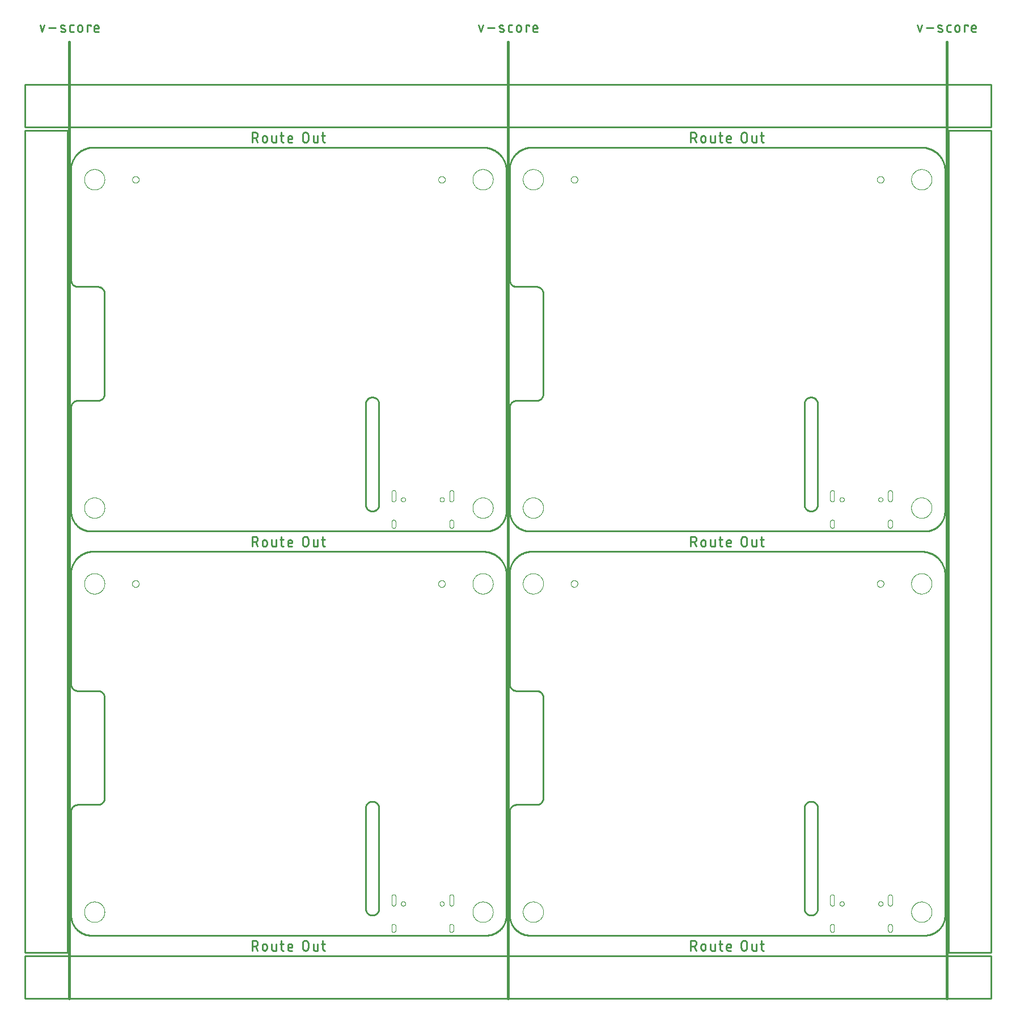
<source format=gko>
G04 EAGLE Gerber RS-274X export*
G75*
%MOMM*%
%FSLAX34Y34*%
%LPD*%
%IN*%
%IPPOS*%
%AMOC8*
5,1,8,0,0,1.08239X$1,22.5*%
G01*
%ADD10C,0.254000*%
%ADD11C,0.279400*%
%ADD12C,0.381000*%
%ADD13C,0.000000*%
%ADD14C,0.010000*%


D10*
X30000Y0D02*
X620000Y0D01*
X620725Y9D01*
X621449Y35D01*
X622173Y79D01*
X622895Y140D01*
X623616Y219D01*
X624335Y315D01*
X625051Y428D01*
X625764Y559D01*
X626474Y707D01*
X627179Y872D01*
X627881Y1054D01*
X628578Y1253D01*
X629271Y1468D01*
X629957Y1701D01*
X630638Y1950D01*
X631313Y2215D01*
X631981Y2496D01*
X632642Y2794D01*
X633296Y3107D01*
X633942Y3436D01*
X634580Y3781D01*
X635209Y4141D01*
X635829Y4516D01*
X636440Y4906D01*
X637042Y5310D01*
X637634Y5729D01*
X638215Y6163D01*
X638786Y6610D01*
X639345Y7071D01*
X639894Y7545D01*
X640430Y8032D01*
X640955Y8532D01*
X641468Y9045D01*
X641968Y9570D01*
X642455Y10106D01*
X642929Y10655D01*
X643390Y11214D01*
X643837Y11785D01*
X644271Y12366D01*
X644690Y12958D01*
X645094Y13560D01*
X645484Y14171D01*
X645859Y14791D01*
X646219Y15420D01*
X646564Y16058D01*
X646893Y16704D01*
X647206Y17358D01*
X647504Y18019D01*
X647785Y18687D01*
X648050Y19362D01*
X648299Y20043D01*
X648532Y20729D01*
X648747Y21422D01*
X648946Y22119D01*
X649128Y22821D01*
X649293Y23526D01*
X649441Y24236D01*
X649572Y24949D01*
X649685Y25665D01*
X649781Y26384D01*
X649860Y27105D01*
X649921Y27827D01*
X649965Y28551D01*
X649991Y29275D01*
X650000Y30000D01*
X650000Y535000D01*
X650067Y535833D01*
X650113Y536668D01*
X650139Y537503D01*
X650146Y538339D01*
X650132Y539175D01*
X650097Y540010D01*
X650043Y540844D01*
X649968Y541677D01*
X649874Y542507D01*
X649759Y543335D01*
X649624Y544160D01*
X649470Y544982D01*
X649295Y545799D01*
X649101Y546613D01*
X648887Y547421D01*
X648654Y548223D01*
X648402Y549020D01*
X648130Y549811D01*
X647840Y550595D01*
X647530Y551371D01*
X647202Y552140D01*
X646855Y552900D01*
X646490Y553652D01*
X646107Y554395D01*
X645706Y555129D01*
X645288Y555853D01*
X644852Y556566D01*
X644399Y557268D01*
X643929Y557960D01*
X643443Y558640D01*
X642940Y559308D01*
X642422Y559963D01*
X641887Y560606D01*
X641338Y561236D01*
X640773Y561852D01*
X640193Y562454D01*
X639599Y563043D01*
X638991Y563616D01*
X638370Y564175D01*
X637735Y564719D01*
X637087Y565247D01*
X636427Y565760D01*
X635754Y566256D01*
X635070Y566736D01*
X634374Y567199D01*
X633667Y567645D01*
X632949Y568074D01*
X632222Y568486D01*
X631485Y568880D01*
X630738Y569256D01*
X629983Y569614D01*
X629219Y569953D01*
X628447Y570274D01*
X627667Y570576D01*
X626881Y570859D01*
X626088Y571123D01*
X625289Y571368D01*
X624484Y571594D01*
X623674Y571800D01*
X622859Y571986D01*
X622040Y572153D01*
X621217Y572300D01*
X620390Y572426D01*
X619561Y572533D01*
X618730Y572620D01*
X28730Y572620D01*
X27930Y572502D01*
X27132Y572366D01*
X26339Y572210D01*
X25549Y572036D01*
X24764Y571842D01*
X23983Y571629D01*
X23208Y571398D01*
X22439Y571148D01*
X21676Y570879D01*
X20920Y570592D01*
X20171Y570287D01*
X19430Y569963D01*
X18696Y569622D01*
X17971Y569264D01*
X17255Y568888D01*
X16548Y568494D01*
X15851Y568084D01*
X15164Y567657D01*
X14488Y567214D01*
X13822Y566754D01*
X13168Y566278D01*
X12525Y565787D01*
X11895Y565280D01*
X11277Y564759D01*
X10672Y564222D01*
X10079Y563671D01*
X9501Y563106D01*
X8936Y562527D01*
X8385Y561935D01*
X7849Y561329D01*
X7328Y560711D01*
X6821Y560080D01*
X6330Y559437D01*
X5855Y558783D01*
X5396Y558117D01*
X4953Y557440D01*
X4526Y556753D01*
X4116Y556055D01*
X3724Y555348D01*
X3348Y554632D01*
X2990Y553907D01*
X2649Y553173D01*
X2326Y552432D01*
X2021Y551683D01*
X1735Y550926D01*
X1466Y550163D01*
X1217Y549394D01*
X986Y548619D01*
X773Y547838D01*
X580Y547053D01*
X406Y546263D01*
X251Y545469D01*
X115Y544672D01*
X-2Y543871D01*
X-99Y543068D01*
X-177Y542263D01*
X-235Y541457D01*
X-274Y540649D01*
X-294Y539840D01*
X-293Y539031D01*
X-274Y538223D01*
X-234Y537415D01*
X-176Y536608D01*
X-97Y535803D01*
X0Y535000D01*
X50000Y355000D02*
X50000Y205000D01*
X50000Y355000D02*
X49997Y355242D01*
X49988Y355483D01*
X49974Y355724D01*
X49953Y355965D01*
X49927Y356205D01*
X49895Y356445D01*
X49857Y356684D01*
X49814Y356921D01*
X49764Y357158D01*
X49709Y357393D01*
X49649Y357627D01*
X49582Y357859D01*
X49511Y358090D01*
X49433Y358319D01*
X49350Y358546D01*
X49262Y358771D01*
X49168Y358994D01*
X49069Y359214D01*
X48964Y359432D01*
X48855Y359647D01*
X48740Y359860D01*
X48620Y360070D01*
X48495Y360276D01*
X48365Y360480D01*
X48230Y360681D01*
X48090Y360878D01*
X47946Y361072D01*
X47797Y361262D01*
X47643Y361448D01*
X47485Y361631D01*
X47323Y361810D01*
X47156Y361985D01*
X46985Y362156D01*
X46810Y362323D01*
X46631Y362485D01*
X46448Y362643D01*
X46262Y362797D01*
X46072Y362946D01*
X45878Y363090D01*
X45681Y363230D01*
X45480Y363365D01*
X45276Y363495D01*
X45070Y363620D01*
X44860Y363740D01*
X44647Y363855D01*
X44432Y363964D01*
X44214Y364069D01*
X43994Y364168D01*
X43771Y364262D01*
X43546Y364350D01*
X43319Y364433D01*
X43090Y364511D01*
X42859Y364582D01*
X42627Y364649D01*
X42393Y364709D01*
X42158Y364764D01*
X41921Y364814D01*
X41684Y364857D01*
X41445Y364895D01*
X41205Y364927D01*
X40965Y364953D01*
X40724Y364974D01*
X40483Y364988D01*
X40242Y364997D01*
X40000Y365000D01*
X10000Y365000D01*
X9758Y365003D01*
X9517Y365012D01*
X9276Y365026D01*
X9035Y365047D01*
X8795Y365073D01*
X8555Y365105D01*
X8316Y365143D01*
X8079Y365186D01*
X7842Y365236D01*
X7607Y365291D01*
X7373Y365351D01*
X7141Y365418D01*
X6910Y365489D01*
X6681Y365567D01*
X6454Y365650D01*
X6229Y365738D01*
X6006Y365832D01*
X5786Y365931D01*
X5568Y366036D01*
X5353Y366145D01*
X5140Y366260D01*
X4930Y366380D01*
X4724Y366505D01*
X4520Y366635D01*
X4319Y366770D01*
X4122Y366910D01*
X3928Y367054D01*
X3738Y367203D01*
X3552Y367357D01*
X3369Y367515D01*
X3190Y367677D01*
X3015Y367844D01*
X2844Y368015D01*
X2677Y368190D01*
X2515Y368369D01*
X2357Y368552D01*
X2203Y368738D01*
X2054Y368928D01*
X1910Y369122D01*
X1770Y369319D01*
X1635Y369520D01*
X1505Y369724D01*
X1380Y369930D01*
X1260Y370140D01*
X1145Y370353D01*
X1036Y370568D01*
X931Y370786D01*
X832Y371006D01*
X738Y371229D01*
X650Y371454D01*
X567Y371681D01*
X489Y371910D01*
X418Y372141D01*
X351Y372373D01*
X291Y372607D01*
X236Y372842D01*
X186Y373079D01*
X143Y373316D01*
X105Y373555D01*
X73Y373795D01*
X47Y374035D01*
X26Y374276D01*
X12Y374517D01*
X3Y374758D01*
X0Y375000D01*
X0Y535000D01*
X0Y185000D02*
X0Y30000D01*
X0Y185000D02*
X3Y185242D01*
X12Y185483D01*
X26Y185724D01*
X47Y185965D01*
X73Y186205D01*
X105Y186445D01*
X143Y186684D01*
X186Y186921D01*
X236Y187158D01*
X291Y187393D01*
X351Y187627D01*
X418Y187859D01*
X489Y188090D01*
X567Y188319D01*
X650Y188546D01*
X738Y188771D01*
X832Y188994D01*
X931Y189214D01*
X1036Y189432D01*
X1145Y189647D01*
X1260Y189860D01*
X1380Y190070D01*
X1505Y190276D01*
X1635Y190480D01*
X1770Y190681D01*
X1910Y190878D01*
X2054Y191072D01*
X2203Y191262D01*
X2357Y191448D01*
X2515Y191631D01*
X2677Y191810D01*
X2844Y191985D01*
X3015Y192156D01*
X3190Y192323D01*
X3369Y192485D01*
X3552Y192643D01*
X3738Y192797D01*
X3928Y192946D01*
X4122Y193090D01*
X4319Y193230D01*
X4520Y193365D01*
X4724Y193495D01*
X4930Y193620D01*
X5140Y193740D01*
X5353Y193855D01*
X5568Y193964D01*
X5786Y194069D01*
X6006Y194168D01*
X6229Y194262D01*
X6454Y194350D01*
X6681Y194433D01*
X6910Y194511D01*
X7141Y194582D01*
X7373Y194649D01*
X7607Y194709D01*
X7842Y194764D01*
X8079Y194814D01*
X8316Y194857D01*
X8555Y194895D01*
X8795Y194927D01*
X9035Y194953D01*
X9276Y194974D01*
X9517Y194988D01*
X9758Y194997D01*
X10000Y195000D01*
X40000Y195000D01*
X40242Y195003D01*
X40483Y195012D01*
X40724Y195026D01*
X40965Y195047D01*
X41205Y195073D01*
X41445Y195105D01*
X41684Y195143D01*
X41921Y195186D01*
X42158Y195236D01*
X42393Y195291D01*
X42627Y195351D01*
X42859Y195418D01*
X43090Y195489D01*
X43319Y195567D01*
X43546Y195650D01*
X43771Y195738D01*
X43994Y195832D01*
X44214Y195931D01*
X44432Y196036D01*
X44647Y196145D01*
X44860Y196260D01*
X45070Y196380D01*
X45276Y196505D01*
X45480Y196635D01*
X45681Y196770D01*
X45878Y196910D01*
X46072Y197054D01*
X46262Y197203D01*
X46448Y197357D01*
X46631Y197515D01*
X46810Y197677D01*
X46985Y197844D01*
X47156Y198015D01*
X47323Y198190D01*
X47485Y198369D01*
X47643Y198552D01*
X47797Y198738D01*
X47946Y198928D01*
X48090Y199122D01*
X48230Y199319D01*
X48365Y199520D01*
X48495Y199724D01*
X48620Y199930D01*
X48740Y200140D01*
X48855Y200353D01*
X48964Y200568D01*
X49069Y200786D01*
X49168Y201006D01*
X49262Y201229D01*
X49350Y201454D01*
X49433Y201681D01*
X49511Y201910D01*
X49582Y202141D01*
X49649Y202373D01*
X49709Y202607D01*
X49764Y202842D01*
X49814Y203079D01*
X49857Y203316D01*
X49895Y203555D01*
X49927Y203795D01*
X49953Y204035D01*
X49974Y204276D01*
X49988Y204517D01*
X49997Y204758D01*
X50000Y205000D01*
X0Y30000D02*
X9Y29275D01*
X35Y28551D01*
X79Y27827D01*
X140Y27105D01*
X219Y26384D01*
X315Y25665D01*
X428Y24949D01*
X559Y24236D01*
X707Y23526D01*
X872Y22821D01*
X1054Y22119D01*
X1253Y21422D01*
X1468Y20729D01*
X1701Y20043D01*
X1950Y19362D01*
X2215Y18687D01*
X2496Y18019D01*
X2794Y17358D01*
X3107Y16704D01*
X3436Y16058D01*
X3781Y15420D01*
X4141Y14791D01*
X4516Y14171D01*
X4906Y13560D01*
X5310Y12958D01*
X5729Y12366D01*
X6163Y11785D01*
X6610Y11214D01*
X7071Y10655D01*
X7545Y10106D01*
X8032Y9570D01*
X8532Y9045D01*
X9045Y8532D01*
X9570Y8032D01*
X10106Y7545D01*
X10655Y7071D01*
X11214Y6610D01*
X11785Y6163D01*
X12366Y5729D01*
X12958Y5310D01*
X13560Y4906D01*
X14171Y4516D01*
X14791Y4141D01*
X15420Y3781D01*
X16058Y3436D01*
X16704Y3107D01*
X17358Y2794D01*
X18019Y2496D01*
X18687Y2215D01*
X19362Y1950D01*
X20043Y1701D01*
X20729Y1468D01*
X21422Y1253D01*
X22119Y1054D01*
X22821Y872D01*
X23526Y707D01*
X24236Y559D01*
X24949Y428D01*
X25665Y315D01*
X26384Y219D01*
X27105Y140D01*
X27827Y79D01*
X28551Y35D01*
X29275Y9D01*
X30000Y0D01*
X450000Y30000D02*
X450242Y30003D01*
X450483Y30012D01*
X450724Y30026D01*
X450965Y30047D01*
X451205Y30073D01*
X451445Y30105D01*
X451684Y30143D01*
X451921Y30186D01*
X452158Y30236D01*
X452393Y30291D01*
X452627Y30351D01*
X452859Y30418D01*
X453090Y30489D01*
X453319Y30567D01*
X453546Y30650D01*
X453771Y30738D01*
X453994Y30832D01*
X454214Y30931D01*
X454432Y31036D01*
X454647Y31145D01*
X454860Y31260D01*
X455070Y31380D01*
X455276Y31505D01*
X455480Y31635D01*
X455681Y31770D01*
X455878Y31910D01*
X456072Y32054D01*
X456262Y32203D01*
X456448Y32357D01*
X456631Y32515D01*
X456810Y32677D01*
X456985Y32844D01*
X457156Y33015D01*
X457323Y33190D01*
X457485Y33369D01*
X457643Y33552D01*
X457797Y33738D01*
X457946Y33928D01*
X458090Y34122D01*
X458230Y34319D01*
X458365Y34520D01*
X458495Y34724D01*
X458620Y34930D01*
X458740Y35140D01*
X458855Y35353D01*
X458964Y35568D01*
X459069Y35786D01*
X459168Y36006D01*
X459262Y36229D01*
X459350Y36454D01*
X459433Y36681D01*
X459511Y36910D01*
X459582Y37141D01*
X459649Y37373D01*
X459709Y37607D01*
X459764Y37842D01*
X459814Y38079D01*
X459857Y38316D01*
X459895Y38555D01*
X459927Y38795D01*
X459953Y39035D01*
X459974Y39276D01*
X459988Y39517D01*
X459997Y39758D01*
X460000Y40000D01*
X460000Y190000D01*
X459997Y190242D01*
X459988Y190483D01*
X459974Y190724D01*
X459953Y190965D01*
X459927Y191205D01*
X459895Y191445D01*
X459857Y191684D01*
X459814Y191921D01*
X459764Y192158D01*
X459709Y192393D01*
X459649Y192627D01*
X459582Y192859D01*
X459511Y193090D01*
X459433Y193319D01*
X459350Y193546D01*
X459262Y193771D01*
X459168Y193994D01*
X459069Y194214D01*
X458964Y194432D01*
X458855Y194647D01*
X458740Y194860D01*
X458620Y195070D01*
X458495Y195276D01*
X458365Y195480D01*
X458230Y195681D01*
X458090Y195878D01*
X457946Y196072D01*
X457797Y196262D01*
X457643Y196448D01*
X457485Y196631D01*
X457323Y196810D01*
X457156Y196985D01*
X456985Y197156D01*
X456810Y197323D01*
X456631Y197485D01*
X456448Y197643D01*
X456262Y197797D01*
X456072Y197946D01*
X455878Y198090D01*
X455681Y198230D01*
X455480Y198365D01*
X455276Y198495D01*
X455070Y198620D01*
X454860Y198740D01*
X454647Y198855D01*
X454432Y198964D01*
X454214Y199069D01*
X453994Y199168D01*
X453771Y199262D01*
X453546Y199350D01*
X453319Y199433D01*
X453090Y199511D01*
X452859Y199582D01*
X452627Y199649D01*
X452393Y199709D01*
X452158Y199764D01*
X451921Y199814D01*
X451684Y199857D01*
X451445Y199895D01*
X451205Y199927D01*
X450965Y199953D01*
X450724Y199974D01*
X450483Y199988D01*
X450242Y199997D01*
X450000Y200000D01*
X449758Y199997D01*
X449517Y199988D01*
X449276Y199974D01*
X449035Y199953D01*
X448795Y199927D01*
X448555Y199895D01*
X448316Y199857D01*
X448079Y199814D01*
X447842Y199764D01*
X447607Y199709D01*
X447373Y199649D01*
X447141Y199582D01*
X446910Y199511D01*
X446681Y199433D01*
X446454Y199350D01*
X446229Y199262D01*
X446006Y199168D01*
X445786Y199069D01*
X445568Y198964D01*
X445353Y198855D01*
X445140Y198740D01*
X444930Y198620D01*
X444724Y198495D01*
X444520Y198365D01*
X444319Y198230D01*
X444122Y198090D01*
X443928Y197946D01*
X443738Y197797D01*
X443552Y197643D01*
X443369Y197485D01*
X443190Y197323D01*
X443015Y197156D01*
X442844Y196985D01*
X442677Y196810D01*
X442515Y196631D01*
X442357Y196448D01*
X442203Y196262D01*
X442054Y196072D01*
X441910Y195878D01*
X441770Y195681D01*
X441635Y195480D01*
X441505Y195276D01*
X441380Y195070D01*
X441260Y194860D01*
X441145Y194647D01*
X441036Y194432D01*
X440931Y194214D01*
X440832Y193994D01*
X440738Y193771D01*
X440650Y193546D01*
X440567Y193319D01*
X440489Y193090D01*
X440418Y192859D01*
X440351Y192627D01*
X440291Y192393D01*
X440236Y192158D01*
X440186Y191921D01*
X440143Y191684D01*
X440105Y191445D01*
X440073Y191205D01*
X440047Y190965D01*
X440026Y190724D01*
X440012Y190483D01*
X440003Y190242D01*
X440000Y190000D01*
X440000Y40000D01*
X440003Y39758D01*
X440012Y39517D01*
X440026Y39276D01*
X440047Y39035D01*
X440073Y38795D01*
X440105Y38555D01*
X440143Y38316D01*
X440186Y38079D01*
X440236Y37842D01*
X440291Y37607D01*
X440351Y37373D01*
X440418Y37141D01*
X440489Y36910D01*
X440567Y36681D01*
X440650Y36454D01*
X440738Y36229D01*
X440832Y36006D01*
X440931Y35786D01*
X441036Y35568D01*
X441145Y35353D01*
X441260Y35140D01*
X441380Y34930D01*
X441505Y34724D01*
X441635Y34520D01*
X441770Y34319D01*
X441910Y34122D01*
X442054Y33928D01*
X442203Y33738D01*
X442357Y33552D01*
X442515Y33369D01*
X442677Y33190D01*
X442844Y33015D01*
X443015Y32844D01*
X443190Y32677D01*
X443369Y32515D01*
X443552Y32357D01*
X443738Y32203D01*
X443928Y32054D01*
X444122Y31910D01*
X444319Y31770D01*
X444520Y31635D01*
X444724Y31505D01*
X444930Y31380D01*
X445140Y31260D01*
X445353Y31145D01*
X445568Y31036D01*
X445786Y30931D01*
X446006Y30832D01*
X446229Y30738D01*
X446454Y30650D01*
X446681Y30567D01*
X446910Y30489D01*
X447141Y30418D01*
X447373Y30351D01*
X447607Y30291D01*
X447842Y30236D01*
X448079Y30186D01*
X448316Y30143D01*
X448555Y30105D01*
X448795Y30073D01*
X449035Y30047D01*
X449276Y30026D01*
X449517Y30012D01*
X449758Y30003D01*
X450000Y30000D01*
D11*
X270497Y-7747D02*
X270497Y-22733D01*
X270497Y-7747D02*
X274660Y-7747D01*
X274788Y-7749D01*
X274916Y-7755D01*
X275044Y-7765D01*
X275172Y-7779D01*
X275299Y-7796D01*
X275425Y-7818D01*
X275551Y-7843D01*
X275675Y-7873D01*
X275799Y-7906D01*
X275922Y-7943D01*
X276044Y-7984D01*
X276164Y-8028D01*
X276283Y-8076D01*
X276400Y-8128D01*
X276516Y-8183D01*
X276629Y-8242D01*
X276742Y-8305D01*
X276852Y-8371D01*
X276959Y-8440D01*
X277065Y-8512D01*
X277169Y-8588D01*
X277270Y-8667D01*
X277369Y-8749D01*
X277465Y-8834D01*
X277558Y-8921D01*
X277649Y-9012D01*
X277736Y-9105D01*
X277821Y-9201D01*
X277903Y-9300D01*
X277982Y-9401D01*
X278058Y-9505D01*
X278130Y-9611D01*
X278199Y-9718D01*
X278265Y-9829D01*
X278328Y-9941D01*
X278387Y-10054D01*
X278442Y-10170D01*
X278494Y-10287D01*
X278542Y-10406D01*
X278586Y-10526D01*
X278627Y-10648D01*
X278664Y-10771D01*
X278697Y-10895D01*
X278727Y-11019D01*
X278752Y-11145D01*
X278774Y-11271D01*
X278791Y-11398D01*
X278805Y-11526D01*
X278815Y-11654D01*
X278821Y-11782D01*
X278823Y-11910D01*
X278821Y-12038D01*
X278815Y-12166D01*
X278805Y-12294D01*
X278791Y-12422D01*
X278774Y-12549D01*
X278752Y-12675D01*
X278727Y-12801D01*
X278697Y-12925D01*
X278664Y-13049D01*
X278627Y-13172D01*
X278586Y-13294D01*
X278542Y-13414D01*
X278494Y-13533D01*
X278442Y-13650D01*
X278387Y-13766D01*
X278328Y-13879D01*
X278265Y-13992D01*
X278199Y-14102D01*
X278130Y-14209D01*
X278058Y-14315D01*
X277982Y-14419D01*
X277903Y-14520D01*
X277821Y-14619D01*
X277736Y-14715D01*
X277649Y-14808D01*
X277558Y-14899D01*
X277465Y-14986D01*
X277369Y-15071D01*
X277270Y-15153D01*
X277169Y-15232D01*
X277065Y-15308D01*
X276959Y-15380D01*
X276852Y-15449D01*
X276742Y-15515D01*
X276629Y-15578D01*
X276516Y-15637D01*
X276400Y-15692D01*
X276283Y-15744D01*
X276164Y-15792D01*
X276044Y-15836D01*
X275922Y-15877D01*
X275799Y-15914D01*
X275675Y-15947D01*
X275551Y-15977D01*
X275425Y-16002D01*
X275299Y-16024D01*
X275172Y-16041D01*
X275044Y-16055D01*
X274916Y-16065D01*
X274788Y-16071D01*
X274660Y-16073D01*
X270497Y-16073D01*
X275492Y-16073D02*
X278822Y-22733D01*
X285781Y-19403D02*
X285781Y-16073D01*
X285783Y-15959D01*
X285789Y-15846D01*
X285798Y-15732D01*
X285812Y-15620D01*
X285829Y-15507D01*
X285851Y-15395D01*
X285876Y-15285D01*
X285904Y-15175D01*
X285937Y-15066D01*
X285973Y-14958D01*
X286013Y-14851D01*
X286057Y-14746D01*
X286104Y-14643D01*
X286154Y-14541D01*
X286208Y-14441D01*
X286266Y-14343D01*
X286327Y-14247D01*
X286390Y-14153D01*
X286458Y-14061D01*
X286528Y-13971D01*
X286601Y-13885D01*
X286677Y-13800D01*
X286756Y-13718D01*
X286838Y-13639D01*
X286923Y-13563D01*
X287009Y-13490D01*
X287099Y-13420D01*
X287191Y-13352D01*
X287285Y-13289D01*
X287381Y-13228D01*
X287479Y-13170D01*
X287579Y-13116D01*
X287681Y-13066D01*
X287784Y-13019D01*
X287889Y-12975D01*
X287996Y-12935D01*
X288104Y-12899D01*
X288213Y-12866D01*
X288323Y-12838D01*
X288433Y-12813D01*
X288545Y-12791D01*
X288658Y-12774D01*
X288770Y-12760D01*
X288884Y-12751D01*
X288997Y-12745D01*
X289111Y-12743D01*
X289225Y-12745D01*
X289338Y-12751D01*
X289452Y-12760D01*
X289564Y-12774D01*
X289677Y-12791D01*
X289789Y-12813D01*
X289899Y-12838D01*
X290009Y-12866D01*
X290118Y-12899D01*
X290226Y-12935D01*
X290333Y-12975D01*
X290438Y-13019D01*
X290541Y-13066D01*
X290643Y-13116D01*
X290743Y-13170D01*
X290841Y-13228D01*
X290937Y-13289D01*
X291031Y-13352D01*
X291123Y-13420D01*
X291213Y-13490D01*
X291299Y-13563D01*
X291384Y-13639D01*
X291466Y-13718D01*
X291545Y-13800D01*
X291621Y-13885D01*
X291694Y-13971D01*
X291764Y-14061D01*
X291832Y-14153D01*
X291895Y-14247D01*
X291956Y-14343D01*
X292014Y-14441D01*
X292068Y-14541D01*
X292118Y-14643D01*
X292165Y-14746D01*
X292209Y-14851D01*
X292249Y-14958D01*
X292285Y-15066D01*
X292318Y-15175D01*
X292346Y-15285D01*
X292371Y-15395D01*
X292393Y-15507D01*
X292410Y-15620D01*
X292424Y-15732D01*
X292433Y-15846D01*
X292439Y-15959D01*
X292441Y-16073D01*
X292441Y-19403D01*
X292439Y-19517D01*
X292433Y-19630D01*
X292424Y-19744D01*
X292410Y-19856D01*
X292393Y-19969D01*
X292371Y-20081D01*
X292346Y-20191D01*
X292318Y-20301D01*
X292285Y-20410D01*
X292249Y-20518D01*
X292209Y-20625D01*
X292165Y-20730D01*
X292118Y-20833D01*
X292068Y-20935D01*
X292014Y-21035D01*
X291956Y-21133D01*
X291895Y-21229D01*
X291832Y-21323D01*
X291764Y-21415D01*
X291694Y-21505D01*
X291621Y-21591D01*
X291545Y-21676D01*
X291466Y-21758D01*
X291384Y-21837D01*
X291299Y-21913D01*
X291213Y-21986D01*
X291123Y-22056D01*
X291031Y-22124D01*
X290937Y-22187D01*
X290841Y-22248D01*
X290743Y-22306D01*
X290643Y-22360D01*
X290541Y-22410D01*
X290438Y-22457D01*
X290333Y-22501D01*
X290226Y-22541D01*
X290118Y-22577D01*
X290009Y-22610D01*
X289899Y-22638D01*
X289789Y-22663D01*
X289677Y-22685D01*
X289564Y-22702D01*
X289452Y-22716D01*
X289338Y-22725D01*
X289225Y-22731D01*
X289111Y-22733D01*
X288997Y-22731D01*
X288884Y-22725D01*
X288770Y-22716D01*
X288658Y-22702D01*
X288545Y-22685D01*
X288433Y-22663D01*
X288323Y-22638D01*
X288213Y-22610D01*
X288104Y-22577D01*
X287996Y-22541D01*
X287889Y-22501D01*
X287784Y-22457D01*
X287681Y-22410D01*
X287579Y-22360D01*
X287479Y-22306D01*
X287381Y-22248D01*
X287285Y-22187D01*
X287191Y-22124D01*
X287099Y-22056D01*
X287009Y-21986D01*
X286923Y-21913D01*
X286838Y-21837D01*
X286756Y-21758D01*
X286677Y-21676D01*
X286601Y-21591D01*
X286528Y-21505D01*
X286458Y-21415D01*
X286390Y-21323D01*
X286327Y-21229D01*
X286266Y-21133D01*
X286208Y-21035D01*
X286154Y-20935D01*
X286104Y-20833D01*
X286057Y-20730D01*
X286013Y-20625D01*
X285973Y-20518D01*
X285937Y-20410D01*
X285904Y-20301D01*
X285876Y-20191D01*
X285851Y-20081D01*
X285829Y-19969D01*
X285812Y-19856D01*
X285798Y-19744D01*
X285789Y-19630D01*
X285783Y-19517D01*
X285781Y-19403D01*
X299849Y-20235D02*
X299849Y-12742D01*
X299848Y-20235D02*
X299850Y-20333D01*
X299856Y-20431D01*
X299865Y-20529D01*
X299879Y-20626D01*
X299896Y-20722D01*
X299917Y-20818D01*
X299942Y-20913D01*
X299970Y-21007D01*
X300002Y-21100D01*
X300038Y-21191D01*
X300077Y-21281D01*
X300120Y-21369D01*
X300167Y-21456D01*
X300216Y-21540D01*
X300269Y-21623D01*
X300325Y-21703D01*
X300384Y-21782D01*
X300447Y-21857D01*
X300512Y-21931D01*
X300580Y-22001D01*
X300650Y-22069D01*
X300724Y-22135D01*
X300800Y-22197D01*
X300878Y-22256D01*
X300958Y-22312D01*
X301041Y-22365D01*
X301125Y-22415D01*
X301212Y-22461D01*
X301300Y-22504D01*
X301390Y-22543D01*
X301481Y-22579D01*
X301574Y-22611D01*
X301668Y-22639D01*
X301763Y-22664D01*
X301859Y-22685D01*
X301955Y-22702D01*
X302052Y-22716D01*
X302150Y-22725D01*
X302248Y-22731D01*
X302346Y-22733D01*
X306509Y-22733D01*
X306509Y-12742D01*
X312490Y-12742D02*
X317485Y-12742D01*
X314155Y-7747D02*
X314155Y-20235D01*
X314157Y-20333D01*
X314163Y-20431D01*
X314172Y-20529D01*
X314186Y-20626D01*
X314203Y-20722D01*
X314224Y-20818D01*
X314249Y-20913D01*
X314277Y-21007D01*
X314309Y-21100D01*
X314345Y-21191D01*
X314384Y-21281D01*
X314427Y-21369D01*
X314474Y-21456D01*
X314523Y-21540D01*
X314576Y-21623D01*
X314632Y-21703D01*
X314691Y-21782D01*
X314754Y-21857D01*
X314819Y-21931D01*
X314887Y-22001D01*
X314957Y-22069D01*
X315031Y-22135D01*
X315107Y-22197D01*
X315185Y-22256D01*
X315265Y-22312D01*
X315348Y-22365D01*
X315432Y-22415D01*
X315519Y-22461D01*
X315607Y-22504D01*
X315697Y-22543D01*
X315788Y-22579D01*
X315881Y-22611D01*
X315975Y-22639D01*
X316070Y-22664D01*
X316166Y-22685D01*
X316262Y-22702D01*
X316359Y-22716D01*
X316457Y-22725D01*
X316555Y-22731D01*
X316653Y-22733D01*
X317485Y-22733D01*
X326314Y-22733D02*
X330477Y-22733D01*
X326314Y-22733D02*
X326216Y-22731D01*
X326118Y-22725D01*
X326020Y-22716D01*
X325923Y-22702D01*
X325827Y-22685D01*
X325731Y-22664D01*
X325636Y-22639D01*
X325542Y-22611D01*
X325449Y-22579D01*
X325358Y-22543D01*
X325268Y-22504D01*
X325180Y-22461D01*
X325093Y-22414D01*
X325009Y-22365D01*
X324926Y-22312D01*
X324846Y-22256D01*
X324768Y-22197D01*
X324692Y-22135D01*
X324618Y-22069D01*
X324548Y-22001D01*
X324480Y-21931D01*
X324415Y-21857D01*
X324352Y-21782D01*
X324293Y-21703D01*
X324237Y-21623D01*
X324184Y-21540D01*
X324135Y-21456D01*
X324088Y-21369D01*
X324045Y-21281D01*
X324006Y-21191D01*
X323970Y-21100D01*
X323938Y-21007D01*
X323910Y-20913D01*
X323885Y-20818D01*
X323864Y-20722D01*
X323847Y-20626D01*
X323833Y-20529D01*
X323824Y-20431D01*
X323818Y-20333D01*
X323816Y-20235D01*
X323817Y-20235D02*
X323817Y-16073D01*
X323819Y-15959D01*
X323825Y-15846D01*
X323834Y-15732D01*
X323848Y-15620D01*
X323865Y-15507D01*
X323887Y-15395D01*
X323912Y-15285D01*
X323940Y-15175D01*
X323973Y-15066D01*
X324009Y-14958D01*
X324049Y-14851D01*
X324093Y-14746D01*
X324140Y-14643D01*
X324190Y-14541D01*
X324244Y-14441D01*
X324302Y-14343D01*
X324363Y-14247D01*
X324426Y-14153D01*
X324494Y-14061D01*
X324564Y-13971D01*
X324637Y-13885D01*
X324713Y-13800D01*
X324792Y-13718D01*
X324874Y-13639D01*
X324959Y-13563D01*
X325045Y-13490D01*
X325135Y-13420D01*
X325227Y-13352D01*
X325321Y-13289D01*
X325417Y-13228D01*
X325515Y-13170D01*
X325615Y-13116D01*
X325717Y-13066D01*
X325820Y-13019D01*
X325925Y-12975D01*
X326032Y-12935D01*
X326140Y-12899D01*
X326249Y-12866D01*
X326359Y-12838D01*
X326469Y-12813D01*
X326581Y-12791D01*
X326694Y-12774D01*
X326806Y-12760D01*
X326920Y-12751D01*
X327033Y-12745D01*
X327147Y-12743D01*
X327261Y-12745D01*
X327374Y-12751D01*
X327488Y-12760D01*
X327600Y-12774D01*
X327713Y-12791D01*
X327825Y-12813D01*
X327935Y-12838D01*
X328045Y-12866D01*
X328154Y-12899D01*
X328262Y-12935D01*
X328369Y-12975D01*
X328474Y-13019D01*
X328577Y-13066D01*
X328679Y-13116D01*
X328779Y-13170D01*
X328877Y-13228D01*
X328973Y-13289D01*
X329067Y-13352D01*
X329159Y-13420D01*
X329249Y-13490D01*
X329335Y-13563D01*
X329420Y-13639D01*
X329502Y-13718D01*
X329581Y-13800D01*
X329657Y-13885D01*
X329730Y-13971D01*
X329800Y-14061D01*
X329868Y-14153D01*
X329931Y-14247D01*
X329992Y-14343D01*
X330050Y-14441D01*
X330104Y-14541D01*
X330154Y-14643D01*
X330201Y-14746D01*
X330245Y-14851D01*
X330285Y-14958D01*
X330321Y-15066D01*
X330354Y-15175D01*
X330382Y-15285D01*
X330407Y-15395D01*
X330429Y-15507D01*
X330446Y-15620D01*
X330460Y-15732D01*
X330469Y-15846D01*
X330475Y-15959D01*
X330477Y-16073D01*
X330477Y-17738D01*
X323817Y-17738D01*
X345910Y-18570D02*
X345910Y-11910D01*
X345912Y-11782D01*
X345918Y-11654D01*
X345928Y-11526D01*
X345942Y-11398D01*
X345959Y-11271D01*
X345981Y-11145D01*
X346006Y-11019D01*
X346036Y-10895D01*
X346069Y-10771D01*
X346106Y-10648D01*
X346147Y-10526D01*
X346191Y-10406D01*
X346239Y-10287D01*
X346291Y-10170D01*
X346346Y-10054D01*
X346405Y-9941D01*
X346468Y-9828D01*
X346534Y-9718D01*
X346603Y-9611D01*
X346675Y-9505D01*
X346751Y-9401D01*
X346830Y-9300D01*
X346912Y-9201D01*
X346997Y-9105D01*
X347084Y-9012D01*
X347175Y-8921D01*
X347268Y-8834D01*
X347364Y-8749D01*
X347463Y-8667D01*
X347564Y-8588D01*
X347668Y-8512D01*
X347774Y-8440D01*
X347881Y-8371D01*
X347992Y-8305D01*
X348104Y-8242D01*
X348217Y-8183D01*
X348333Y-8128D01*
X348450Y-8076D01*
X348569Y-8028D01*
X348689Y-7984D01*
X348811Y-7943D01*
X348934Y-7906D01*
X349058Y-7873D01*
X349182Y-7843D01*
X349308Y-7818D01*
X349434Y-7796D01*
X349561Y-7779D01*
X349689Y-7765D01*
X349817Y-7755D01*
X349945Y-7749D01*
X350073Y-7747D01*
X350201Y-7749D01*
X350329Y-7755D01*
X350457Y-7765D01*
X350585Y-7779D01*
X350712Y-7796D01*
X350838Y-7818D01*
X350964Y-7843D01*
X351088Y-7873D01*
X351212Y-7906D01*
X351335Y-7943D01*
X351457Y-7984D01*
X351577Y-8028D01*
X351696Y-8076D01*
X351813Y-8128D01*
X351929Y-8183D01*
X352042Y-8242D01*
X352155Y-8305D01*
X352265Y-8371D01*
X352372Y-8440D01*
X352478Y-8512D01*
X352582Y-8588D01*
X352683Y-8667D01*
X352782Y-8749D01*
X352878Y-8834D01*
X352971Y-8921D01*
X353062Y-9012D01*
X353149Y-9105D01*
X353234Y-9201D01*
X353316Y-9300D01*
X353395Y-9401D01*
X353471Y-9505D01*
X353543Y-9611D01*
X353612Y-9718D01*
X353678Y-9829D01*
X353741Y-9941D01*
X353800Y-10054D01*
X353855Y-10170D01*
X353907Y-10287D01*
X353955Y-10406D01*
X353999Y-10526D01*
X354040Y-10648D01*
X354077Y-10771D01*
X354110Y-10895D01*
X354140Y-11019D01*
X354165Y-11145D01*
X354187Y-11271D01*
X354204Y-11398D01*
X354218Y-11526D01*
X354228Y-11654D01*
X354234Y-11782D01*
X354236Y-11910D01*
X354235Y-11910D02*
X354235Y-18570D01*
X354236Y-18570D02*
X354234Y-18698D01*
X354228Y-18826D01*
X354218Y-18954D01*
X354204Y-19082D01*
X354187Y-19209D01*
X354165Y-19335D01*
X354140Y-19461D01*
X354110Y-19585D01*
X354077Y-19709D01*
X354040Y-19832D01*
X353999Y-19954D01*
X353955Y-20074D01*
X353907Y-20193D01*
X353855Y-20310D01*
X353800Y-20426D01*
X353741Y-20539D01*
X353678Y-20652D01*
X353612Y-20762D01*
X353543Y-20869D01*
X353471Y-20975D01*
X353395Y-21079D01*
X353316Y-21180D01*
X353234Y-21279D01*
X353149Y-21375D01*
X353062Y-21468D01*
X352971Y-21559D01*
X352878Y-21646D01*
X352782Y-21731D01*
X352683Y-21813D01*
X352582Y-21892D01*
X352478Y-21968D01*
X352372Y-22040D01*
X352265Y-22109D01*
X352155Y-22175D01*
X352042Y-22238D01*
X351929Y-22297D01*
X351813Y-22352D01*
X351696Y-22404D01*
X351577Y-22452D01*
X351457Y-22496D01*
X351335Y-22537D01*
X351212Y-22574D01*
X351088Y-22607D01*
X350964Y-22637D01*
X350838Y-22662D01*
X350712Y-22684D01*
X350585Y-22701D01*
X350457Y-22715D01*
X350329Y-22725D01*
X350201Y-22731D01*
X350073Y-22733D01*
X349945Y-22731D01*
X349817Y-22725D01*
X349689Y-22715D01*
X349561Y-22701D01*
X349434Y-22684D01*
X349308Y-22662D01*
X349182Y-22637D01*
X349058Y-22607D01*
X348934Y-22574D01*
X348811Y-22537D01*
X348689Y-22496D01*
X348569Y-22452D01*
X348450Y-22404D01*
X348333Y-22352D01*
X348217Y-22297D01*
X348104Y-22238D01*
X347992Y-22175D01*
X347881Y-22109D01*
X347774Y-22040D01*
X347668Y-21968D01*
X347564Y-21892D01*
X347463Y-21813D01*
X347364Y-21731D01*
X347268Y-21646D01*
X347175Y-21559D01*
X347084Y-21468D01*
X346997Y-21375D01*
X346912Y-21279D01*
X346830Y-21180D01*
X346751Y-21079D01*
X346675Y-20975D01*
X346603Y-20869D01*
X346534Y-20762D01*
X346468Y-20651D01*
X346405Y-20539D01*
X346346Y-20426D01*
X346291Y-20310D01*
X346239Y-20193D01*
X346191Y-20074D01*
X346147Y-19954D01*
X346106Y-19832D01*
X346069Y-19709D01*
X346036Y-19585D01*
X346006Y-19461D01*
X345981Y-19335D01*
X345959Y-19209D01*
X345942Y-19082D01*
X345928Y-18954D01*
X345918Y-18826D01*
X345912Y-18698D01*
X345910Y-18570D01*
X361852Y-20235D02*
X361852Y-12742D01*
X361852Y-20235D02*
X361854Y-20333D01*
X361860Y-20431D01*
X361869Y-20529D01*
X361883Y-20626D01*
X361900Y-20722D01*
X361921Y-20818D01*
X361946Y-20913D01*
X361974Y-21007D01*
X362006Y-21100D01*
X362042Y-21191D01*
X362081Y-21281D01*
X362124Y-21369D01*
X362171Y-21456D01*
X362220Y-21540D01*
X362273Y-21623D01*
X362329Y-21703D01*
X362388Y-21782D01*
X362451Y-21857D01*
X362516Y-21931D01*
X362584Y-22001D01*
X362654Y-22069D01*
X362728Y-22135D01*
X362804Y-22197D01*
X362882Y-22256D01*
X362962Y-22312D01*
X363045Y-22365D01*
X363129Y-22415D01*
X363216Y-22461D01*
X363304Y-22504D01*
X363394Y-22543D01*
X363485Y-22579D01*
X363578Y-22611D01*
X363672Y-22639D01*
X363767Y-22664D01*
X363863Y-22685D01*
X363959Y-22702D01*
X364056Y-22716D01*
X364154Y-22725D01*
X364252Y-22731D01*
X364350Y-22733D01*
X368513Y-22733D01*
X368513Y-12742D01*
X374494Y-12742D02*
X379489Y-12742D01*
X376159Y-7747D02*
X376159Y-20235D01*
X376158Y-20235D02*
X376160Y-20333D01*
X376166Y-20431D01*
X376175Y-20529D01*
X376189Y-20626D01*
X376206Y-20722D01*
X376227Y-20818D01*
X376252Y-20913D01*
X376280Y-21007D01*
X376312Y-21100D01*
X376348Y-21191D01*
X376387Y-21281D01*
X376430Y-21369D01*
X376477Y-21456D01*
X376526Y-21540D01*
X376579Y-21623D01*
X376635Y-21703D01*
X376694Y-21782D01*
X376757Y-21857D01*
X376822Y-21931D01*
X376890Y-22001D01*
X376960Y-22069D01*
X377034Y-22135D01*
X377110Y-22197D01*
X377188Y-22256D01*
X377268Y-22312D01*
X377351Y-22365D01*
X377435Y-22415D01*
X377522Y-22461D01*
X377610Y-22504D01*
X377700Y-22543D01*
X377791Y-22579D01*
X377884Y-22611D01*
X377978Y-22639D01*
X378073Y-22664D01*
X378169Y-22685D01*
X378265Y-22702D01*
X378362Y-22716D01*
X378460Y-22725D01*
X378558Y-22731D01*
X378656Y-22733D01*
X378657Y-22733D02*
X379489Y-22733D01*
D10*
X685091Y0D02*
X1275091Y0D01*
X1275816Y9D01*
X1276540Y35D01*
X1277264Y79D01*
X1277986Y140D01*
X1278707Y219D01*
X1279426Y315D01*
X1280142Y428D01*
X1280855Y559D01*
X1281565Y707D01*
X1282270Y872D01*
X1282972Y1054D01*
X1283669Y1253D01*
X1284362Y1468D01*
X1285048Y1701D01*
X1285729Y1950D01*
X1286404Y2215D01*
X1287072Y2496D01*
X1287733Y2794D01*
X1288387Y3107D01*
X1289033Y3436D01*
X1289671Y3781D01*
X1290300Y4141D01*
X1290920Y4516D01*
X1291531Y4906D01*
X1292133Y5310D01*
X1292725Y5729D01*
X1293306Y6163D01*
X1293877Y6610D01*
X1294436Y7071D01*
X1294985Y7545D01*
X1295521Y8032D01*
X1296046Y8532D01*
X1296559Y9045D01*
X1297059Y9570D01*
X1297546Y10106D01*
X1298020Y10655D01*
X1298481Y11214D01*
X1298928Y11785D01*
X1299362Y12366D01*
X1299781Y12958D01*
X1300185Y13560D01*
X1300575Y14171D01*
X1300950Y14791D01*
X1301310Y15420D01*
X1301655Y16058D01*
X1301984Y16704D01*
X1302297Y17358D01*
X1302595Y18019D01*
X1302876Y18687D01*
X1303141Y19362D01*
X1303390Y20043D01*
X1303623Y20729D01*
X1303838Y21422D01*
X1304037Y22119D01*
X1304219Y22821D01*
X1304384Y23526D01*
X1304532Y24236D01*
X1304663Y24949D01*
X1304776Y25665D01*
X1304872Y26384D01*
X1304951Y27105D01*
X1305012Y27827D01*
X1305056Y28551D01*
X1305082Y29275D01*
X1305091Y30000D01*
X1305091Y535000D01*
X1305158Y535833D01*
X1305204Y536668D01*
X1305230Y537503D01*
X1305237Y538339D01*
X1305223Y539175D01*
X1305188Y540010D01*
X1305134Y540844D01*
X1305059Y541677D01*
X1304965Y542507D01*
X1304850Y543335D01*
X1304715Y544160D01*
X1304561Y544982D01*
X1304386Y545799D01*
X1304192Y546613D01*
X1303978Y547421D01*
X1303745Y548223D01*
X1303493Y549020D01*
X1303221Y549811D01*
X1302931Y550595D01*
X1302621Y551371D01*
X1302293Y552140D01*
X1301946Y552900D01*
X1301581Y553652D01*
X1301198Y554395D01*
X1300797Y555129D01*
X1300379Y555853D01*
X1299943Y556566D01*
X1299490Y557268D01*
X1299020Y557960D01*
X1298534Y558640D01*
X1298031Y559308D01*
X1297513Y559963D01*
X1296978Y560606D01*
X1296429Y561236D01*
X1295864Y561852D01*
X1295284Y562454D01*
X1294690Y563043D01*
X1294082Y563616D01*
X1293461Y564175D01*
X1292826Y564719D01*
X1292178Y565247D01*
X1291518Y565760D01*
X1290845Y566256D01*
X1290161Y566736D01*
X1289465Y567199D01*
X1288758Y567645D01*
X1288040Y568074D01*
X1287313Y568486D01*
X1286576Y568880D01*
X1285829Y569256D01*
X1285074Y569614D01*
X1284310Y569953D01*
X1283538Y570274D01*
X1282758Y570576D01*
X1281972Y570859D01*
X1281179Y571123D01*
X1280380Y571368D01*
X1279575Y571594D01*
X1278765Y571800D01*
X1277950Y571986D01*
X1277131Y572153D01*
X1276308Y572300D01*
X1275481Y572426D01*
X1274652Y572533D01*
X1273821Y572620D01*
X683821Y572620D01*
X683021Y572502D01*
X682223Y572366D01*
X681430Y572210D01*
X680640Y572036D01*
X679855Y571842D01*
X679074Y571629D01*
X678299Y571398D01*
X677530Y571148D01*
X676767Y570879D01*
X676011Y570592D01*
X675262Y570287D01*
X674521Y569963D01*
X673787Y569622D01*
X673062Y569264D01*
X672346Y568888D01*
X671639Y568494D01*
X670942Y568084D01*
X670255Y567657D01*
X669579Y567214D01*
X668913Y566754D01*
X668259Y566278D01*
X667616Y565787D01*
X666986Y565280D01*
X666368Y564759D01*
X665763Y564222D01*
X665170Y563671D01*
X664592Y563106D01*
X664027Y562527D01*
X663476Y561935D01*
X662940Y561329D01*
X662419Y560711D01*
X661912Y560080D01*
X661421Y559437D01*
X660946Y558783D01*
X660487Y558117D01*
X660044Y557440D01*
X659617Y556753D01*
X659207Y556055D01*
X658815Y555348D01*
X658439Y554632D01*
X658081Y553907D01*
X657740Y553173D01*
X657417Y552432D01*
X657112Y551683D01*
X656826Y550926D01*
X656557Y550163D01*
X656308Y549394D01*
X656077Y548619D01*
X655864Y547838D01*
X655671Y547053D01*
X655497Y546263D01*
X655342Y545469D01*
X655206Y544672D01*
X655089Y543871D01*
X654992Y543068D01*
X654914Y542263D01*
X654856Y541457D01*
X654817Y540649D01*
X654797Y539840D01*
X654798Y539031D01*
X654817Y538223D01*
X654857Y537415D01*
X654915Y536608D01*
X654994Y535803D01*
X655091Y535000D01*
X705091Y355000D02*
X705091Y205000D01*
X705091Y355000D02*
X705088Y355242D01*
X705079Y355483D01*
X705065Y355724D01*
X705044Y355965D01*
X705018Y356205D01*
X704986Y356445D01*
X704948Y356684D01*
X704905Y356921D01*
X704855Y357158D01*
X704800Y357393D01*
X704740Y357627D01*
X704673Y357859D01*
X704602Y358090D01*
X704524Y358319D01*
X704441Y358546D01*
X704353Y358771D01*
X704259Y358994D01*
X704160Y359214D01*
X704055Y359432D01*
X703946Y359647D01*
X703831Y359860D01*
X703711Y360070D01*
X703586Y360276D01*
X703456Y360480D01*
X703321Y360681D01*
X703181Y360878D01*
X703037Y361072D01*
X702888Y361262D01*
X702734Y361448D01*
X702576Y361631D01*
X702414Y361810D01*
X702247Y361985D01*
X702076Y362156D01*
X701901Y362323D01*
X701722Y362485D01*
X701539Y362643D01*
X701353Y362797D01*
X701163Y362946D01*
X700969Y363090D01*
X700772Y363230D01*
X700571Y363365D01*
X700367Y363495D01*
X700161Y363620D01*
X699951Y363740D01*
X699738Y363855D01*
X699523Y363964D01*
X699305Y364069D01*
X699085Y364168D01*
X698862Y364262D01*
X698637Y364350D01*
X698410Y364433D01*
X698181Y364511D01*
X697950Y364582D01*
X697718Y364649D01*
X697484Y364709D01*
X697249Y364764D01*
X697012Y364814D01*
X696775Y364857D01*
X696536Y364895D01*
X696296Y364927D01*
X696056Y364953D01*
X695815Y364974D01*
X695574Y364988D01*
X695333Y364997D01*
X695091Y365000D01*
X665091Y365000D01*
X664849Y365003D01*
X664608Y365012D01*
X664367Y365026D01*
X664126Y365047D01*
X663886Y365073D01*
X663646Y365105D01*
X663407Y365143D01*
X663170Y365186D01*
X662933Y365236D01*
X662698Y365291D01*
X662464Y365351D01*
X662232Y365418D01*
X662001Y365489D01*
X661772Y365567D01*
X661545Y365650D01*
X661320Y365738D01*
X661097Y365832D01*
X660877Y365931D01*
X660659Y366036D01*
X660444Y366145D01*
X660231Y366260D01*
X660021Y366380D01*
X659815Y366505D01*
X659611Y366635D01*
X659410Y366770D01*
X659213Y366910D01*
X659019Y367054D01*
X658829Y367203D01*
X658643Y367357D01*
X658460Y367515D01*
X658281Y367677D01*
X658106Y367844D01*
X657935Y368015D01*
X657768Y368190D01*
X657606Y368369D01*
X657448Y368552D01*
X657294Y368738D01*
X657145Y368928D01*
X657001Y369122D01*
X656861Y369319D01*
X656726Y369520D01*
X656596Y369724D01*
X656471Y369930D01*
X656351Y370140D01*
X656236Y370353D01*
X656127Y370568D01*
X656022Y370786D01*
X655923Y371006D01*
X655829Y371229D01*
X655741Y371454D01*
X655658Y371681D01*
X655580Y371910D01*
X655509Y372141D01*
X655442Y372373D01*
X655382Y372607D01*
X655327Y372842D01*
X655277Y373079D01*
X655234Y373316D01*
X655196Y373555D01*
X655164Y373795D01*
X655138Y374035D01*
X655117Y374276D01*
X655103Y374517D01*
X655094Y374758D01*
X655091Y375000D01*
X655091Y535000D01*
X655091Y185000D02*
X655091Y30000D01*
X655091Y185000D02*
X655094Y185242D01*
X655103Y185483D01*
X655117Y185724D01*
X655138Y185965D01*
X655164Y186205D01*
X655196Y186445D01*
X655234Y186684D01*
X655277Y186921D01*
X655327Y187158D01*
X655382Y187393D01*
X655442Y187627D01*
X655509Y187859D01*
X655580Y188090D01*
X655658Y188319D01*
X655741Y188546D01*
X655829Y188771D01*
X655923Y188994D01*
X656022Y189214D01*
X656127Y189432D01*
X656236Y189647D01*
X656351Y189860D01*
X656471Y190070D01*
X656596Y190276D01*
X656726Y190480D01*
X656861Y190681D01*
X657001Y190878D01*
X657145Y191072D01*
X657294Y191262D01*
X657448Y191448D01*
X657606Y191631D01*
X657768Y191810D01*
X657935Y191985D01*
X658106Y192156D01*
X658281Y192323D01*
X658460Y192485D01*
X658643Y192643D01*
X658829Y192797D01*
X659019Y192946D01*
X659213Y193090D01*
X659410Y193230D01*
X659611Y193365D01*
X659815Y193495D01*
X660021Y193620D01*
X660231Y193740D01*
X660444Y193855D01*
X660659Y193964D01*
X660877Y194069D01*
X661097Y194168D01*
X661320Y194262D01*
X661545Y194350D01*
X661772Y194433D01*
X662001Y194511D01*
X662232Y194582D01*
X662464Y194649D01*
X662698Y194709D01*
X662933Y194764D01*
X663170Y194814D01*
X663407Y194857D01*
X663646Y194895D01*
X663886Y194927D01*
X664126Y194953D01*
X664367Y194974D01*
X664608Y194988D01*
X664849Y194997D01*
X665091Y195000D01*
X695091Y195000D01*
X695333Y195003D01*
X695574Y195012D01*
X695815Y195026D01*
X696056Y195047D01*
X696296Y195073D01*
X696536Y195105D01*
X696775Y195143D01*
X697012Y195186D01*
X697249Y195236D01*
X697484Y195291D01*
X697718Y195351D01*
X697950Y195418D01*
X698181Y195489D01*
X698410Y195567D01*
X698637Y195650D01*
X698862Y195738D01*
X699085Y195832D01*
X699305Y195931D01*
X699523Y196036D01*
X699738Y196145D01*
X699951Y196260D01*
X700161Y196380D01*
X700367Y196505D01*
X700571Y196635D01*
X700772Y196770D01*
X700969Y196910D01*
X701163Y197054D01*
X701353Y197203D01*
X701539Y197357D01*
X701722Y197515D01*
X701901Y197677D01*
X702076Y197844D01*
X702247Y198015D01*
X702414Y198190D01*
X702576Y198369D01*
X702734Y198552D01*
X702888Y198738D01*
X703037Y198928D01*
X703181Y199122D01*
X703321Y199319D01*
X703456Y199520D01*
X703586Y199724D01*
X703711Y199930D01*
X703831Y200140D01*
X703946Y200353D01*
X704055Y200568D01*
X704160Y200786D01*
X704259Y201006D01*
X704353Y201229D01*
X704441Y201454D01*
X704524Y201681D01*
X704602Y201910D01*
X704673Y202141D01*
X704740Y202373D01*
X704800Y202607D01*
X704855Y202842D01*
X704905Y203079D01*
X704948Y203316D01*
X704986Y203555D01*
X705018Y203795D01*
X705044Y204035D01*
X705065Y204276D01*
X705079Y204517D01*
X705088Y204758D01*
X705091Y205000D01*
X655091Y30000D02*
X655100Y29275D01*
X655126Y28551D01*
X655170Y27827D01*
X655231Y27105D01*
X655310Y26384D01*
X655406Y25665D01*
X655519Y24949D01*
X655650Y24236D01*
X655798Y23526D01*
X655963Y22821D01*
X656145Y22119D01*
X656344Y21422D01*
X656559Y20729D01*
X656792Y20043D01*
X657041Y19362D01*
X657306Y18687D01*
X657587Y18019D01*
X657885Y17358D01*
X658198Y16704D01*
X658527Y16058D01*
X658872Y15420D01*
X659232Y14791D01*
X659607Y14171D01*
X659997Y13560D01*
X660401Y12958D01*
X660820Y12366D01*
X661254Y11785D01*
X661701Y11214D01*
X662162Y10655D01*
X662636Y10106D01*
X663123Y9570D01*
X663623Y9045D01*
X664136Y8532D01*
X664661Y8032D01*
X665197Y7545D01*
X665746Y7071D01*
X666305Y6610D01*
X666876Y6163D01*
X667457Y5729D01*
X668049Y5310D01*
X668651Y4906D01*
X669262Y4516D01*
X669882Y4141D01*
X670511Y3781D01*
X671149Y3436D01*
X671795Y3107D01*
X672449Y2794D01*
X673110Y2496D01*
X673778Y2215D01*
X674453Y1950D01*
X675134Y1701D01*
X675820Y1468D01*
X676513Y1253D01*
X677210Y1054D01*
X677912Y872D01*
X678617Y707D01*
X679327Y559D01*
X680040Y428D01*
X680756Y315D01*
X681475Y219D01*
X682196Y140D01*
X682918Y79D01*
X683642Y35D01*
X684366Y9D01*
X685091Y0D01*
X1105091Y30000D02*
X1105333Y30003D01*
X1105574Y30012D01*
X1105815Y30026D01*
X1106056Y30047D01*
X1106296Y30073D01*
X1106536Y30105D01*
X1106775Y30143D01*
X1107012Y30186D01*
X1107249Y30236D01*
X1107484Y30291D01*
X1107718Y30351D01*
X1107950Y30418D01*
X1108181Y30489D01*
X1108410Y30567D01*
X1108637Y30650D01*
X1108862Y30738D01*
X1109085Y30832D01*
X1109305Y30931D01*
X1109523Y31036D01*
X1109738Y31145D01*
X1109951Y31260D01*
X1110161Y31380D01*
X1110367Y31505D01*
X1110571Y31635D01*
X1110772Y31770D01*
X1110969Y31910D01*
X1111163Y32054D01*
X1111353Y32203D01*
X1111539Y32357D01*
X1111722Y32515D01*
X1111901Y32677D01*
X1112076Y32844D01*
X1112247Y33015D01*
X1112414Y33190D01*
X1112576Y33369D01*
X1112734Y33552D01*
X1112888Y33738D01*
X1113037Y33928D01*
X1113181Y34122D01*
X1113321Y34319D01*
X1113456Y34520D01*
X1113586Y34724D01*
X1113711Y34930D01*
X1113831Y35140D01*
X1113946Y35353D01*
X1114055Y35568D01*
X1114160Y35786D01*
X1114259Y36006D01*
X1114353Y36229D01*
X1114441Y36454D01*
X1114524Y36681D01*
X1114602Y36910D01*
X1114673Y37141D01*
X1114740Y37373D01*
X1114800Y37607D01*
X1114855Y37842D01*
X1114905Y38079D01*
X1114948Y38316D01*
X1114986Y38555D01*
X1115018Y38795D01*
X1115044Y39035D01*
X1115065Y39276D01*
X1115079Y39517D01*
X1115088Y39758D01*
X1115091Y40000D01*
X1115091Y190000D01*
X1115088Y190242D01*
X1115079Y190483D01*
X1115065Y190724D01*
X1115044Y190965D01*
X1115018Y191205D01*
X1114986Y191445D01*
X1114948Y191684D01*
X1114905Y191921D01*
X1114855Y192158D01*
X1114800Y192393D01*
X1114740Y192627D01*
X1114673Y192859D01*
X1114602Y193090D01*
X1114524Y193319D01*
X1114441Y193546D01*
X1114353Y193771D01*
X1114259Y193994D01*
X1114160Y194214D01*
X1114055Y194432D01*
X1113946Y194647D01*
X1113831Y194860D01*
X1113711Y195070D01*
X1113586Y195276D01*
X1113456Y195480D01*
X1113321Y195681D01*
X1113181Y195878D01*
X1113037Y196072D01*
X1112888Y196262D01*
X1112734Y196448D01*
X1112576Y196631D01*
X1112414Y196810D01*
X1112247Y196985D01*
X1112076Y197156D01*
X1111901Y197323D01*
X1111722Y197485D01*
X1111539Y197643D01*
X1111353Y197797D01*
X1111163Y197946D01*
X1110969Y198090D01*
X1110772Y198230D01*
X1110571Y198365D01*
X1110367Y198495D01*
X1110161Y198620D01*
X1109951Y198740D01*
X1109738Y198855D01*
X1109523Y198964D01*
X1109305Y199069D01*
X1109085Y199168D01*
X1108862Y199262D01*
X1108637Y199350D01*
X1108410Y199433D01*
X1108181Y199511D01*
X1107950Y199582D01*
X1107718Y199649D01*
X1107484Y199709D01*
X1107249Y199764D01*
X1107012Y199814D01*
X1106775Y199857D01*
X1106536Y199895D01*
X1106296Y199927D01*
X1106056Y199953D01*
X1105815Y199974D01*
X1105574Y199988D01*
X1105333Y199997D01*
X1105091Y200000D01*
X1104849Y199997D01*
X1104608Y199988D01*
X1104367Y199974D01*
X1104126Y199953D01*
X1103886Y199927D01*
X1103646Y199895D01*
X1103407Y199857D01*
X1103170Y199814D01*
X1102933Y199764D01*
X1102698Y199709D01*
X1102464Y199649D01*
X1102232Y199582D01*
X1102001Y199511D01*
X1101772Y199433D01*
X1101545Y199350D01*
X1101320Y199262D01*
X1101097Y199168D01*
X1100877Y199069D01*
X1100659Y198964D01*
X1100444Y198855D01*
X1100231Y198740D01*
X1100021Y198620D01*
X1099815Y198495D01*
X1099611Y198365D01*
X1099410Y198230D01*
X1099213Y198090D01*
X1099019Y197946D01*
X1098829Y197797D01*
X1098643Y197643D01*
X1098460Y197485D01*
X1098281Y197323D01*
X1098106Y197156D01*
X1097935Y196985D01*
X1097768Y196810D01*
X1097606Y196631D01*
X1097448Y196448D01*
X1097294Y196262D01*
X1097145Y196072D01*
X1097001Y195878D01*
X1096861Y195681D01*
X1096726Y195480D01*
X1096596Y195276D01*
X1096471Y195070D01*
X1096351Y194860D01*
X1096236Y194647D01*
X1096127Y194432D01*
X1096022Y194214D01*
X1095923Y193994D01*
X1095829Y193771D01*
X1095741Y193546D01*
X1095658Y193319D01*
X1095580Y193090D01*
X1095509Y192859D01*
X1095442Y192627D01*
X1095382Y192393D01*
X1095327Y192158D01*
X1095277Y191921D01*
X1095234Y191684D01*
X1095196Y191445D01*
X1095164Y191205D01*
X1095138Y190965D01*
X1095117Y190724D01*
X1095103Y190483D01*
X1095094Y190242D01*
X1095091Y190000D01*
X1095091Y40000D01*
X1095094Y39758D01*
X1095103Y39517D01*
X1095117Y39276D01*
X1095138Y39035D01*
X1095164Y38795D01*
X1095196Y38555D01*
X1095234Y38316D01*
X1095277Y38079D01*
X1095327Y37842D01*
X1095382Y37607D01*
X1095442Y37373D01*
X1095509Y37141D01*
X1095580Y36910D01*
X1095658Y36681D01*
X1095741Y36454D01*
X1095829Y36229D01*
X1095923Y36006D01*
X1096022Y35786D01*
X1096127Y35568D01*
X1096236Y35353D01*
X1096351Y35140D01*
X1096471Y34930D01*
X1096596Y34724D01*
X1096726Y34520D01*
X1096861Y34319D01*
X1097001Y34122D01*
X1097145Y33928D01*
X1097294Y33738D01*
X1097448Y33552D01*
X1097606Y33369D01*
X1097768Y33190D01*
X1097935Y33015D01*
X1098106Y32844D01*
X1098281Y32677D01*
X1098460Y32515D01*
X1098643Y32357D01*
X1098829Y32203D01*
X1099019Y32054D01*
X1099213Y31910D01*
X1099410Y31770D01*
X1099611Y31635D01*
X1099815Y31505D01*
X1100021Y31380D01*
X1100231Y31260D01*
X1100444Y31145D01*
X1100659Y31036D01*
X1100877Y30931D01*
X1101097Y30832D01*
X1101320Y30738D01*
X1101545Y30650D01*
X1101772Y30567D01*
X1102001Y30489D01*
X1102232Y30418D01*
X1102464Y30351D01*
X1102698Y30291D01*
X1102933Y30236D01*
X1103170Y30186D01*
X1103407Y30143D01*
X1103646Y30105D01*
X1103886Y30073D01*
X1104126Y30047D01*
X1104367Y30026D01*
X1104608Y30012D01*
X1104849Y30003D01*
X1105091Y30000D01*
D11*
X925588Y-7747D02*
X925588Y-22733D01*
X925588Y-7747D02*
X929751Y-7747D01*
X929879Y-7749D01*
X930007Y-7755D01*
X930135Y-7765D01*
X930263Y-7779D01*
X930390Y-7796D01*
X930516Y-7818D01*
X930642Y-7843D01*
X930766Y-7873D01*
X930890Y-7906D01*
X931013Y-7943D01*
X931135Y-7984D01*
X931255Y-8028D01*
X931374Y-8076D01*
X931491Y-8128D01*
X931607Y-8183D01*
X931720Y-8242D01*
X931833Y-8305D01*
X931943Y-8371D01*
X932050Y-8440D01*
X932156Y-8512D01*
X932260Y-8588D01*
X932361Y-8667D01*
X932460Y-8749D01*
X932556Y-8834D01*
X932649Y-8921D01*
X932740Y-9012D01*
X932827Y-9105D01*
X932912Y-9201D01*
X932994Y-9300D01*
X933073Y-9401D01*
X933149Y-9505D01*
X933221Y-9611D01*
X933290Y-9718D01*
X933356Y-9829D01*
X933419Y-9941D01*
X933478Y-10054D01*
X933533Y-10170D01*
X933585Y-10287D01*
X933633Y-10406D01*
X933677Y-10526D01*
X933718Y-10648D01*
X933755Y-10771D01*
X933788Y-10895D01*
X933818Y-11019D01*
X933843Y-11145D01*
X933865Y-11271D01*
X933882Y-11398D01*
X933896Y-11526D01*
X933906Y-11654D01*
X933912Y-11782D01*
X933914Y-11910D01*
X933912Y-12038D01*
X933906Y-12166D01*
X933896Y-12294D01*
X933882Y-12422D01*
X933865Y-12549D01*
X933843Y-12675D01*
X933818Y-12801D01*
X933788Y-12925D01*
X933755Y-13049D01*
X933718Y-13172D01*
X933677Y-13294D01*
X933633Y-13414D01*
X933585Y-13533D01*
X933533Y-13650D01*
X933478Y-13766D01*
X933419Y-13879D01*
X933356Y-13992D01*
X933290Y-14102D01*
X933221Y-14209D01*
X933149Y-14315D01*
X933073Y-14419D01*
X932994Y-14520D01*
X932912Y-14619D01*
X932827Y-14715D01*
X932740Y-14808D01*
X932649Y-14899D01*
X932556Y-14986D01*
X932460Y-15071D01*
X932361Y-15153D01*
X932260Y-15232D01*
X932156Y-15308D01*
X932050Y-15380D01*
X931943Y-15449D01*
X931833Y-15515D01*
X931720Y-15578D01*
X931607Y-15637D01*
X931491Y-15692D01*
X931374Y-15744D01*
X931255Y-15792D01*
X931135Y-15836D01*
X931013Y-15877D01*
X930890Y-15914D01*
X930766Y-15947D01*
X930642Y-15977D01*
X930516Y-16002D01*
X930390Y-16024D01*
X930263Y-16041D01*
X930135Y-16055D01*
X930007Y-16065D01*
X929879Y-16071D01*
X929751Y-16073D01*
X925588Y-16073D01*
X930584Y-16073D02*
X933914Y-22733D01*
X940872Y-19403D02*
X940872Y-16073D01*
X940874Y-15959D01*
X940880Y-15846D01*
X940889Y-15732D01*
X940903Y-15620D01*
X940920Y-15507D01*
X940942Y-15395D01*
X940967Y-15285D01*
X940995Y-15175D01*
X941028Y-15066D01*
X941064Y-14958D01*
X941104Y-14851D01*
X941148Y-14746D01*
X941195Y-14643D01*
X941245Y-14541D01*
X941299Y-14441D01*
X941357Y-14343D01*
X941418Y-14247D01*
X941481Y-14153D01*
X941549Y-14061D01*
X941619Y-13971D01*
X941692Y-13885D01*
X941768Y-13800D01*
X941847Y-13718D01*
X941929Y-13639D01*
X942014Y-13563D01*
X942100Y-13490D01*
X942190Y-13420D01*
X942282Y-13352D01*
X942376Y-13289D01*
X942472Y-13228D01*
X942570Y-13170D01*
X942670Y-13116D01*
X942772Y-13066D01*
X942875Y-13019D01*
X942980Y-12975D01*
X943087Y-12935D01*
X943195Y-12899D01*
X943304Y-12866D01*
X943414Y-12838D01*
X943524Y-12813D01*
X943636Y-12791D01*
X943749Y-12774D01*
X943861Y-12760D01*
X943975Y-12751D01*
X944088Y-12745D01*
X944202Y-12743D01*
X944316Y-12745D01*
X944429Y-12751D01*
X944543Y-12760D01*
X944655Y-12774D01*
X944768Y-12791D01*
X944880Y-12813D01*
X944990Y-12838D01*
X945100Y-12866D01*
X945209Y-12899D01*
X945317Y-12935D01*
X945424Y-12975D01*
X945529Y-13019D01*
X945632Y-13066D01*
X945734Y-13116D01*
X945834Y-13170D01*
X945932Y-13228D01*
X946028Y-13289D01*
X946122Y-13352D01*
X946214Y-13420D01*
X946304Y-13490D01*
X946390Y-13563D01*
X946475Y-13639D01*
X946557Y-13718D01*
X946636Y-13800D01*
X946712Y-13885D01*
X946785Y-13971D01*
X946855Y-14061D01*
X946923Y-14153D01*
X946986Y-14247D01*
X947047Y-14343D01*
X947105Y-14441D01*
X947159Y-14541D01*
X947209Y-14643D01*
X947256Y-14746D01*
X947300Y-14851D01*
X947340Y-14958D01*
X947376Y-15066D01*
X947409Y-15175D01*
X947437Y-15285D01*
X947462Y-15395D01*
X947484Y-15507D01*
X947501Y-15620D01*
X947515Y-15732D01*
X947524Y-15846D01*
X947530Y-15959D01*
X947532Y-16073D01*
X947532Y-19403D01*
X947530Y-19517D01*
X947524Y-19630D01*
X947515Y-19744D01*
X947501Y-19856D01*
X947484Y-19969D01*
X947462Y-20081D01*
X947437Y-20191D01*
X947409Y-20301D01*
X947376Y-20410D01*
X947340Y-20518D01*
X947300Y-20625D01*
X947256Y-20730D01*
X947209Y-20833D01*
X947159Y-20935D01*
X947105Y-21035D01*
X947047Y-21133D01*
X946986Y-21229D01*
X946923Y-21323D01*
X946855Y-21415D01*
X946785Y-21505D01*
X946712Y-21591D01*
X946636Y-21676D01*
X946557Y-21758D01*
X946475Y-21837D01*
X946390Y-21913D01*
X946304Y-21986D01*
X946214Y-22056D01*
X946122Y-22124D01*
X946028Y-22187D01*
X945932Y-22248D01*
X945834Y-22306D01*
X945734Y-22360D01*
X945632Y-22410D01*
X945529Y-22457D01*
X945424Y-22501D01*
X945317Y-22541D01*
X945209Y-22577D01*
X945100Y-22610D01*
X944990Y-22638D01*
X944880Y-22663D01*
X944768Y-22685D01*
X944655Y-22702D01*
X944543Y-22716D01*
X944429Y-22725D01*
X944316Y-22731D01*
X944202Y-22733D01*
X944088Y-22731D01*
X943975Y-22725D01*
X943861Y-22716D01*
X943749Y-22702D01*
X943636Y-22685D01*
X943524Y-22663D01*
X943414Y-22638D01*
X943304Y-22610D01*
X943195Y-22577D01*
X943087Y-22541D01*
X942980Y-22501D01*
X942875Y-22457D01*
X942772Y-22410D01*
X942670Y-22360D01*
X942570Y-22306D01*
X942472Y-22248D01*
X942376Y-22187D01*
X942282Y-22124D01*
X942190Y-22056D01*
X942100Y-21986D01*
X942014Y-21913D01*
X941929Y-21837D01*
X941847Y-21758D01*
X941768Y-21676D01*
X941692Y-21591D01*
X941619Y-21505D01*
X941549Y-21415D01*
X941481Y-21323D01*
X941418Y-21229D01*
X941357Y-21133D01*
X941299Y-21035D01*
X941245Y-20935D01*
X941195Y-20833D01*
X941148Y-20730D01*
X941104Y-20625D01*
X941064Y-20518D01*
X941028Y-20410D01*
X940995Y-20301D01*
X940967Y-20191D01*
X940942Y-20081D01*
X940920Y-19969D01*
X940903Y-19856D01*
X940889Y-19744D01*
X940880Y-19630D01*
X940874Y-19517D01*
X940872Y-19403D01*
X954940Y-20235D02*
X954940Y-12742D01*
X954940Y-20235D02*
X954942Y-20333D01*
X954948Y-20431D01*
X954957Y-20529D01*
X954971Y-20626D01*
X954988Y-20722D01*
X955009Y-20818D01*
X955034Y-20913D01*
X955062Y-21007D01*
X955094Y-21100D01*
X955130Y-21191D01*
X955169Y-21281D01*
X955212Y-21369D01*
X955259Y-21456D01*
X955308Y-21540D01*
X955361Y-21623D01*
X955417Y-21703D01*
X955476Y-21782D01*
X955539Y-21857D01*
X955604Y-21931D01*
X955672Y-22001D01*
X955742Y-22069D01*
X955816Y-22135D01*
X955892Y-22197D01*
X955970Y-22256D01*
X956050Y-22312D01*
X956133Y-22365D01*
X956217Y-22415D01*
X956304Y-22461D01*
X956392Y-22504D01*
X956482Y-22543D01*
X956573Y-22579D01*
X956666Y-22611D01*
X956760Y-22639D01*
X956855Y-22664D01*
X956951Y-22685D01*
X957047Y-22702D01*
X957144Y-22716D01*
X957242Y-22725D01*
X957340Y-22731D01*
X957438Y-22733D01*
X961601Y-22733D01*
X961601Y-12742D01*
X967581Y-12742D02*
X972577Y-12742D01*
X969246Y-7747D02*
X969246Y-20235D01*
X969248Y-20333D01*
X969254Y-20431D01*
X969263Y-20529D01*
X969277Y-20626D01*
X969294Y-20722D01*
X969315Y-20818D01*
X969340Y-20913D01*
X969368Y-21007D01*
X969400Y-21100D01*
X969436Y-21191D01*
X969475Y-21281D01*
X969518Y-21369D01*
X969565Y-21456D01*
X969614Y-21540D01*
X969667Y-21623D01*
X969723Y-21703D01*
X969782Y-21782D01*
X969845Y-21857D01*
X969910Y-21931D01*
X969978Y-22001D01*
X970048Y-22069D01*
X970122Y-22135D01*
X970198Y-22197D01*
X970276Y-22256D01*
X970356Y-22312D01*
X970439Y-22365D01*
X970523Y-22415D01*
X970610Y-22461D01*
X970698Y-22504D01*
X970788Y-22543D01*
X970879Y-22579D01*
X970972Y-22611D01*
X971066Y-22639D01*
X971161Y-22664D01*
X971257Y-22685D01*
X971353Y-22702D01*
X971450Y-22716D01*
X971548Y-22725D01*
X971646Y-22731D01*
X971744Y-22733D01*
X972577Y-22733D01*
X981406Y-22733D02*
X985568Y-22733D01*
X981406Y-22733D02*
X981308Y-22731D01*
X981210Y-22725D01*
X981112Y-22716D01*
X981015Y-22702D01*
X980919Y-22685D01*
X980823Y-22664D01*
X980728Y-22639D01*
X980634Y-22611D01*
X980541Y-22579D01*
X980450Y-22543D01*
X980360Y-22504D01*
X980272Y-22461D01*
X980185Y-22414D01*
X980101Y-22365D01*
X980018Y-22312D01*
X979938Y-22256D01*
X979860Y-22197D01*
X979784Y-22135D01*
X979710Y-22069D01*
X979640Y-22001D01*
X979572Y-21931D01*
X979507Y-21857D01*
X979444Y-21782D01*
X979385Y-21703D01*
X979329Y-21623D01*
X979276Y-21540D01*
X979227Y-21456D01*
X979180Y-21369D01*
X979137Y-21281D01*
X979098Y-21191D01*
X979062Y-21100D01*
X979030Y-21007D01*
X979002Y-20913D01*
X978977Y-20818D01*
X978956Y-20722D01*
X978939Y-20626D01*
X978925Y-20529D01*
X978916Y-20431D01*
X978910Y-20333D01*
X978908Y-20235D01*
X978908Y-16073D01*
X978910Y-15959D01*
X978916Y-15846D01*
X978925Y-15732D01*
X978939Y-15620D01*
X978956Y-15507D01*
X978978Y-15395D01*
X979003Y-15285D01*
X979031Y-15175D01*
X979064Y-15066D01*
X979100Y-14958D01*
X979140Y-14851D01*
X979184Y-14746D01*
X979231Y-14643D01*
X979281Y-14541D01*
X979335Y-14441D01*
X979393Y-14343D01*
X979454Y-14247D01*
X979517Y-14153D01*
X979585Y-14061D01*
X979655Y-13971D01*
X979728Y-13885D01*
X979804Y-13800D01*
X979883Y-13718D01*
X979965Y-13639D01*
X980050Y-13563D01*
X980136Y-13490D01*
X980226Y-13420D01*
X980318Y-13352D01*
X980412Y-13289D01*
X980508Y-13228D01*
X980606Y-13170D01*
X980706Y-13116D01*
X980808Y-13066D01*
X980911Y-13019D01*
X981016Y-12975D01*
X981123Y-12935D01*
X981231Y-12899D01*
X981340Y-12866D01*
X981450Y-12838D01*
X981560Y-12813D01*
X981672Y-12791D01*
X981785Y-12774D01*
X981897Y-12760D01*
X982011Y-12751D01*
X982124Y-12745D01*
X982238Y-12743D01*
X982352Y-12745D01*
X982465Y-12751D01*
X982579Y-12760D01*
X982691Y-12774D01*
X982804Y-12791D01*
X982916Y-12813D01*
X983026Y-12838D01*
X983136Y-12866D01*
X983245Y-12899D01*
X983353Y-12935D01*
X983460Y-12975D01*
X983565Y-13019D01*
X983668Y-13066D01*
X983770Y-13116D01*
X983870Y-13170D01*
X983968Y-13228D01*
X984064Y-13289D01*
X984158Y-13352D01*
X984250Y-13420D01*
X984340Y-13490D01*
X984426Y-13563D01*
X984511Y-13639D01*
X984593Y-13718D01*
X984672Y-13800D01*
X984748Y-13885D01*
X984821Y-13971D01*
X984891Y-14061D01*
X984959Y-14153D01*
X985022Y-14247D01*
X985083Y-14343D01*
X985141Y-14441D01*
X985195Y-14541D01*
X985245Y-14643D01*
X985292Y-14746D01*
X985336Y-14851D01*
X985376Y-14958D01*
X985412Y-15066D01*
X985445Y-15175D01*
X985473Y-15285D01*
X985498Y-15395D01*
X985520Y-15507D01*
X985537Y-15620D01*
X985551Y-15732D01*
X985560Y-15846D01*
X985566Y-15959D01*
X985568Y-16073D01*
X985568Y-17738D01*
X978908Y-17738D01*
X1001001Y-18570D02*
X1001001Y-11910D01*
X1001003Y-11782D01*
X1001009Y-11654D01*
X1001019Y-11526D01*
X1001033Y-11398D01*
X1001050Y-11271D01*
X1001072Y-11145D01*
X1001097Y-11019D01*
X1001127Y-10895D01*
X1001160Y-10771D01*
X1001197Y-10648D01*
X1001238Y-10526D01*
X1001282Y-10406D01*
X1001330Y-10287D01*
X1001382Y-10170D01*
X1001437Y-10054D01*
X1001496Y-9941D01*
X1001559Y-9828D01*
X1001625Y-9718D01*
X1001694Y-9611D01*
X1001766Y-9505D01*
X1001842Y-9401D01*
X1001921Y-9300D01*
X1002003Y-9201D01*
X1002088Y-9105D01*
X1002175Y-9012D01*
X1002266Y-8921D01*
X1002359Y-8834D01*
X1002455Y-8749D01*
X1002554Y-8667D01*
X1002655Y-8588D01*
X1002759Y-8512D01*
X1002865Y-8440D01*
X1002972Y-8371D01*
X1003083Y-8305D01*
X1003195Y-8242D01*
X1003308Y-8183D01*
X1003424Y-8128D01*
X1003541Y-8076D01*
X1003660Y-8028D01*
X1003780Y-7984D01*
X1003902Y-7943D01*
X1004025Y-7906D01*
X1004149Y-7873D01*
X1004273Y-7843D01*
X1004399Y-7818D01*
X1004525Y-7796D01*
X1004652Y-7779D01*
X1004780Y-7765D01*
X1004908Y-7755D01*
X1005036Y-7749D01*
X1005164Y-7747D01*
X1005292Y-7749D01*
X1005420Y-7755D01*
X1005548Y-7765D01*
X1005676Y-7779D01*
X1005803Y-7796D01*
X1005929Y-7818D01*
X1006055Y-7843D01*
X1006179Y-7873D01*
X1006303Y-7906D01*
X1006426Y-7943D01*
X1006548Y-7984D01*
X1006668Y-8028D01*
X1006787Y-8076D01*
X1006904Y-8128D01*
X1007020Y-8183D01*
X1007133Y-8242D01*
X1007246Y-8305D01*
X1007356Y-8371D01*
X1007463Y-8440D01*
X1007569Y-8512D01*
X1007673Y-8588D01*
X1007774Y-8667D01*
X1007873Y-8749D01*
X1007969Y-8834D01*
X1008062Y-8921D01*
X1008153Y-9012D01*
X1008240Y-9105D01*
X1008325Y-9201D01*
X1008407Y-9300D01*
X1008486Y-9401D01*
X1008562Y-9505D01*
X1008634Y-9611D01*
X1008703Y-9718D01*
X1008769Y-9829D01*
X1008832Y-9941D01*
X1008891Y-10054D01*
X1008946Y-10170D01*
X1008998Y-10287D01*
X1009046Y-10406D01*
X1009090Y-10526D01*
X1009131Y-10648D01*
X1009168Y-10771D01*
X1009201Y-10895D01*
X1009231Y-11019D01*
X1009256Y-11145D01*
X1009278Y-11271D01*
X1009295Y-11398D01*
X1009309Y-11526D01*
X1009319Y-11654D01*
X1009325Y-11782D01*
X1009327Y-11910D01*
X1009327Y-18570D01*
X1009325Y-18698D01*
X1009319Y-18826D01*
X1009309Y-18954D01*
X1009295Y-19082D01*
X1009278Y-19209D01*
X1009256Y-19335D01*
X1009231Y-19461D01*
X1009201Y-19585D01*
X1009168Y-19709D01*
X1009131Y-19832D01*
X1009090Y-19954D01*
X1009046Y-20074D01*
X1008998Y-20193D01*
X1008946Y-20310D01*
X1008891Y-20426D01*
X1008832Y-20539D01*
X1008769Y-20652D01*
X1008703Y-20762D01*
X1008634Y-20869D01*
X1008562Y-20975D01*
X1008486Y-21079D01*
X1008407Y-21180D01*
X1008325Y-21279D01*
X1008240Y-21375D01*
X1008153Y-21468D01*
X1008062Y-21559D01*
X1007969Y-21646D01*
X1007873Y-21731D01*
X1007774Y-21813D01*
X1007673Y-21892D01*
X1007569Y-21968D01*
X1007463Y-22040D01*
X1007356Y-22109D01*
X1007246Y-22175D01*
X1007133Y-22238D01*
X1007020Y-22297D01*
X1006904Y-22352D01*
X1006787Y-22404D01*
X1006668Y-22452D01*
X1006548Y-22496D01*
X1006426Y-22537D01*
X1006303Y-22574D01*
X1006179Y-22607D01*
X1006055Y-22637D01*
X1005929Y-22662D01*
X1005803Y-22684D01*
X1005676Y-22701D01*
X1005548Y-22715D01*
X1005420Y-22725D01*
X1005292Y-22731D01*
X1005164Y-22733D01*
X1005036Y-22731D01*
X1004908Y-22725D01*
X1004780Y-22715D01*
X1004652Y-22701D01*
X1004525Y-22684D01*
X1004399Y-22662D01*
X1004273Y-22637D01*
X1004149Y-22607D01*
X1004025Y-22574D01*
X1003902Y-22537D01*
X1003780Y-22496D01*
X1003660Y-22452D01*
X1003541Y-22404D01*
X1003424Y-22352D01*
X1003308Y-22297D01*
X1003195Y-22238D01*
X1003083Y-22175D01*
X1002972Y-22109D01*
X1002865Y-22040D01*
X1002759Y-21968D01*
X1002655Y-21892D01*
X1002554Y-21813D01*
X1002455Y-21731D01*
X1002359Y-21646D01*
X1002266Y-21559D01*
X1002175Y-21468D01*
X1002088Y-21375D01*
X1002003Y-21279D01*
X1001921Y-21180D01*
X1001842Y-21079D01*
X1001766Y-20975D01*
X1001694Y-20869D01*
X1001625Y-20762D01*
X1001559Y-20651D01*
X1001496Y-20539D01*
X1001437Y-20426D01*
X1001382Y-20310D01*
X1001330Y-20193D01*
X1001282Y-20074D01*
X1001238Y-19954D01*
X1001197Y-19832D01*
X1001160Y-19709D01*
X1001127Y-19585D01*
X1001097Y-19461D01*
X1001072Y-19335D01*
X1001050Y-19209D01*
X1001033Y-19082D01*
X1001019Y-18954D01*
X1001009Y-18826D01*
X1001003Y-18698D01*
X1001001Y-18570D01*
X1016944Y-20235D02*
X1016944Y-12742D01*
X1016944Y-20235D02*
X1016946Y-20333D01*
X1016952Y-20431D01*
X1016961Y-20529D01*
X1016975Y-20626D01*
X1016992Y-20722D01*
X1017013Y-20818D01*
X1017038Y-20913D01*
X1017066Y-21007D01*
X1017098Y-21100D01*
X1017134Y-21191D01*
X1017173Y-21281D01*
X1017216Y-21369D01*
X1017263Y-21456D01*
X1017312Y-21540D01*
X1017365Y-21623D01*
X1017421Y-21703D01*
X1017480Y-21782D01*
X1017543Y-21857D01*
X1017608Y-21931D01*
X1017676Y-22001D01*
X1017746Y-22069D01*
X1017820Y-22135D01*
X1017896Y-22197D01*
X1017974Y-22256D01*
X1018054Y-22312D01*
X1018137Y-22365D01*
X1018221Y-22415D01*
X1018308Y-22461D01*
X1018396Y-22504D01*
X1018486Y-22543D01*
X1018577Y-22579D01*
X1018670Y-22611D01*
X1018764Y-22639D01*
X1018859Y-22664D01*
X1018955Y-22685D01*
X1019051Y-22702D01*
X1019148Y-22716D01*
X1019246Y-22725D01*
X1019344Y-22731D01*
X1019442Y-22733D01*
X1023604Y-22733D01*
X1023604Y-12742D01*
X1029585Y-12742D02*
X1034580Y-12742D01*
X1031250Y-7747D02*
X1031250Y-20235D01*
X1031252Y-20333D01*
X1031258Y-20431D01*
X1031267Y-20529D01*
X1031281Y-20626D01*
X1031298Y-20722D01*
X1031319Y-20818D01*
X1031344Y-20913D01*
X1031372Y-21007D01*
X1031404Y-21100D01*
X1031440Y-21191D01*
X1031479Y-21281D01*
X1031522Y-21369D01*
X1031569Y-21456D01*
X1031618Y-21540D01*
X1031671Y-21623D01*
X1031727Y-21703D01*
X1031786Y-21782D01*
X1031849Y-21857D01*
X1031914Y-21931D01*
X1031982Y-22001D01*
X1032052Y-22069D01*
X1032126Y-22135D01*
X1032202Y-22197D01*
X1032280Y-22256D01*
X1032360Y-22312D01*
X1032443Y-22365D01*
X1032527Y-22415D01*
X1032614Y-22461D01*
X1032702Y-22504D01*
X1032792Y-22543D01*
X1032883Y-22579D01*
X1032976Y-22611D01*
X1033070Y-22639D01*
X1033165Y-22664D01*
X1033261Y-22685D01*
X1033357Y-22702D01*
X1033454Y-22716D01*
X1033552Y-22725D01*
X1033650Y-22731D01*
X1033748Y-22733D01*
X1034580Y-22733D01*
D10*
X620000Y603098D02*
X30000Y603098D01*
X620000Y603098D02*
X620725Y603107D01*
X621449Y603133D01*
X622173Y603177D01*
X622895Y603238D01*
X623616Y603317D01*
X624335Y603413D01*
X625051Y603526D01*
X625764Y603657D01*
X626474Y603805D01*
X627179Y603970D01*
X627881Y604152D01*
X628578Y604351D01*
X629271Y604566D01*
X629957Y604799D01*
X630638Y605048D01*
X631313Y605313D01*
X631981Y605594D01*
X632642Y605892D01*
X633296Y606205D01*
X633942Y606534D01*
X634580Y606879D01*
X635209Y607239D01*
X635829Y607614D01*
X636440Y608004D01*
X637042Y608408D01*
X637634Y608827D01*
X638215Y609261D01*
X638786Y609708D01*
X639345Y610169D01*
X639894Y610643D01*
X640430Y611130D01*
X640955Y611630D01*
X641468Y612143D01*
X641968Y612668D01*
X642455Y613204D01*
X642929Y613753D01*
X643390Y614312D01*
X643837Y614883D01*
X644271Y615464D01*
X644690Y616056D01*
X645094Y616658D01*
X645484Y617269D01*
X645859Y617889D01*
X646219Y618518D01*
X646564Y619156D01*
X646893Y619802D01*
X647206Y620456D01*
X647504Y621117D01*
X647785Y621785D01*
X648050Y622460D01*
X648299Y623141D01*
X648532Y623827D01*
X648747Y624520D01*
X648946Y625217D01*
X649128Y625919D01*
X649293Y626624D01*
X649441Y627334D01*
X649572Y628047D01*
X649685Y628763D01*
X649781Y629482D01*
X649860Y630203D01*
X649921Y630925D01*
X649965Y631649D01*
X649991Y632373D01*
X650000Y633098D01*
X650000Y1138098D01*
X650067Y1138931D01*
X650113Y1139766D01*
X650139Y1140601D01*
X650146Y1141437D01*
X650132Y1142273D01*
X650097Y1143108D01*
X650043Y1143942D01*
X649968Y1144775D01*
X649874Y1145605D01*
X649759Y1146433D01*
X649624Y1147258D01*
X649470Y1148080D01*
X649295Y1148897D01*
X649101Y1149711D01*
X648887Y1150519D01*
X648654Y1151321D01*
X648402Y1152118D01*
X648130Y1152909D01*
X647840Y1153693D01*
X647530Y1154469D01*
X647202Y1155238D01*
X646855Y1155998D01*
X646490Y1156750D01*
X646107Y1157493D01*
X645706Y1158227D01*
X645288Y1158951D01*
X644852Y1159664D01*
X644399Y1160366D01*
X643929Y1161058D01*
X643443Y1161738D01*
X642940Y1162406D01*
X642422Y1163061D01*
X641887Y1163704D01*
X641338Y1164334D01*
X640773Y1164950D01*
X640193Y1165552D01*
X639599Y1166141D01*
X638991Y1166714D01*
X638370Y1167273D01*
X637735Y1167817D01*
X637087Y1168345D01*
X636427Y1168858D01*
X635754Y1169354D01*
X635070Y1169834D01*
X634374Y1170297D01*
X633667Y1170743D01*
X632949Y1171172D01*
X632222Y1171584D01*
X631485Y1171978D01*
X630738Y1172354D01*
X629983Y1172712D01*
X629219Y1173051D01*
X628447Y1173372D01*
X627667Y1173674D01*
X626881Y1173957D01*
X626088Y1174221D01*
X625289Y1174466D01*
X624484Y1174692D01*
X623674Y1174898D01*
X622859Y1175084D01*
X622040Y1175251D01*
X621217Y1175398D01*
X620390Y1175524D01*
X619561Y1175631D01*
X618730Y1175718D01*
X28730Y1175718D01*
X27930Y1175600D01*
X27132Y1175464D01*
X26339Y1175308D01*
X25549Y1175134D01*
X24764Y1174940D01*
X23983Y1174727D01*
X23208Y1174496D01*
X22439Y1174246D01*
X21676Y1173977D01*
X20920Y1173690D01*
X20171Y1173385D01*
X19430Y1173061D01*
X18696Y1172720D01*
X17971Y1172362D01*
X17255Y1171986D01*
X16548Y1171592D01*
X15851Y1171182D01*
X15164Y1170755D01*
X14488Y1170312D01*
X13822Y1169852D01*
X13168Y1169376D01*
X12525Y1168885D01*
X11895Y1168378D01*
X11277Y1167857D01*
X10672Y1167320D01*
X10079Y1166769D01*
X9501Y1166204D01*
X8936Y1165625D01*
X8385Y1165033D01*
X7849Y1164427D01*
X7328Y1163809D01*
X6821Y1163178D01*
X6330Y1162535D01*
X5855Y1161881D01*
X5396Y1161215D01*
X4953Y1160538D01*
X4526Y1159851D01*
X4116Y1159153D01*
X3724Y1158446D01*
X3348Y1157730D01*
X2990Y1157005D01*
X2649Y1156271D01*
X2326Y1155530D01*
X2021Y1154781D01*
X1735Y1154024D01*
X1466Y1153261D01*
X1217Y1152492D01*
X986Y1151717D01*
X773Y1150936D01*
X580Y1150151D01*
X406Y1149361D01*
X251Y1148567D01*
X115Y1147770D01*
X-2Y1146969D01*
X-99Y1146166D01*
X-177Y1145361D01*
X-235Y1144555D01*
X-274Y1143747D01*
X-294Y1142938D01*
X-293Y1142129D01*
X-274Y1141321D01*
X-234Y1140513D01*
X-176Y1139706D01*
X-97Y1138901D01*
X0Y1138098D01*
X50000Y958098D02*
X50000Y808098D01*
X50000Y958098D02*
X49997Y958340D01*
X49988Y958581D01*
X49974Y958822D01*
X49953Y959063D01*
X49927Y959303D01*
X49895Y959543D01*
X49857Y959782D01*
X49814Y960019D01*
X49764Y960256D01*
X49709Y960491D01*
X49649Y960725D01*
X49582Y960957D01*
X49511Y961188D01*
X49433Y961417D01*
X49350Y961644D01*
X49262Y961869D01*
X49168Y962092D01*
X49069Y962312D01*
X48964Y962530D01*
X48855Y962745D01*
X48740Y962958D01*
X48620Y963168D01*
X48495Y963374D01*
X48365Y963578D01*
X48230Y963779D01*
X48090Y963976D01*
X47946Y964170D01*
X47797Y964360D01*
X47643Y964546D01*
X47485Y964729D01*
X47323Y964908D01*
X47156Y965083D01*
X46985Y965254D01*
X46810Y965421D01*
X46631Y965583D01*
X46448Y965741D01*
X46262Y965895D01*
X46072Y966044D01*
X45878Y966188D01*
X45681Y966328D01*
X45480Y966463D01*
X45276Y966593D01*
X45070Y966718D01*
X44860Y966838D01*
X44647Y966953D01*
X44432Y967062D01*
X44214Y967167D01*
X43994Y967266D01*
X43771Y967360D01*
X43546Y967448D01*
X43319Y967531D01*
X43090Y967609D01*
X42859Y967680D01*
X42627Y967747D01*
X42393Y967807D01*
X42158Y967862D01*
X41921Y967912D01*
X41684Y967955D01*
X41445Y967993D01*
X41205Y968025D01*
X40965Y968051D01*
X40724Y968072D01*
X40483Y968086D01*
X40242Y968095D01*
X40000Y968098D01*
X10000Y968098D01*
X9758Y968101D01*
X9517Y968110D01*
X9276Y968124D01*
X9035Y968145D01*
X8795Y968171D01*
X8555Y968203D01*
X8316Y968241D01*
X8079Y968284D01*
X7842Y968334D01*
X7607Y968389D01*
X7373Y968449D01*
X7141Y968516D01*
X6910Y968587D01*
X6681Y968665D01*
X6454Y968748D01*
X6229Y968836D01*
X6006Y968930D01*
X5786Y969029D01*
X5568Y969134D01*
X5353Y969243D01*
X5140Y969358D01*
X4930Y969478D01*
X4724Y969603D01*
X4520Y969733D01*
X4319Y969868D01*
X4122Y970008D01*
X3928Y970152D01*
X3738Y970301D01*
X3552Y970455D01*
X3369Y970613D01*
X3190Y970775D01*
X3015Y970942D01*
X2844Y971113D01*
X2677Y971288D01*
X2515Y971467D01*
X2357Y971650D01*
X2203Y971836D01*
X2054Y972026D01*
X1910Y972220D01*
X1770Y972417D01*
X1635Y972618D01*
X1505Y972822D01*
X1380Y973028D01*
X1260Y973238D01*
X1145Y973451D01*
X1036Y973666D01*
X931Y973884D01*
X832Y974104D01*
X738Y974327D01*
X650Y974552D01*
X567Y974779D01*
X489Y975008D01*
X418Y975239D01*
X351Y975471D01*
X291Y975705D01*
X236Y975940D01*
X186Y976177D01*
X143Y976414D01*
X105Y976653D01*
X73Y976893D01*
X47Y977133D01*
X26Y977374D01*
X12Y977615D01*
X3Y977856D01*
X0Y978098D01*
X0Y1138098D01*
X0Y788098D02*
X0Y633098D01*
X0Y788098D02*
X3Y788340D01*
X12Y788581D01*
X26Y788822D01*
X47Y789063D01*
X73Y789303D01*
X105Y789543D01*
X143Y789782D01*
X186Y790019D01*
X236Y790256D01*
X291Y790491D01*
X351Y790725D01*
X418Y790957D01*
X489Y791188D01*
X567Y791417D01*
X650Y791644D01*
X738Y791869D01*
X832Y792092D01*
X931Y792312D01*
X1036Y792530D01*
X1145Y792745D01*
X1260Y792958D01*
X1380Y793168D01*
X1505Y793374D01*
X1635Y793578D01*
X1770Y793779D01*
X1910Y793976D01*
X2054Y794170D01*
X2203Y794360D01*
X2357Y794546D01*
X2515Y794729D01*
X2677Y794908D01*
X2844Y795083D01*
X3015Y795254D01*
X3190Y795421D01*
X3369Y795583D01*
X3552Y795741D01*
X3738Y795895D01*
X3928Y796044D01*
X4122Y796188D01*
X4319Y796328D01*
X4520Y796463D01*
X4724Y796593D01*
X4930Y796718D01*
X5140Y796838D01*
X5353Y796953D01*
X5568Y797062D01*
X5786Y797167D01*
X6006Y797266D01*
X6229Y797360D01*
X6454Y797448D01*
X6681Y797531D01*
X6910Y797609D01*
X7141Y797680D01*
X7373Y797747D01*
X7607Y797807D01*
X7842Y797862D01*
X8079Y797912D01*
X8316Y797955D01*
X8555Y797993D01*
X8795Y798025D01*
X9035Y798051D01*
X9276Y798072D01*
X9517Y798086D01*
X9758Y798095D01*
X10000Y798098D01*
X40000Y798098D01*
X40242Y798101D01*
X40483Y798110D01*
X40724Y798124D01*
X40965Y798145D01*
X41205Y798171D01*
X41445Y798203D01*
X41684Y798241D01*
X41921Y798284D01*
X42158Y798334D01*
X42393Y798389D01*
X42627Y798449D01*
X42859Y798516D01*
X43090Y798587D01*
X43319Y798665D01*
X43546Y798748D01*
X43771Y798836D01*
X43994Y798930D01*
X44214Y799029D01*
X44432Y799134D01*
X44647Y799243D01*
X44860Y799358D01*
X45070Y799478D01*
X45276Y799603D01*
X45480Y799733D01*
X45681Y799868D01*
X45878Y800008D01*
X46072Y800152D01*
X46262Y800301D01*
X46448Y800455D01*
X46631Y800613D01*
X46810Y800775D01*
X46985Y800942D01*
X47156Y801113D01*
X47323Y801288D01*
X47485Y801467D01*
X47643Y801650D01*
X47797Y801836D01*
X47946Y802026D01*
X48090Y802220D01*
X48230Y802417D01*
X48365Y802618D01*
X48495Y802822D01*
X48620Y803028D01*
X48740Y803238D01*
X48855Y803451D01*
X48964Y803666D01*
X49069Y803884D01*
X49168Y804104D01*
X49262Y804327D01*
X49350Y804552D01*
X49433Y804779D01*
X49511Y805008D01*
X49582Y805239D01*
X49649Y805471D01*
X49709Y805705D01*
X49764Y805940D01*
X49814Y806177D01*
X49857Y806414D01*
X49895Y806653D01*
X49927Y806893D01*
X49953Y807133D01*
X49974Y807374D01*
X49988Y807615D01*
X49997Y807856D01*
X50000Y808098D01*
X0Y633098D02*
X9Y632373D01*
X35Y631649D01*
X79Y630925D01*
X140Y630203D01*
X219Y629482D01*
X315Y628763D01*
X428Y628047D01*
X559Y627334D01*
X707Y626624D01*
X872Y625919D01*
X1054Y625217D01*
X1253Y624520D01*
X1468Y623827D01*
X1701Y623141D01*
X1950Y622460D01*
X2215Y621785D01*
X2496Y621117D01*
X2794Y620456D01*
X3107Y619802D01*
X3436Y619156D01*
X3781Y618518D01*
X4141Y617889D01*
X4516Y617269D01*
X4906Y616658D01*
X5310Y616056D01*
X5729Y615464D01*
X6163Y614883D01*
X6610Y614312D01*
X7071Y613753D01*
X7545Y613204D01*
X8032Y612668D01*
X8532Y612143D01*
X9045Y611630D01*
X9570Y611130D01*
X10106Y610643D01*
X10655Y610169D01*
X11214Y609708D01*
X11785Y609261D01*
X12366Y608827D01*
X12958Y608408D01*
X13560Y608004D01*
X14171Y607614D01*
X14791Y607239D01*
X15420Y606879D01*
X16058Y606534D01*
X16704Y606205D01*
X17358Y605892D01*
X18019Y605594D01*
X18687Y605313D01*
X19362Y605048D01*
X20043Y604799D01*
X20729Y604566D01*
X21422Y604351D01*
X22119Y604152D01*
X22821Y603970D01*
X23526Y603805D01*
X24236Y603657D01*
X24949Y603526D01*
X25665Y603413D01*
X26384Y603317D01*
X27105Y603238D01*
X27827Y603177D01*
X28551Y603133D01*
X29275Y603107D01*
X30000Y603098D01*
X450000Y633098D02*
X450242Y633101D01*
X450483Y633110D01*
X450724Y633124D01*
X450965Y633145D01*
X451205Y633171D01*
X451445Y633203D01*
X451684Y633241D01*
X451921Y633284D01*
X452158Y633334D01*
X452393Y633389D01*
X452627Y633449D01*
X452859Y633516D01*
X453090Y633587D01*
X453319Y633665D01*
X453546Y633748D01*
X453771Y633836D01*
X453994Y633930D01*
X454214Y634029D01*
X454432Y634134D01*
X454647Y634243D01*
X454860Y634358D01*
X455070Y634478D01*
X455276Y634603D01*
X455480Y634733D01*
X455681Y634868D01*
X455878Y635008D01*
X456072Y635152D01*
X456262Y635301D01*
X456448Y635455D01*
X456631Y635613D01*
X456810Y635775D01*
X456985Y635942D01*
X457156Y636113D01*
X457323Y636288D01*
X457485Y636467D01*
X457643Y636650D01*
X457797Y636836D01*
X457946Y637026D01*
X458090Y637220D01*
X458230Y637417D01*
X458365Y637618D01*
X458495Y637822D01*
X458620Y638028D01*
X458740Y638238D01*
X458855Y638451D01*
X458964Y638666D01*
X459069Y638884D01*
X459168Y639104D01*
X459262Y639327D01*
X459350Y639552D01*
X459433Y639779D01*
X459511Y640008D01*
X459582Y640239D01*
X459649Y640471D01*
X459709Y640705D01*
X459764Y640940D01*
X459814Y641177D01*
X459857Y641414D01*
X459895Y641653D01*
X459927Y641893D01*
X459953Y642133D01*
X459974Y642374D01*
X459988Y642615D01*
X459997Y642856D01*
X460000Y643098D01*
X460000Y793098D01*
X459997Y793340D01*
X459988Y793581D01*
X459974Y793822D01*
X459953Y794063D01*
X459927Y794303D01*
X459895Y794543D01*
X459857Y794782D01*
X459814Y795019D01*
X459764Y795256D01*
X459709Y795491D01*
X459649Y795725D01*
X459582Y795957D01*
X459511Y796188D01*
X459433Y796417D01*
X459350Y796644D01*
X459262Y796869D01*
X459168Y797092D01*
X459069Y797312D01*
X458964Y797530D01*
X458855Y797745D01*
X458740Y797958D01*
X458620Y798168D01*
X458495Y798374D01*
X458365Y798578D01*
X458230Y798779D01*
X458090Y798976D01*
X457946Y799170D01*
X457797Y799360D01*
X457643Y799546D01*
X457485Y799729D01*
X457323Y799908D01*
X457156Y800083D01*
X456985Y800254D01*
X456810Y800421D01*
X456631Y800583D01*
X456448Y800741D01*
X456262Y800895D01*
X456072Y801044D01*
X455878Y801188D01*
X455681Y801328D01*
X455480Y801463D01*
X455276Y801593D01*
X455070Y801718D01*
X454860Y801838D01*
X454647Y801953D01*
X454432Y802062D01*
X454214Y802167D01*
X453994Y802266D01*
X453771Y802360D01*
X453546Y802448D01*
X453319Y802531D01*
X453090Y802609D01*
X452859Y802680D01*
X452627Y802747D01*
X452393Y802807D01*
X452158Y802862D01*
X451921Y802912D01*
X451684Y802955D01*
X451445Y802993D01*
X451205Y803025D01*
X450965Y803051D01*
X450724Y803072D01*
X450483Y803086D01*
X450242Y803095D01*
X450000Y803098D01*
X449758Y803095D01*
X449517Y803086D01*
X449276Y803072D01*
X449035Y803051D01*
X448795Y803025D01*
X448555Y802993D01*
X448316Y802955D01*
X448079Y802912D01*
X447842Y802862D01*
X447607Y802807D01*
X447373Y802747D01*
X447141Y802680D01*
X446910Y802609D01*
X446681Y802531D01*
X446454Y802448D01*
X446229Y802360D01*
X446006Y802266D01*
X445786Y802167D01*
X445568Y802062D01*
X445353Y801953D01*
X445140Y801838D01*
X444930Y801718D01*
X444724Y801593D01*
X444520Y801463D01*
X444319Y801328D01*
X444122Y801188D01*
X443928Y801044D01*
X443738Y800895D01*
X443552Y800741D01*
X443369Y800583D01*
X443190Y800421D01*
X443015Y800254D01*
X442844Y800083D01*
X442677Y799908D01*
X442515Y799729D01*
X442357Y799546D01*
X442203Y799360D01*
X442054Y799170D01*
X441910Y798976D01*
X441770Y798779D01*
X441635Y798578D01*
X441505Y798374D01*
X441380Y798168D01*
X441260Y797958D01*
X441145Y797745D01*
X441036Y797530D01*
X440931Y797312D01*
X440832Y797092D01*
X440738Y796869D01*
X440650Y796644D01*
X440567Y796417D01*
X440489Y796188D01*
X440418Y795957D01*
X440351Y795725D01*
X440291Y795491D01*
X440236Y795256D01*
X440186Y795019D01*
X440143Y794782D01*
X440105Y794543D01*
X440073Y794303D01*
X440047Y794063D01*
X440026Y793822D01*
X440012Y793581D01*
X440003Y793340D01*
X440000Y793098D01*
X440000Y643098D01*
X440003Y642856D01*
X440012Y642615D01*
X440026Y642374D01*
X440047Y642133D01*
X440073Y641893D01*
X440105Y641653D01*
X440143Y641414D01*
X440186Y641177D01*
X440236Y640940D01*
X440291Y640705D01*
X440351Y640471D01*
X440418Y640239D01*
X440489Y640008D01*
X440567Y639779D01*
X440650Y639552D01*
X440738Y639327D01*
X440832Y639104D01*
X440931Y638884D01*
X441036Y638666D01*
X441145Y638451D01*
X441260Y638238D01*
X441380Y638028D01*
X441505Y637822D01*
X441635Y637618D01*
X441770Y637417D01*
X441910Y637220D01*
X442054Y637026D01*
X442203Y636836D01*
X442357Y636650D01*
X442515Y636467D01*
X442677Y636288D01*
X442844Y636113D01*
X443015Y635942D01*
X443190Y635775D01*
X443369Y635613D01*
X443552Y635455D01*
X443738Y635301D01*
X443928Y635152D01*
X444122Y635008D01*
X444319Y634868D01*
X444520Y634733D01*
X444724Y634603D01*
X444930Y634478D01*
X445140Y634358D01*
X445353Y634243D01*
X445568Y634134D01*
X445786Y634029D01*
X446006Y633930D01*
X446229Y633836D01*
X446454Y633748D01*
X446681Y633665D01*
X446910Y633587D01*
X447141Y633516D01*
X447373Y633449D01*
X447607Y633389D01*
X447842Y633334D01*
X448079Y633284D01*
X448316Y633241D01*
X448555Y633203D01*
X448795Y633171D01*
X449035Y633145D01*
X449276Y633124D01*
X449517Y633110D01*
X449758Y633101D01*
X450000Y633098D01*
D11*
X270497Y595351D02*
X270497Y580365D01*
X270497Y595351D02*
X274660Y595351D01*
X274788Y595349D01*
X274916Y595343D01*
X275044Y595333D01*
X275172Y595319D01*
X275299Y595302D01*
X275425Y595280D01*
X275551Y595255D01*
X275675Y595225D01*
X275799Y595192D01*
X275922Y595155D01*
X276044Y595114D01*
X276164Y595070D01*
X276283Y595022D01*
X276400Y594970D01*
X276516Y594915D01*
X276629Y594856D01*
X276742Y594793D01*
X276852Y594727D01*
X276959Y594658D01*
X277065Y594586D01*
X277169Y594510D01*
X277270Y594431D01*
X277369Y594349D01*
X277465Y594264D01*
X277558Y594177D01*
X277649Y594086D01*
X277736Y593993D01*
X277821Y593897D01*
X277903Y593798D01*
X277982Y593697D01*
X278058Y593593D01*
X278130Y593487D01*
X278199Y593380D01*
X278265Y593270D01*
X278328Y593157D01*
X278387Y593044D01*
X278442Y592928D01*
X278494Y592811D01*
X278542Y592692D01*
X278586Y592572D01*
X278627Y592450D01*
X278664Y592327D01*
X278697Y592203D01*
X278727Y592079D01*
X278752Y591953D01*
X278774Y591827D01*
X278791Y591700D01*
X278805Y591572D01*
X278815Y591444D01*
X278821Y591316D01*
X278823Y591188D01*
X278821Y591060D01*
X278815Y590932D01*
X278805Y590804D01*
X278791Y590676D01*
X278774Y590549D01*
X278752Y590423D01*
X278727Y590297D01*
X278697Y590173D01*
X278664Y590049D01*
X278627Y589926D01*
X278586Y589804D01*
X278542Y589684D01*
X278494Y589565D01*
X278442Y589448D01*
X278387Y589332D01*
X278328Y589219D01*
X278265Y589107D01*
X278199Y588996D01*
X278130Y588889D01*
X278058Y588783D01*
X277982Y588679D01*
X277903Y588578D01*
X277821Y588479D01*
X277736Y588383D01*
X277649Y588290D01*
X277558Y588199D01*
X277465Y588112D01*
X277369Y588027D01*
X277270Y587945D01*
X277169Y587866D01*
X277065Y587790D01*
X276959Y587718D01*
X276852Y587649D01*
X276742Y587583D01*
X276629Y587520D01*
X276516Y587461D01*
X276400Y587406D01*
X276283Y587354D01*
X276164Y587306D01*
X276044Y587262D01*
X275922Y587221D01*
X275799Y587184D01*
X275675Y587151D01*
X275551Y587121D01*
X275425Y587096D01*
X275299Y587074D01*
X275172Y587057D01*
X275044Y587043D01*
X274916Y587033D01*
X274788Y587027D01*
X274660Y587025D01*
X270497Y587025D01*
X275492Y587025D02*
X278822Y580365D01*
X285781Y583695D02*
X285781Y587025D01*
X285783Y587139D01*
X285789Y587252D01*
X285798Y587366D01*
X285812Y587478D01*
X285829Y587591D01*
X285851Y587703D01*
X285876Y587813D01*
X285904Y587923D01*
X285937Y588032D01*
X285973Y588140D01*
X286013Y588247D01*
X286057Y588352D01*
X286104Y588455D01*
X286154Y588557D01*
X286208Y588657D01*
X286266Y588755D01*
X286327Y588851D01*
X286390Y588945D01*
X286458Y589037D01*
X286528Y589127D01*
X286601Y589213D01*
X286677Y589298D01*
X286756Y589380D01*
X286838Y589459D01*
X286923Y589535D01*
X287009Y589608D01*
X287099Y589678D01*
X287191Y589746D01*
X287285Y589809D01*
X287381Y589870D01*
X287479Y589928D01*
X287579Y589982D01*
X287681Y590032D01*
X287784Y590079D01*
X287889Y590123D01*
X287996Y590163D01*
X288104Y590199D01*
X288213Y590232D01*
X288323Y590260D01*
X288433Y590285D01*
X288545Y590307D01*
X288658Y590324D01*
X288770Y590338D01*
X288884Y590347D01*
X288997Y590353D01*
X289111Y590355D01*
X289225Y590353D01*
X289338Y590347D01*
X289452Y590338D01*
X289564Y590324D01*
X289677Y590307D01*
X289789Y590285D01*
X289899Y590260D01*
X290009Y590232D01*
X290118Y590199D01*
X290226Y590163D01*
X290333Y590123D01*
X290438Y590079D01*
X290541Y590032D01*
X290643Y589982D01*
X290743Y589928D01*
X290841Y589870D01*
X290937Y589809D01*
X291031Y589746D01*
X291123Y589678D01*
X291213Y589608D01*
X291299Y589535D01*
X291384Y589459D01*
X291466Y589380D01*
X291545Y589298D01*
X291621Y589213D01*
X291694Y589127D01*
X291764Y589037D01*
X291832Y588945D01*
X291895Y588851D01*
X291956Y588755D01*
X292014Y588657D01*
X292068Y588557D01*
X292118Y588455D01*
X292165Y588352D01*
X292209Y588247D01*
X292249Y588140D01*
X292285Y588032D01*
X292318Y587923D01*
X292346Y587813D01*
X292371Y587703D01*
X292393Y587591D01*
X292410Y587478D01*
X292424Y587366D01*
X292433Y587252D01*
X292439Y587139D01*
X292441Y587025D01*
X292441Y583695D01*
X292439Y583581D01*
X292433Y583468D01*
X292424Y583354D01*
X292410Y583242D01*
X292393Y583129D01*
X292371Y583017D01*
X292346Y582907D01*
X292318Y582797D01*
X292285Y582688D01*
X292249Y582580D01*
X292209Y582473D01*
X292165Y582368D01*
X292118Y582265D01*
X292068Y582163D01*
X292014Y582063D01*
X291956Y581965D01*
X291895Y581869D01*
X291832Y581775D01*
X291764Y581683D01*
X291694Y581593D01*
X291621Y581507D01*
X291545Y581422D01*
X291466Y581340D01*
X291384Y581261D01*
X291299Y581185D01*
X291213Y581112D01*
X291123Y581042D01*
X291031Y580974D01*
X290937Y580911D01*
X290841Y580850D01*
X290743Y580792D01*
X290643Y580738D01*
X290541Y580688D01*
X290438Y580641D01*
X290333Y580597D01*
X290226Y580557D01*
X290118Y580521D01*
X290009Y580488D01*
X289899Y580460D01*
X289789Y580435D01*
X289677Y580413D01*
X289564Y580396D01*
X289452Y580382D01*
X289338Y580373D01*
X289225Y580367D01*
X289111Y580365D01*
X288997Y580367D01*
X288884Y580373D01*
X288770Y580382D01*
X288658Y580396D01*
X288545Y580413D01*
X288433Y580435D01*
X288323Y580460D01*
X288213Y580488D01*
X288104Y580521D01*
X287996Y580557D01*
X287889Y580597D01*
X287784Y580641D01*
X287681Y580688D01*
X287579Y580738D01*
X287479Y580792D01*
X287381Y580850D01*
X287285Y580911D01*
X287191Y580974D01*
X287099Y581042D01*
X287009Y581112D01*
X286923Y581185D01*
X286838Y581261D01*
X286756Y581340D01*
X286677Y581422D01*
X286601Y581507D01*
X286528Y581593D01*
X286458Y581683D01*
X286390Y581775D01*
X286327Y581869D01*
X286266Y581965D01*
X286208Y582063D01*
X286154Y582163D01*
X286104Y582265D01*
X286057Y582368D01*
X286013Y582473D01*
X285973Y582580D01*
X285937Y582688D01*
X285904Y582797D01*
X285876Y582907D01*
X285851Y583017D01*
X285829Y583129D01*
X285812Y583242D01*
X285798Y583354D01*
X285789Y583468D01*
X285783Y583581D01*
X285781Y583695D01*
X299849Y582862D02*
X299849Y590355D01*
X299848Y582862D02*
X299850Y582764D01*
X299856Y582666D01*
X299865Y582568D01*
X299879Y582471D01*
X299896Y582375D01*
X299917Y582279D01*
X299942Y582184D01*
X299970Y582090D01*
X300002Y581997D01*
X300038Y581906D01*
X300077Y581816D01*
X300120Y581728D01*
X300167Y581641D01*
X300216Y581557D01*
X300269Y581474D01*
X300325Y581394D01*
X300384Y581316D01*
X300447Y581240D01*
X300512Y581166D01*
X300580Y581096D01*
X300650Y581028D01*
X300724Y580963D01*
X300800Y580900D01*
X300878Y580841D01*
X300958Y580785D01*
X301041Y580732D01*
X301125Y580683D01*
X301212Y580636D01*
X301300Y580593D01*
X301390Y580554D01*
X301481Y580518D01*
X301574Y580486D01*
X301668Y580458D01*
X301763Y580433D01*
X301859Y580412D01*
X301955Y580395D01*
X302052Y580381D01*
X302150Y580372D01*
X302248Y580366D01*
X302346Y580364D01*
X302346Y580365D02*
X306509Y580365D01*
X306509Y590355D01*
X312490Y590355D02*
X317485Y590355D01*
X314155Y595351D02*
X314155Y582862D01*
X314157Y582764D01*
X314163Y582666D01*
X314172Y582568D01*
X314186Y582471D01*
X314203Y582375D01*
X314224Y582279D01*
X314249Y582184D01*
X314277Y582090D01*
X314309Y581997D01*
X314345Y581906D01*
X314384Y581816D01*
X314427Y581728D01*
X314474Y581641D01*
X314523Y581557D01*
X314576Y581474D01*
X314632Y581394D01*
X314691Y581316D01*
X314754Y581240D01*
X314819Y581166D01*
X314887Y581096D01*
X314957Y581028D01*
X315031Y580963D01*
X315107Y580900D01*
X315185Y580841D01*
X315265Y580785D01*
X315348Y580732D01*
X315432Y580683D01*
X315519Y580636D01*
X315607Y580593D01*
X315697Y580554D01*
X315788Y580518D01*
X315881Y580486D01*
X315975Y580458D01*
X316070Y580433D01*
X316166Y580412D01*
X316262Y580395D01*
X316359Y580381D01*
X316457Y580372D01*
X316555Y580366D01*
X316653Y580364D01*
X316653Y580365D02*
X317485Y580365D01*
X326314Y580365D02*
X330477Y580365D01*
X326314Y580364D02*
X326216Y580366D01*
X326118Y580372D01*
X326020Y580381D01*
X325923Y580395D01*
X325827Y580412D01*
X325731Y580433D01*
X325636Y580458D01*
X325542Y580486D01*
X325449Y580518D01*
X325358Y580554D01*
X325268Y580593D01*
X325180Y580636D01*
X325093Y580683D01*
X325009Y580732D01*
X324926Y580785D01*
X324846Y580841D01*
X324768Y580900D01*
X324692Y580963D01*
X324618Y581028D01*
X324548Y581096D01*
X324480Y581166D01*
X324415Y581240D01*
X324352Y581316D01*
X324293Y581394D01*
X324237Y581474D01*
X324184Y581557D01*
X324135Y581641D01*
X324088Y581728D01*
X324045Y581816D01*
X324006Y581906D01*
X323970Y581997D01*
X323938Y582090D01*
X323910Y582184D01*
X323885Y582279D01*
X323864Y582375D01*
X323847Y582471D01*
X323833Y582568D01*
X323824Y582666D01*
X323818Y582764D01*
X323816Y582862D01*
X323817Y582862D02*
X323817Y587025D01*
X323819Y587139D01*
X323825Y587252D01*
X323834Y587366D01*
X323848Y587478D01*
X323865Y587591D01*
X323887Y587703D01*
X323912Y587813D01*
X323940Y587923D01*
X323973Y588032D01*
X324009Y588140D01*
X324049Y588247D01*
X324093Y588352D01*
X324140Y588455D01*
X324190Y588557D01*
X324244Y588657D01*
X324302Y588755D01*
X324363Y588851D01*
X324426Y588945D01*
X324494Y589037D01*
X324564Y589127D01*
X324637Y589213D01*
X324713Y589298D01*
X324792Y589380D01*
X324874Y589459D01*
X324959Y589535D01*
X325045Y589608D01*
X325135Y589678D01*
X325227Y589746D01*
X325321Y589809D01*
X325417Y589870D01*
X325515Y589928D01*
X325615Y589982D01*
X325717Y590032D01*
X325820Y590079D01*
X325925Y590123D01*
X326032Y590163D01*
X326140Y590199D01*
X326249Y590232D01*
X326359Y590260D01*
X326469Y590285D01*
X326581Y590307D01*
X326694Y590324D01*
X326806Y590338D01*
X326920Y590347D01*
X327033Y590353D01*
X327147Y590355D01*
X327261Y590353D01*
X327374Y590347D01*
X327488Y590338D01*
X327600Y590324D01*
X327713Y590307D01*
X327825Y590285D01*
X327935Y590260D01*
X328045Y590232D01*
X328154Y590199D01*
X328262Y590163D01*
X328369Y590123D01*
X328474Y590079D01*
X328577Y590032D01*
X328679Y589982D01*
X328779Y589928D01*
X328877Y589870D01*
X328973Y589809D01*
X329067Y589746D01*
X329159Y589678D01*
X329249Y589608D01*
X329335Y589535D01*
X329420Y589459D01*
X329502Y589380D01*
X329581Y589298D01*
X329657Y589213D01*
X329730Y589127D01*
X329800Y589037D01*
X329868Y588945D01*
X329931Y588851D01*
X329992Y588755D01*
X330050Y588657D01*
X330104Y588557D01*
X330154Y588455D01*
X330201Y588352D01*
X330245Y588247D01*
X330285Y588140D01*
X330321Y588032D01*
X330354Y587923D01*
X330382Y587813D01*
X330407Y587703D01*
X330429Y587591D01*
X330446Y587478D01*
X330460Y587366D01*
X330469Y587252D01*
X330475Y587139D01*
X330477Y587025D01*
X330477Y585360D01*
X323817Y585360D01*
X345910Y584527D02*
X345910Y591188D01*
X345912Y591316D01*
X345918Y591444D01*
X345928Y591572D01*
X345942Y591700D01*
X345959Y591827D01*
X345981Y591953D01*
X346006Y592079D01*
X346036Y592203D01*
X346069Y592327D01*
X346106Y592450D01*
X346147Y592572D01*
X346191Y592692D01*
X346239Y592811D01*
X346291Y592928D01*
X346346Y593044D01*
X346405Y593157D01*
X346468Y593270D01*
X346534Y593380D01*
X346603Y593487D01*
X346675Y593593D01*
X346751Y593697D01*
X346830Y593798D01*
X346912Y593897D01*
X346997Y593993D01*
X347084Y594086D01*
X347175Y594177D01*
X347268Y594264D01*
X347364Y594349D01*
X347463Y594431D01*
X347564Y594510D01*
X347668Y594586D01*
X347774Y594658D01*
X347881Y594727D01*
X347992Y594793D01*
X348104Y594856D01*
X348217Y594915D01*
X348333Y594970D01*
X348450Y595022D01*
X348569Y595070D01*
X348689Y595114D01*
X348811Y595155D01*
X348934Y595192D01*
X349058Y595225D01*
X349182Y595255D01*
X349308Y595280D01*
X349434Y595302D01*
X349561Y595319D01*
X349689Y595333D01*
X349817Y595343D01*
X349945Y595349D01*
X350073Y595351D01*
X350201Y595349D01*
X350329Y595343D01*
X350457Y595333D01*
X350585Y595319D01*
X350712Y595302D01*
X350838Y595280D01*
X350964Y595255D01*
X351088Y595225D01*
X351212Y595192D01*
X351335Y595155D01*
X351457Y595114D01*
X351577Y595070D01*
X351696Y595022D01*
X351813Y594970D01*
X351929Y594915D01*
X352042Y594856D01*
X352155Y594793D01*
X352265Y594727D01*
X352372Y594658D01*
X352478Y594586D01*
X352582Y594510D01*
X352683Y594431D01*
X352782Y594349D01*
X352878Y594264D01*
X352971Y594177D01*
X353062Y594086D01*
X353149Y593993D01*
X353234Y593897D01*
X353316Y593798D01*
X353395Y593697D01*
X353471Y593593D01*
X353543Y593487D01*
X353612Y593380D01*
X353678Y593270D01*
X353741Y593157D01*
X353800Y593044D01*
X353855Y592928D01*
X353907Y592811D01*
X353955Y592692D01*
X353999Y592572D01*
X354040Y592450D01*
X354077Y592327D01*
X354110Y592203D01*
X354140Y592079D01*
X354165Y591953D01*
X354187Y591827D01*
X354204Y591700D01*
X354218Y591572D01*
X354228Y591444D01*
X354234Y591316D01*
X354236Y591188D01*
X354235Y591188D02*
X354235Y584527D01*
X354236Y584527D02*
X354234Y584399D01*
X354228Y584271D01*
X354218Y584143D01*
X354204Y584015D01*
X354187Y583888D01*
X354165Y583762D01*
X354140Y583636D01*
X354110Y583512D01*
X354077Y583388D01*
X354040Y583265D01*
X353999Y583143D01*
X353955Y583023D01*
X353907Y582904D01*
X353855Y582787D01*
X353800Y582671D01*
X353741Y582558D01*
X353678Y582446D01*
X353612Y582335D01*
X353543Y582228D01*
X353471Y582122D01*
X353395Y582018D01*
X353316Y581917D01*
X353234Y581818D01*
X353149Y581722D01*
X353062Y581629D01*
X352971Y581538D01*
X352878Y581451D01*
X352782Y581366D01*
X352683Y581284D01*
X352582Y581205D01*
X352478Y581129D01*
X352372Y581057D01*
X352265Y580988D01*
X352155Y580922D01*
X352042Y580859D01*
X351929Y580800D01*
X351813Y580745D01*
X351696Y580693D01*
X351577Y580645D01*
X351457Y580601D01*
X351335Y580560D01*
X351212Y580523D01*
X351088Y580490D01*
X350964Y580460D01*
X350838Y580435D01*
X350712Y580413D01*
X350585Y580396D01*
X350457Y580382D01*
X350329Y580372D01*
X350201Y580366D01*
X350073Y580364D01*
X349945Y580366D01*
X349817Y580372D01*
X349689Y580382D01*
X349561Y580396D01*
X349434Y580413D01*
X349308Y580435D01*
X349182Y580460D01*
X349058Y580490D01*
X348934Y580523D01*
X348811Y580560D01*
X348689Y580601D01*
X348569Y580645D01*
X348450Y580693D01*
X348333Y580745D01*
X348217Y580800D01*
X348104Y580859D01*
X347992Y580922D01*
X347881Y580988D01*
X347774Y581057D01*
X347668Y581129D01*
X347564Y581205D01*
X347463Y581284D01*
X347364Y581366D01*
X347268Y581451D01*
X347175Y581538D01*
X347084Y581629D01*
X346997Y581722D01*
X346912Y581818D01*
X346830Y581917D01*
X346751Y582018D01*
X346675Y582122D01*
X346603Y582228D01*
X346534Y582335D01*
X346468Y582446D01*
X346405Y582558D01*
X346346Y582671D01*
X346291Y582787D01*
X346239Y582904D01*
X346191Y583023D01*
X346147Y583143D01*
X346106Y583265D01*
X346069Y583388D01*
X346036Y583512D01*
X346006Y583636D01*
X345981Y583762D01*
X345959Y583888D01*
X345942Y584015D01*
X345928Y584143D01*
X345918Y584271D01*
X345912Y584399D01*
X345910Y584527D01*
X361852Y582862D02*
X361852Y590355D01*
X361852Y582862D02*
X361854Y582764D01*
X361860Y582666D01*
X361869Y582568D01*
X361883Y582471D01*
X361900Y582375D01*
X361921Y582279D01*
X361946Y582184D01*
X361974Y582090D01*
X362006Y581997D01*
X362042Y581906D01*
X362081Y581816D01*
X362124Y581728D01*
X362171Y581641D01*
X362220Y581557D01*
X362273Y581474D01*
X362329Y581394D01*
X362388Y581316D01*
X362451Y581240D01*
X362516Y581166D01*
X362584Y581096D01*
X362654Y581028D01*
X362728Y580963D01*
X362804Y580900D01*
X362882Y580841D01*
X362962Y580785D01*
X363045Y580732D01*
X363129Y580683D01*
X363216Y580636D01*
X363304Y580593D01*
X363394Y580554D01*
X363485Y580518D01*
X363578Y580486D01*
X363672Y580458D01*
X363767Y580433D01*
X363863Y580412D01*
X363959Y580395D01*
X364056Y580381D01*
X364154Y580372D01*
X364252Y580366D01*
X364350Y580364D01*
X364350Y580365D02*
X368513Y580365D01*
X368513Y590355D01*
X374494Y590355D02*
X379489Y590355D01*
X376159Y595351D02*
X376159Y582862D01*
X376161Y582764D01*
X376167Y582666D01*
X376176Y582568D01*
X376190Y582471D01*
X376207Y582375D01*
X376228Y582279D01*
X376253Y582184D01*
X376281Y582090D01*
X376313Y581997D01*
X376349Y581906D01*
X376388Y581816D01*
X376431Y581728D01*
X376478Y581641D01*
X376527Y581557D01*
X376580Y581474D01*
X376636Y581394D01*
X376695Y581316D01*
X376758Y581240D01*
X376823Y581166D01*
X376891Y581096D01*
X376961Y581028D01*
X377035Y580963D01*
X377111Y580900D01*
X377189Y580841D01*
X377269Y580785D01*
X377352Y580732D01*
X377436Y580683D01*
X377523Y580636D01*
X377611Y580593D01*
X377701Y580554D01*
X377792Y580518D01*
X377885Y580486D01*
X377979Y580458D01*
X378074Y580433D01*
X378170Y580412D01*
X378266Y580395D01*
X378363Y580381D01*
X378461Y580372D01*
X378559Y580366D01*
X378657Y580364D01*
X378657Y580365D02*
X379489Y580365D01*
X270497Y1183462D02*
X270497Y1198448D01*
X274660Y1198448D01*
X274788Y1198446D01*
X274916Y1198440D01*
X275044Y1198430D01*
X275172Y1198416D01*
X275299Y1198399D01*
X275425Y1198377D01*
X275551Y1198352D01*
X275675Y1198322D01*
X275799Y1198289D01*
X275922Y1198252D01*
X276044Y1198211D01*
X276164Y1198167D01*
X276283Y1198119D01*
X276400Y1198067D01*
X276516Y1198012D01*
X276629Y1197953D01*
X276742Y1197890D01*
X276852Y1197824D01*
X276959Y1197755D01*
X277065Y1197683D01*
X277169Y1197607D01*
X277270Y1197528D01*
X277369Y1197446D01*
X277465Y1197361D01*
X277558Y1197274D01*
X277649Y1197183D01*
X277736Y1197090D01*
X277821Y1196994D01*
X277903Y1196895D01*
X277982Y1196794D01*
X278058Y1196690D01*
X278130Y1196584D01*
X278199Y1196477D01*
X278265Y1196367D01*
X278328Y1196254D01*
X278387Y1196141D01*
X278442Y1196025D01*
X278494Y1195908D01*
X278542Y1195789D01*
X278586Y1195669D01*
X278627Y1195547D01*
X278664Y1195424D01*
X278697Y1195300D01*
X278727Y1195176D01*
X278752Y1195050D01*
X278774Y1194924D01*
X278791Y1194797D01*
X278805Y1194669D01*
X278815Y1194541D01*
X278821Y1194413D01*
X278823Y1194285D01*
X278821Y1194157D01*
X278815Y1194029D01*
X278805Y1193901D01*
X278791Y1193773D01*
X278774Y1193646D01*
X278752Y1193520D01*
X278727Y1193394D01*
X278697Y1193270D01*
X278664Y1193146D01*
X278627Y1193023D01*
X278586Y1192901D01*
X278542Y1192781D01*
X278494Y1192662D01*
X278442Y1192545D01*
X278387Y1192429D01*
X278328Y1192316D01*
X278265Y1192204D01*
X278199Y1192093D01*
X278130Y1191986D01*
X278058Y1191880D01*
X277982Y1191776D01*
X277903Y1191675D01*
X277821Y1191576D01*
X277736Y1191480D01*
X277649Y1191387D01*
X277558Y1191296D01*
X277465Y1191209D01*
X277369Y1191124D01*
X277270Y1191042D01*
X277169Y1190963D01*
X277065Y1190887D01*
X276959Y1190815D01*
X276852Y1190746D01*
X276742Y1190680D01*
X276629Y1190617D01*
X276516Y1190558D01*
X276400Y1190503D01*
X276283Y1190451D01*
X276164Y1190403D01*
X276044Y1190359D01*
X275922Y1190318D01*
X275799Y1190281D01*
X275675Y1190248D01*
X275551Y1190218D01*
X275425Y1190193D01*
X275299Y1190171D01*
X275172Y1190154D01*
X275044Y1190140D01*
X274916Y1190130D01*
X274788Y1190124D01*
X274660Y1190122D01*
X274660Y1190123D02*
X270497Y1190123D01*
X275492Y1190123D02*
X278822Y1183462D01*
X285781Y1186792D02*
X285781Y1190123D01*
X285783Y1190237D01*
X285789Y1190350D01*
X285798Y1190464D01*
X285812Y1190576D01*
X285829Y1190689D01*
X285851Y1190801D01*
X285876Y1190911D01*
X285904Y1191021D01*
X285937Y1191130D01*
X285973Y1191238D01*
X286013Y1191345D01*
X286057Y1191450D01*
X286104Y1191553D01*
X286154Y1191655D01*
X286208Y1191755D01*
X286266Y1191853D01*
X286327Y1191949D01*
X286390Y1192043D01*
X286458Y1192135D01*
X286528Y1192225D01*
X286601Y1192311D01*
X286677Y1192396D01*
X286756Y1192478D01*
X286838Y1192557D01*
X286923Y1192633D01*
X287009Y1192706D01*
X287099Y1192776D01*
X287191Y1192844D01*
X287285Y1192907D01*
X287381Y1192968D01*
X287479Y1193026D01*
X287579Y1193080D01*
X287681Y1193130D01*
X287784Y1193177D01*
X287889Y1193221D01*
X287996Y1193261D01*
X288104Y1193297D01*
X288213Y1193330D01*
X288323Y1193358D01*
X288433Y1193383D01*
X288545Y1193405D01*
X288658Y1193422D01*
X288770Y1193436D01*
X288884Y1193445D01*
X288997Y1193451D01*
X289111Y1193453D01*
X289225Y1193451D01*
X289338Y1193445D01*
X289452Y1193436D01*
X289564Y1193422D01*
X289677Y1193405D01*
X289789Y1193383D01*
X289899Y1193358D01*
X290009Y1193330D01*
X290118Y1193297D01*
X290226Y1193261D01*
X290333Y1193221D01*
X290438Y1193177D01*
X290541Y1193130D01*
X290643Y1193080D01*
X290743Y1193026D01*
X290841Y1192968D01*
X290937Y1192907D01*
X291031Y1192844D01*
X291123Y1192776D01*
X291213Y1192706D01*
X291299Y1192633D01*
X291384Y1192557D01*
X291466Y1192478D01*
X291545Y1192396D01*
X291621Y1192311D01*
X291694Y1192225D01*
X291764Y1192135D01*
X291832Y1192043D01*
X291895Y1191949D01*
X291956Y1191853D01*
X292014Y1191755D01*
X292068Y1191655D01*
X292118Y1191553D01*
X292165Y1191450D01*
X292209Y1191345D01*
X292249Y1191238D01*
X292285Y1191130D01*
X292318Y1191021D01*
X292346Y1190911D01*
X292371Y1190801D01*
X292393Y1190689D01*
X292410Y1190576D01*
X292424Y1190464D01*
X292433Y1190350D01*
X292439Y1190237D01*
X292441Y1190123D01*
X292441Y1186792D01*
X292439Y1186678D01*
X292433Y1186565D01*
X292424Y1186451D01*
X292410Y1186339D01*
X292393Y1186226D01*
X292371Y1186114D01*
X292346Y1186004D01*
X292318Y1185894D01*
X292285Y1185785D01*
X292249Y1185677D01*
X292209Y1185570D01*
X292165Y1185465D01*
X292118Y1185362D01*
X292068Y1185260D01*
X292014Y1185160D01*
X291956Y1185062D01*
X291895Y1184966D01*
X291832Y1184872D01*
X291764Y1184780D01*
X291694Y1184690D01*
X291621Y1184604D01*
X291545Y1184519D01*
X291466Y1184437D01*
X291384Y1184358D01*
X291299Y1184282D01*
X291213Y1184209D01*
X291123Y1184139D01*
X291031Y1184071D01*
X290937Y1184008D01*
X290841Y1183947D01*
X290743Y1183889D01*
X290643Y1183835D01*
X290541Y1183785D01*
X290438Y1183738D01*
X290333Y1183694D01*
X290226Y1183654D01*
X290118Y1183618D01*
X290009Y1183585D01*
X289899Y1183557D01*
X289789Y1183532D01*
X289677Y1183510D01*
X289564Y1183493D01*
X289452Y1183479D01*
X289338Y1183470D01*
X289225Y1183464D01*
X289111Y1183462D01*
X288997Y1183464D01*
X288884Y1183470D01*
X288770Y1183479D01*
X288658Y1183493D01*
X288545Y1183510D01*
X288433Y1183532D01*
X288323Y1183557D01*
X288213Y1183585D01*
X288104Y1183618D01*
X287996Y1183654D01*
X287889Y1183694D01*
X287784Y1183738D01*
X287681Y1183785D01*
X287579Y1183835D01*
X287479Y1183889D01*
X287381Y1183947D01*
X287285Y1184008D01*
X287191Y1184071D01*
X287099Y1184139D01*
X287009Y1184209D01*
X286923Y1184282D01*
X286838Y1184358D01*
X286756Y1184437D01*
X286677Y1184519D01*
X286601Y1184604D01*
X286528Y1184690D01*
X286458Y1184780D01*
X286390Y1184872D01*
X286327Y1184966D01*
X286266Y1185062D01*
X286208Y1185160D01*
X286154Y1185260D01*
X286104Y1185362D01*
X286057Y1185465D01*
X286013Y1185570D01*
X285973Y1185677D01*
X285937Y1185785D01*
X285904Y1185894D01*
X285876Y1186004D01*
X285851Y1186114D01*
X285829Y1186226D01*
X285812Y1186339D01*
X285798Y1186451D01*
X285789Y1186565D01*
X285783Y1186678D01*
X285781Y1186792D01*
X299849Y1185960D02*
X299849Y1193453D01*
X299848Y1185960D02*
X299850Y1185862D01*
X299856Y1185764D01*
X299865Y1185666D01*
X299879Y1185569D01*
X299896Y1185473D01*
X299917Y1185377D01*
X299942Y1185282D01*
X299970Y1185188D01*
X300002Y1185095D01*
X300038Y1185004D01*
X300077Y1184914D01*
X300120Y1184826D01*
X300167Y1184739D01*
X300216Y1184655D01*
X300269Y1184572D01*
X300325Y1184492D01*
X300384Y1184414D01*
X300447Y1184338D01*
X300512Y1184264D01*
X300580Y1184194D01*
X300650Y1184126D01*
X300724Y1184061D01*
X300800Y1183998D01*
X300878Y1183939D01*
X300958Y1183883D01*
X301041Y1183830D01*
X301125Y1183781D01*
X301212Y1183734D01*
X301300Y1183691D01*
X301390Y1183652D01*
X301481Y1183616D01*
X301574Y1183584D01*
X301668Y1183556D01*
X301763Y1183531D01*
X301859Y1183510D01*
X301955Y1183493D01*
X302052Y1183479D01*
X302150Y1183470D01*
X302248Y1183464D01*
X302346Y1183462D01*
X306509Y1183462D01*
X306509Y1193453D01*
X312490Y1193453D02*
X317485Y1193453D01*
X314155Y1198448D02*
X314155Y1185960D01*
X314157Y1185862D01*
X314163Y1185764D01*
X314172Y1185666D01*
X314186Y1185569D01*
X314203Y1185473D01*
X314224Y1185377D01*
X314249Y1185282D01*
X314277Y1185188D01*
X314309Y1185095D01*
X314345Y1185004D01*
X314384Y1184914D01*
X314427Y1184826D01*
X314474Y1184739D01*
X314523Y1184655D01*
X314576Y1184572D01*
X314632Y1184492D01*
X314691Y1184414D01*
X314754Y1184338D01*
X314819Y1184264D01*
X314887Y1184194D01*
X314957Y1184126D01*
X315031Y1184061D01*
X315107Y1183998D01*
X315185Y1183939D01*
X315265Y1183883D01*
X315348Y1183830D01*
X315432Y1183781D01*
X315519Y1183734D01*
X315607Y1183691D01*
X315697Y1183652D01*
X315788Y1183616D01*
X315881Y1183584D01*
X315975Y1183556D01*
X316070Y1183531D01*
X316166Y1183510D01*
X316262Y1183493D01*
X316359Y1183479D01*
X316457Y1183470D01*
X316555Y1183464D01*
X316653Y1183462D01*
X317485Y1183462D01*
X326314Y1183462D02*
X330477Y1183462D01*
X326314Y1183462D02*
X326216Y1183464D01*
X326118Y1183470D01*
X326020Y1183479D01*
X325923Y1183493D01*
X325827Y1183510D01*
X325731Y1183531D01*
X325636Y1183556D01*
X325542Y1183584D01*
X325449Y1183616D01*
X325358Y1183652D01*
X325268Y1183691D01*
X325180Y1183734D01*
X325093Y1183781D01*
X325009Y1183830D01*
X324926Y1183883D01*
X324846Y1183939D01*
X324768Y1183998D01*
X324692Y1184061D01*
X324618Y1184126D01*
X324548Y1184194D01*
X324480Y1184264D01*
X324415Y1184338D01*
X324352Y1184414D01*
X324293Y1184492D01*
X324237Y1184572D01*
X324184Y1184655D01*
X324135Y1184739D01*
X324088Y1184826D01*
X324045Y1184914D01*
X324006Y1185004D01*
X323970Y1185095D01*
X323938Y1185188D01*
X323910Y1185282D01*
X323885Y1185377D01*
X323864Y1185473D01*
X323847Y1185569D01*
X323833Y1185666D01*
X323824Y1185764D01*
X323818Y1185862D01*
X323816Y1185960D01*
X323817Y1185960D02*
X323817Y1190123D01*
X323819Y1190237D01*
X323825Y1190350D01*
X323834Y1190464D01*
X323848Y1190576D01*
X323865Y1190689D01*
X323887Y1190801D01*
X323912Y1190911D01*
X323940Y1191021D01*
X323973Y1191130D01*
X324009Y1191238D01*
X324049Y1191345D01*
X324093Y1191450D01*
X324140Y1191553D01*
X324190Y1191655D01*
X324244Y1191755D01*
X324302Y1191853D01*
X324363Y1191949D01*
X324426Y1192043D01*
X324494Y1192135D01*
X324564Y1192225D01*
X324637Y1192311D01*
X324713Y1192396D01*
X324792Y1192478D01*
X324874Y1192557D01*
X324959Y1192633D01*
X325045Y1192706D01*
X325135Y1192776D01*
X325227Y1192844D01*
X325321Y1192907D01*
X325417Y1192968D01*
X325515Y1193026D01*
X325615Y1193080D01*
X325717Y1193130D01*
X325820Y1193177D01*
X325925Y1193221D01*
X326032Y1193261D01*
X326140Y1193297D01*
X326249Y1193330D01*
X326359Y1193358D01*
X326469Y1193383D01*
X326581Y1193405D01*
X326694Y1193422D01*
X326806Y1193436D01*
X326920Y1193445D01*
X327033Y1193451D01*
X327147Y1193453D01*
X327261Y1193451D01*
X327374Y1193445D01*
X327488Y1193436D01*
X327600Y1193422D01*
X327713Y1193405D01*
X327825Y1193383D01*
X327935Y1193358D01*
X328045Y1193330D01*
X328154Y1193297D01*
X328262Y1193261D01*
X328369Y1193221D01*
X328474Y1193177D01*
X328577Y1193130D01*
X328679Y1193080D01*
X328779Y1193026D01*
X328877Y1192968D01*
X328973Y1192907D01*
X329067Y1192844D01*
X329159Y1192776D01*
X329249Y1192706D01*
X329335Y1192633D01*
X329420Y1192557D01*
X329502Y1192478D01*
X329581Y1192396D01*
X329657Y1192311D01*
X329730Y1192225D01*
X329800Y1192135D01*
X329868Y1192043D01*
X329931Y1191949D01*
X329992Y1191853D01*
X330050Y1191755D01*
X330104Y1191655D01*
X330154Y1191553D01*
X330201Y1191450D01*
X330245Y1191345D01*
X330285Y1191238D01*
X330321Y1191130D01*
X330354Y1191021D01*
X330382Y1190911D01*
X330407Y1190801D01*
X330429Y1190689D01*
X330446Y1190576D01*
X330460Y1190464D01*
X330469Y1190350D01*
X330475Y1190237D01*
X330477Y1190123D01*
X330477Y1188458D01*
X323817Y1188458D01*
X345910Y1187625D02*
X345910Y1194285D01*
X345912Y1194413D01*
X345918Y1194541D01*
X345928Y1194669D01*
X345942Y1194797D01*
X345959Y1194924D01*
X345981Y1195050D01*
X346006Y1195176D01*
X346036Y1195300D01*
X346069Y1195424D01*
X346106Y1195547D01*
X346147Y1195669D01*
X346191Y1195789D01*
X346239Y1195908D01*
X346291Y1196025D01*
X346346Y1196141D01*
X346405Y1196254D01*
X346468Y1196367D01*
X346534Y1196477D01*
X346603Y1196584D01*
X346675Y1196690D01*
X346751Y1196794D01*
X346830Y1196895D01*
X346912Y1196994D01*
X346997Y1197090D01*
X347084Y1197183D01*
X347175Y1197274D01*
X347268Y1197361D01*
X347364Y1197446D01*
X347463Y1197528D01*
X347564Y1197607D01*
X347668Y1197683D01*
X347774Y1197755D01*
X347881Y1197824D01*
X347992Y1197890D01*
X348104Y1197953D01*
X348217Y1198012D01*
X348333Y1198067D01*
X348450Y1198119D01*
X348569Y1198167D01*
X348689Y1198211D01*
X348811Y1198252D01*
X348934Y1198289D01*
X349058Y1198322D01*
X349182Y1198352D01*
X349308Y1198377D01*
X349434Y1198399D01*
X349561Y1198416D01*
X349689Y1198430D01*
X349817Y1198440D01*
X349945Y1198446D01*
X350073Y1198448D01*
X350201Y1198446D01*
X350329Y1198440D01*
X350457Y1198430D01*
X350585Y1198416D01*
X350712Y1198399D01*
X350838Y1198377D01*
X350964Y1198352D01*
X351088Y1198322D01*
X351212Y1198289D01*
X351335Y1198252D01*
X351457Y1198211D01*
X351577Y1198167D01*
X351696Y1198119D01*
X351813Y1198067D01*
X351929Y1198012D01*
X352042Y1197953D01*
X352155Y1197890D01*
X352265Y1197824D01*
X352372Y1197755D01*
X352478Y1197683D01*
X352582Y1197607D01*
X352683Y1197528D01*
X352782Y1197446D01*
X352878Y1197361D01*
X352971Y1197274D01*
X353062Y1197183D01*
X353149Y1197090D01*
X353234Y1196994D01*
X353316Y1196895D01*
X353395Y1196794D01*
X353471Y1196690D01*
X353543Y1196584D01*
X353612Y1196477D01*
X353678Y1196367D01*
X353741Y1196254D01*
X353800Y1196141D01*
X353855Y1196025D01*
X353907Y1195908D01*
X353955Y1195789D01*
X353999Y1195669D01*
X354040Y1195547D01*
X354077Y1195424D01*
X354110Y1195300D01*
X354140Y1195176D01*
X354165Y1195050D01*
X354187Y1194924D01*
X354204Y1194797D01*
X354218Y1194669D01*
X354228Y1194541D01*
X354234Y1194413D01*
X354236Y1194285D01*
X354235Y1194285D02*
X354235Y1187625D01*
X354236Y1187625D02*
X354234Y1187497D01*
X354228Y1187369D01*
X354218Y1187241D01*
X354204Y1187113D01*
X354187Y1186986D01*
X354165Y1186860D01*
X354140Y1186734D01*
X354110Y1186610D01*
X354077Y1186486D01*
X354040Y1186363D01*
X353999Y1186241D01*
X353955Y1186121D01*
X353907Y1186002D01*
X353855Y1185885D01*
X353800Y1185769D01*
X353741Y1185656D01*
X353678Y1185544D01*
X353612Y1185433D01*
X353543Y1185326D01*
X353471Y1185220D01*
X353395Y1185116D01*
X353316Y1185015D01*
X353234Y1184916D01*
X353149Y1184820D01*
X353062Y1184727D01*
X352971Y1184636D01*
X352878Y1184549D01*
X352782Y1184464D01*
X352683Y1184382D01*
X352582Y1184303D01*
X352478Y1184227D01*
X352372Y1184155D01*
X352265Y1184086D01*
X352155Y1184020D01*
X352042Y1183957D01*
X351929Y1183898D01*
X351813Y1183843D01*
X351696Y1183791D01*
X351577Y1183743D01*
X351457Y1183699D01*
X351335Y1183658D01*
X351212Y1183621D01*
X351088Y1183588D01*
X350964Y1183558D01*
X350838Y1183533D01*
X350712Y1183511D01*
X350585Y1183494D01*
X350457Y1183480D01*
X350329Y1183470D01*
X350201Y1183464D01*
X350073Y1183462D01*
X349945Y1183464D01*
X349817Y1183470D01*
X349689Y1183480D01*
X349561Y1183494D01*
X349434Y1183511D01*
X349308Y1183533D01*
X349182Y1183558D01*
X349058Y1183588D01*
X348934Y1183621D01*
X348811Y1183658D01*
X348689Y1183699D01*
X348569Y1183743D01*
X348450Y1183791D01*
X348333Y1183843D01*
X348217Y1183898D01*
X348104Y1183957D01*
X347992Y1184020D01*
X347881Y1184086D01*
X347774Y1184155D01*
X347668Y1184227D01*
X347564Y1184303D01*
X347463Y1184382D01*
X347364Y1184464D01*
X347268Y1184549D01*
X347175Y1184636D01*
X347084Y1184727D01*
X346997Y1184820D01*
X346912Y1184916D01*
X346830Y1185015D01*
X346751Y1185116D01*
X346675Y1185220D01*
X346603Y1185326D01*
X346534Y1185433D01*
X346468Y1185544D01*
X346405Y1185656D01*
X346346Y1185769D01*
X346291Y1185885D01*
X346239Y1186002D01*
X346191Y1186121D01*
X346147Y1186241D01*
X346106Y1186363D01*
X346069Y1186486D01*
X346036Y1186610D01*
X346006Y1186734D01*
X345981Y1186860D01*
X345959Y1186986D01*
X345942Y1187113D01*
X345928Y1187241D01*
X345918Y1187369D01*
X345912Y1187497D01*
X345910Y1187625D01*
X361852Y1185960D02*
X361852Y1193453D01*
X361852Y1185960D02*
X361854Y1185862D01*
X361860Y1185764D01*
X361869Y1185666D01*
X361883Y1185569D01*
X361900Y1185473D01*
X361921Y1185377D01*
X361946Y1185282D01*
X361974Y1185188D01*
X362006Y1185095D01*
X362042Y1185004D01*
X362081Y1184914D01*
X362124Y1184826D01*
X362171Y1184739D01*
X362220Y1184655D01*
X362273Y1184572D01*
X362329Y1184492D01*
X362388Y1184414D01*
X362451Y1184338D01*
X362516Y1184264D01*
X362584Y1184194D01*
X362654Y1184126D01*
X362728Y1184061D01*
X362804Y1183998D01*
X362882Y1183939D01*
X362962Y1183883D01*
X363045Y1183830D01*
X363129Y1183781D01*
X363216Y1183734D01*
X363304Y1183691D01*
X363394Y1183652D01*
X363485Y1183616D01*
X363578Y1183584D01*
X363672Y1183556D01*
X363767Y1183531D01*
X363863Y1183510D01*
X363959Y1183493D01*
X364056Y1183479D01*
X364154Y1183470D01*
X364252Y1183464D01*
X364350Y1183462D01*
X368513Y1183462D01*
X368513Y1193453D01*
X374494Y1193453D02*
X379489Y1193453D01*
X376159Y1198448D02*
X376159Y1185960D01*
X376161Y1185862D01*
X376167Y1185764D01*
X376176Y1185666D01*
X376190Y1185569D01*
X376207Y1185473D01*
X376228Y1185377D01*
X376253Y1185282D01*
X376281Y1185188D01*
X376313Y1185095D01*
X376349Y1185004D01*
X376388Y1184914D01*
X376431Y1184826D01*
X376478Y1184739D01*
X376527Y1184655D01*
X376580Y1184572D01*
X376636Y1184492D01*
X376695Y1184414D01*
X376758Y1184338D01*
X376823Y1184264D01*
X376891Y1184194D01*
X376961Y1184126D01*
X377035Y1184061D01*
X377111Y1183998D01*
X377189Y1183939D01*
X377269Y1183883D01*
X377352Y1183830D01*
X377436Y1183781D01*
X377523Y1183734D01*
X377611Y1183691D01*
X377701Y1183652D01*
X377792Y1183616D01*
X377885Y1183584D01*
X377979Y1183556D01*
X378074Y1183531D01*
X378170Y1183510D01*
X378266Y1183493D01*
X378363Y1183479D01*
X378461Y1183470D01*
X378559Y1183464D01*
X378657Y1183462D01*
X379489Y1183462D01*
D10*
X685091Y603098D02*
X1275091Y603098D01*
X1275816Y603107D01*
X1276540Y603133D01*
X1277264Y603177D01*
X1277986Y603238D01*
X1278707Y603317D01*
X1279426Y603413D01*
X1280142Y603526D01*
X1280855Y603657D01*
X1281565Y603805D01*
X1282270Y603970D01*
X1282972Y604152D01*
X1283669Y604351D01*
X1284362Y604566D01*
X1285048Y604799D01*
X1285729Y605048D01*
X1286404Y605313D01*
X1287072Y605594D01*
X1287733Y605892D01*
X1288387Y606205D01*
X1289033Y606534D01*
X1289671Y606879D01*
X1290300Y607239D01*
X1290920Y607614D01*
X1291531Y608004D01*
X1292133Y608408D01*
X1292725Y608827D01*
X1293306Y609261D01*
X1293877Y609708D01*
X1294436Y610169D01*
X1294985Y610643D01*
X1295521Y611130D01*
X1296046Y611630D01*
X1296559Y612143D01*
X1297059Y612668D01*
X1297546Y613204D01*
X1298020Y613753D01*
X1298481Y614312D01*
X1298928Y614883D01*
X1299362Y615464D01*
X1299781Y616056D01*
X1300185Y616658D01*
X1300575Y617269D01*
X1300950Y617889D01*
X1301310Y618518D01*
X1301655Y619156D01*
X1301984Y619802D01*
X1302297Y620456D01*
X1302595Y621117D01*
X1302876Y621785D01*
X1303141Y622460D01*
X1303390Y623141D01*
X1303623Y623827D01*
X1303838Y624520D01*
X1304037Y625217D01*
X1304219Y625919D01*
X1304384Y626624D01*
X1304532Y627334D01*
X1304663Y628047D01*
X1304776Y628763D01*
X1304872Y629482D01*
X1304951Y630203D01*
X1305012Y630925D01*
X1305056Y631649D01*
X1305082Y632373D01*
X1305091Y633098D01*
X1305091Y1138098D01*
X1305158Y1138931D01*
X1305204Y1139766D01*
X1305230Y1140601D01*
X1305237Y1141437D01*
X1305223Y1142273D01*
X1305188Y1143108D01*
X1305134Y1143942D01*
X1305059Y1144775D01*
X1304965Y1145605D01*
X1304850Y1146433D01*
X1304715Y1147258D01*
X1304561Y1148080D01*
X1304386Y1148897D01*
X1304192Y1149711D01*
X1303978Y1150519D01*
X1303745Y1151321D01*
X1303493Y1152118D01*
X1303221Y1152909D01*
X1302931Y1153693D01*
X1302621Y1154469D01*
X1302293Y1155238D01*
X1301946Y1155998D01*
X1301581Y1156750D01*
X1301198Y1157493D01*
X1300797Y1158227D01*
X1300379Y1158951D01*
X1299943Y1159664D01*
X1299490Y1160366D01*
X1299020Y1161058D01*
X1298534Y1161738D01*
X1298031Y1162406D01*
X1297513Y1163061D01*
X1296978Y1163704D01*
X1296429Y1164334D01*
X1295864Y1164950D01*
X1295284Y1165552D01*
X1294690Y1166141D01*
X1294082Y1166714D01*
X1293461Y1167273D01*
X1292826Y1167817D01*
X1292178Y1168345D01*
X1291518Y1168858D01*
X1290845Y1169354D01*
X1290161Y1169834D01*
X1289465Y1170297D01*
X1288758Y1170743D01*
X1288040Y1171172D01*
X1287313Y1171584D01*
X1286576Y1171978D01*
X1285829Y1172354D01*
X1285074Y1172712D01*
X1284310Y1173051D01*
X1283538Y1173372D01*
X1282758Y1173674D01*
X1281972Y1173957D01*
X1281179Y1174221D01*
X1280380Y1174466D01*
X1279575Y1174692D01*
X1278765Y1174898D01*
X1277950Y1175084D01*
X1277131Y1175251D01*
X1276308Y1175398D01*
X1275481Y1175524D01*
X1274652Y1175631D01*
X1273821Y1175718D01*
X683821Y1175718D01*
X683021Y1175600D01*
X682223Y1175464D01*
X681430Y1175308D01*
X680640Y1175134D01*
X679855Y1174940D01*
X679074Y1174727D01*
X678299Y1174496D01*
X677530Y1174246D01*
X676767Y1173977D01*
X676011Y1173690D01*
X675262Y1173385D01*
X674521Y1173061D01*
X673787Y1172720D01*
X673062Y1172362D01*
X672346Y1171986D01*
X671639Y1171592D01*
X670942Y1171182D01*
X670255Y1170755D01*
X669579Y1170312D01*
X668913Y1169852D01*
X668259Y1169376D01*
X667616Y1168885D01*
X666986Y1168378D01*
X666368Y1167857D01*
X665763Y1167320D01*
X665170Y1166769D01*
X664592Y1166204D01*
X664027Y1165625D01*
X663476Y1165033D01*
X662940Y1164427D01*
X662419Y1163809D01*
X661912Y1163178D01*
X661421Y1162535D01*
X660946Y1161881D01*
X660487Y1161215D01*
X660044Y1160538D01*
X659617Y1159851D01*
X659207Y1159153D01*
X658815Y1158446D01*
X658439Y1157730D01*
X658081Y1157005D01*
X657740Y1156271D01*
X657417Y1155530D01*
X657112Y1154781D01*
X656826Y1154024D01*
X656557Y1153261D01*
X656308Y1152492D01*
X656077Y1151717D01*
X655864Y1150936D01*
X655671Y1150151D01*
X655497Y1149361D01*
X655342Y1148567D01*
X655206Y1147770D01*
X655089Y1146969D01*
X654992Y1146166D01*
X654914Y1145361D01*
X654856Y1144555D01*
X654817Y1143747D01*
X654797Y1142938D01*
X654798Y1142129D01*
X654817Y1141321D01*
X654857Y1140513D01*
X654915Y1139706D01*
X654994Y1138901D01*
X655091Y1138098D01*
X705091Y958098D02*
X705091Y808098D01*
X705091Y958098D02*
X705088Y958340D01*
X705079Y958581D01*
X705065Y958822D01*
X705044Y959063D01*
X705018Y959303D01*
X704986Y959543D01*
X704948Y959782D01*
X704905Y960019D01*
X704855Y960256D01*
X704800Y960491D01*
X704740Y960725D01*
X704673Y960957D01*
X704602Y961188D01*
X704524Y961417D01*
X704441Y961644D01*
X704353Y961869D01*
X704259Y962092D01*
X704160Y962312D01*
X704055Y962530D01*
X703946Y962745D01*
X703831Y962958D01*
X703711Y963168D01*
X703586Y963374D01*
X703456Y963578D01*
X703321Y963779D01*
X703181Y963976D01*
X703037Y964170D01*
X702888Y964360D01*
X702734Y964546D01*
X702576Y964729D01*
X702414Y964908D01*
X702247Y965083D01*
X702076Y965254D01*
X701901Y965421D01*
X701722Y965583D01*
X701539Y965741D01*
X701353Y965895D01*
X701163Y966044D01*
X700969Y966188D01*
X700772Y966328D01*
X700571Y966463D01*
X700367Y966593D01*
X700161Y966718D01*
X699951Y966838D01*
X699738Y966953D01*
X699523Y967062D01*
X699305Y967167D01*
X699085Y967266D01*
X698862Y967360D01*
X698637Y967448D01*
X698410Y967531D01*
X698181Y967609D01*
X697950Y967680D01*
X697718Y967747D01*
X697484Y967807D01*
X697249Y967862D01*
X697012Y967912D01*
X696775Y967955D01*
X696536Y967993D01*
X696296Y968025D01*
X696056Y968051D01*
X695815Y968072D01*
X695574Y968086D01*
X695333Y968095D01*
X695091Y968098D01*
X665091Y968098D01*
X664849Y968101D01*
X664608Y968110D01*
X664367Y968124D01*
X664126Y968145D01*
X663886Y968171D01*
X663646Y968203D01*
X663407Y968241D01*
X663170Y968284D01*
X662933Y968334D01*
X662698Y968389D01*
X662464Y968449D01*
X662232Y968516D01*
X662001Y968587D01*
X661772Y968665D01*
X661545Y968748D01*
X661320Y968836D01*
X661097Y968930D01*
X660877Y969029D01*
X660659Y969134D01*
X660444Y969243D01*
X660231Y969358D01*
X660021Y969478D01*
X659815Y969603D01*
X659611Y969733D01*
X659410Y969868D01*
X659213Y970008D01*
X659019Y970152D01*
X658829Y970301D01*
X658643Y970455D01*
X658460Y970613D01*
X658281Y970775D01*
X658106Y970942D01*
X657935Y971113D01*
X657768Y971288D01*
X657606Y971467D01*
X657448Y971650D01*
X657294Y971836D01*
X657145Y972026D01*
X657001Y972220D01*
X656861Y972417D01*
X656726Y972618D01*
X656596Y972822D01*
X656471Y973028D01*
X656351Y973238D01*
X656236Y973451D01*
X656127Y973666D01*
X656022Y973884D01*
X655923Y974104D01*
X655829Y974327D01*
X655741Y974552D01*
X655658Y974779D01*
X655580Y975008D01*
X655509Y975239D01*
X655442Y975471D01*
X655382Y975705D01*
X655327Y975940D01*
X655277Y976177D01*
X655234Y976414D01*
X655196Y976653D01*
X655164Y976893D01*
X655138Y977133D01*
X655117Y977374D01*
X655103Y977615D01*
X655094Y977856D01*
X655091Y978098D01*
X655091Y1138098D01*
X655091Y788098D02*
X655091Y633098D01*
X655091Y788098D02*
X655094Y788340D01*
X655103Y788581D01*
X655117Y788822D01*
X655138Y789063D01*
X655164Y789303D01*
X655196Y789543D01*
X655234Y789782D01*
X655277Y790019D01*
X655327Y790256D01*
X655382Y790491D01*
X655442Y790725D01*
X655509Y790957D01*
X655580Y791188D01*
X655658Y791417D01*
X655741Y791644D01*
X655829Y791869D01*
X655923Y792092D01*
X656022Y792312D01*
X656127Y792530D01*
X656236Y792745D01*
X656351Y792958D01*
X656471Y793168D01*
X656596Y793374D01*
X656726Y793578D01*
X656861Y793779D01*
X657001Y793976D01*
X657145Y794170D01*
X657294Y794360D01*
X657448Y794546D01*
X657606Y794729D01*
X657768Y794908D01*
X657935Y795083D01*
X658106Y795254D01*
X658281Y795421D01*
X658460Y795583D01*
X658643Y795741D01*
X658829Y795895D01*
X659019Y796044D01*
X659213Y796188D01*
X659410Y796328D01*
X659611Y796463D01*
X659815Y796593D01*
X660021Y796718D01*
X660231Y796838D01*
X660444Y796953D01*
X660659Y797062D01*
X660877Y797167D01*
X661097Y797266D01*
X661320Y797360D01*
X661545Y797448D01*
X661772Y797531D01*
X662001Y797609D01*
X662232Y797680D01*
X662464Y797747D01*
X662698Y797807D01*
X662933Y797862D01*
X663170Y797912D01*
X663407Y797955D01*
X663646Y797993D01*
X663886Y798025D01*
X664126Y798051D01*
X664367Y798072D01*
X664608Y798086D01*
X664849Y798095D01*
X665091Y798098D01*
X695091Y798098D01*
X695333Y798101D01*
X695574Y798110D01*
X695815Y798124D01*
X696056Y798145D01*
X696296Y798171D01*
X696536Y798203D01*
X696775Y798241D01*
X697012Y798284D01*
X697249Y798334D01*
X697484Y798389D01*
X697718Y798449D01*
X697950Y798516D01*
X698181Y798587D01*
X698410Y798665D01*
X698637Y798748D01*
X698862Y798836D01*
X699085Y798930D01*
X699305Y799029D01*
X699523Y799134D01*
X699738Y799243D01*
X699951Y799358D01*
X700161Y799478D01*
X700367Y799603D01*
X700571Y799733D01*
X700772Y799868D01*
X700969Y800008D01*
X701163Y800152D01*
X701353Y800301D01*
X701539Y800455D01*
X701722Y800613D01*
X701901Y800775D01*
X702076Y800942D01*
X702247Y801113D01*
X702414Y801288D01*
X702576Y801467D01*
X702734Y801650D01*
X702888Y801836D01*
X703037Y802026D01*
X703181Y802220D01*
X703321Y802417D01*
X703456Y802618D01*
X703586Y802822D01*
X703711Y803028D01*
X703831Y803238D01*
X703946Y803451D01*
X704055Y803666D01*
X704160Y803884D01*
X704259Y804104D01*
X704353Y804327D01*
X704441Y804552D01*
X704524Y804779D01*
X704602Y805008D01*
X704673Y805239D01*
X704740Y805471D01*
X704800Y805705D01*
X704855Y805940D01*
X704905Y806177D01*
X704948Y806414D01*
X704986Y806653D01*
X705018Y806893D01*
X705044Y807133D01*
X705065Y807374D01*
X705079Y807615D01*
X705088Y807856D01*
X705091Y808098D01*
X655091Y633098D02*
X655100Y632373D01*
X655126Y631649D01*
X655170Y630925D01*
X655231Y630203D01*
X655310Y629482D01*
X655406Y628763D01*
X655519Y628047D01*
X655650Y627334D01*
X655798Y626624D01*
X655963Y625919D01*
X656145Y625217D01*
X656344Y624520D01*
X656559Y623827D01*
X656792Y623141D01*
X657041Y622460D01*
X657306Y621785D01*
X657587Y621117D01*
X657885Y620456D01*
X658198Y619802D01*
X658527Y619156D01*
X658872Y618518D01*
X659232Y617889D01*
X659607Y617269D01*
X659997Y616658D01*
X660401Y616056D01*
X660820Y615464D01*
X661254Y614883D01*
X661701Y614312D01*
X662162Y613753D01*
X662636Y613204D01*
X663123Y612668D01*
X663623Y612143D01*
X664136Y611630D01*
X664661Y611130D01*
X665197Y610643D01*
X665746Y610169D01*
X666305Y609708D01*
X666876Y609261D01*
X667457Y608827D01*
X668049Y608408D01*
X668651Y608004D01*
X669262Y607614D01*
X669882Y607239D01*
X670511Y606879D01*
X671149Y606534D01*
X671795Y606205D01*
X672449Y605892D01*
X673110Y605594D01*
X673778Y605313D01*
X674453Y605048D01*
X675134Y604799D01*
X675820Y604566D01*
X676513Y604351D01*
X677210Y604152D01*
X677912Y603970D01*
X678617Y603805D01*
X679327Y603657D01*
X680040Y603526D01*
X680756Y603413D01*
X681475Y603317D01*
X682196Y603238D01*
X682918Y603177D01*
X683642Y603133D01*
X684366Y603107D01*
X685091Y603098D01*
X1105091Y633098D02*
X1105333Y633101D01*
X1105574Y633110D01*
X1105815Y633124D01*
X1106056Y633145D01*
X1106296Y633171D01*
X1106536Y633203D01*
X1106775Y633241D01*
X1107012Y633284D01*
X1107249Y633334D01*
X1107484Y633389D01*
X1107718Y633449D01*
X1107950Y633516D01*
X1108181Y633587D01*
X1108410Y633665D01*
X1108637Y633748D01*
X1108862Y633836D01*
X1109085Y633930D01*
X1109305Y634029D01*
X1109523Y634134D01*
X1109738Y634243D01*
X1109951Y634358D01*
X1110161Y634478D01*
X1110367Y634603D01*
X1110571Y634733D01*
X1110772Y634868D01*
X1110969Y635008D01*
X1111163Y635152D01*
X1111353Y635301D01*
X1111539Y635455D01*
X1111722Y635613D01*
X1111901Y635775D01*
X1112076Y635942D01*
X1112247Y636113D01*
X1112414Y636288D01*
X1112576Y636467D01*
X1112734Y636650D01*
X1112888Y636836D01*
X1113037Y637026D01*
X1113181Y637220D01*
X1113321Y637417D01*
X1113456Y637618D01*
X1113586Y637822D01*
X1113711Y638028D01*
X1113831Y638238D01*
X1113946Y638451D01*
X1114055Y638666D01*
X1114160Y638884D01*
X1114259Y639104D01*
X1114353Y639327D01*
X1114441Y639552D01*
X1114524Y639779D01*
X1114602Y640008D01*
X1114673Y640239D01*
X1114740Y640471D01*
X1114800Y640705D01*
X1114855Y640940D01*
X1114905Y641177D01*
X1114948Y641414D01*
X1114986Y641653D01*
X1115018Y641893D01*
X1115044Y642133D01*
X1115065Y642374D01*
X1115079Y642615D01*
X1115088Y642856D01*
X1115091Y643098D01*
X1115091Y793098D01*
X1115088Y793340D01*
X1115079Y793581D01*
X1115065Y793822D01*
X1115044Y794063D01*
X1115018Y794303D01*
X1114986Y794543D01*
X1114948Y794782D01*
X1114905Y795019D01*
X1114855Y795256D01*
X1114800Y795491D01*
X1114740Y795725D01*
X1114673Y795957D01*
X1114602Y796188D01*
X1114524Y796417D01*
X1114441Y796644D01*
X1114353Y796869D01*
X1114259Y797092D01*
X1114160Y797312D01*
X1114055Y797530D01*
X1113946Y797745D01*
X1113831Y797958D01*
X1113711Y798168D01*
X1113586Y798374D01*
X1113456Y798578D01*
X1113321Y798779D01*
X1113181Y798976D01*
X1113037Y799170D01*
X1112888Y799360D01*
X1112734Y799546D01*
X1112576Y799729D01*
X1112414Y799908D01*
X1112247Y800083D01*
X1112076Y800254D01*
X1111901Y800421D01*
X1111722Y800583D01*
X1111539Y800741D01*
X1111353Y800895D01*
X1111163Y801044D01*
X1110969Y801188D01*
X1110772Y801328D01*
X1110571Y801463D01*
X1110367Y801593D01*
X1110161Y801718D01*
X1109951Y801838D01*
X1109738Y801953D01*
X1109523Y802062D01*
X1109305Y802167D01*
X1109085Y802266D01*
X1108862Y802360D01*
X1108637Y802448D01*
X1108410Y802531D01*
X1108181Y802609D01*
X1107950Y802680D01*
X1107718Y802747D01*
X1107484Y802807D01*
X1107249Y802862D01*
X1107012Y802912D01*
X1106775Y802955D01*
X1106536Y802993D01*
X1106296Y803025D01*
X1106056Y803051D01*
X1105815Y803072D01*
X1105574Y803086D01*
X1105333Y803095D01*
X1105091Y803098D01*
X1104849Y803095D01*
X1104608Y803086D01*
X1104367Y803072D01*
X1104126Y803051D01*
X1103886Y803025D01*
X1103646Y802993D01*
X1103407Y802955D01*
X1103170Y802912D01*
X1102933Y802862D01*
X1102698Y802807D01*
X1102464Y802747D01*
X1102232Y802680D01*
X1102001Y802609D01*
X1101772Y802531D01*
X1101545Y802448D01*
X1101320Y802360D01*
X1101097Y802266D01*
X1100877Y802167D01*
X1100659Y802062D01*
X1100444Y801953D01*
X1100231Y801838D01*
X1100021Y801718D01*
X1099815Y801593D01*
X1099611Y801463D01*
X1099410Y801328D01*
X1099213Y801188D01*
X1099019Y801044D01*
X1098829Y800895D01*
X1098643Y800741D01*
X1098460Y800583D01*
X1098281Y800421D01*
X1098106Y800254D01*
X1097935Y800083D01*
X1097768Y799908D01*
X1097606Y799729D01*
X1097448Y799546D01*
X1097294Y799360D01*
X1097145Y799170D01*
X1097001Y798976D01*
X1096861Y798779D01*
X1096726Y798578D01*
X1096596Y798374D01*
X1096471Y798168D01*
X1096351Y797958D01*
X1096236Y797745D01*
X1096127Y797530D01*
X1096022Y797312D01*
X1095923Y797092D01*
X1095829Y796869D01*
X1095741Y796644D01*
X1095658Y796417D01*
X1095580Y796188D01*
X1095509Y795957D01*
X1095442Y795725D01*
X1095382Y795491D01*
X1095327Y795256D01*
X1095277Y795019D01*
X1095234Y794782D01*
X1095196Y794543D01*
X1095164Y794303D01*
X1095138Y794063D01*
X1095117Y793822D01*
X1095103Y793581D01*
X1095094Y793340D01*
X1095091Y793098D01*
X1095091Y643098D01*
X1095094Y642856D01*
X1095103Y642615D01*
X1095117Y642374D01*
X1095138Y642133D01*
X1095164Y641893D01*
X1095196Y641653D01*
X1095234Y641414D01*
X1095277Y641177D01*
X1095327Y640940D01*
X1095382Y640705D01*
X1095442Y640471D01*
X1095509Y640239D01*
X1095580Y640008D01*
X1095658Y639779D01*
X1095741Y639552D01*
X1095829Y639327D01*
X1095923Y639104D01*
X1096022Y638884D01*
X1096127Y638666D01*
X1096236Y638451D01*
X1096351Y638238D01*
X1096471Y638028D01*
X1096596Y637822D01*
X1096726Y637618D01*
X1096861Y637417D01*
X1097001Y637220D01*
X1097145Y637026D01*
X1097294Y636836D01*
X1097448Y636650D01*
X1097606Y636467D01*
X1097768Y636288D01*
X1097935Y636113D01*
X1098106Y635942D01*
X1098281Y635775D01*
X1098460Y635613D01*
X1098643Y635455D01*
X1098829Y635301D01*
X1099019Y635152D01*
X1099213Y635008D01*
X1099410Y634868D01*
X1099611Y634733D01*
X1099815Y634603D01*
X1100021Y634478D01*
X1100231Y634358D01*
X1100444Y634243D01*
X1100659Y634134D01*
X1100877Y634029D01*
X1101097Y633930D01*
X1101320Y633836D01*
X1101545Y633748D01*
X1101772Y633665D01*
X1102001Y633587D01*
X1102232Y633516D01*
X1102464Y633449D01*
X1102698Y633389D01*
X1102933Y633334D01*
X1103170Y633284D01*
X1103407Y633241D01*
X1103646Y633203D01*
X1103886Y633171D01*
X1104126Y633145D01*
X1104367Y633124D01*
X1104608Y633110D01*
X1104849Y633101D01*
X1105091Y633098D01*
D11*
X925588Y595351D02*
X925588Y580365D01*
X925588Y595351D02*
X929751Y595351D01*
X929879Y595349D01*
X930007Y595343D01*
X930135Y595333D01*
X930263Y595319D01*
X930390Y595302D01*
X930516Y595280D01*
X930642Y595255D01*
X930766Y595225D01*
X930890Y595192D01*
X931013Y595155D01*
X931135Y595114D01*
X931255Y595070D01*
X931374Y595022D01*
X931491Y594970D01*
X931607Y594915D01*
X931720Y594856D01*
X931833Y594793D01*
X931943Y594727D01*
X932050Y594658D01*
X932156Y594586D01*
X932260Y594510D01*
X932361Y594431D01*
X932460Y594349D01*
X932556Y594264D01*
X932649Y594177D01*
X932740Y594086D01*
X932827Y593993D01*
X932912Y593897D01*
X932994Y593798D01*
X933073Y593697D01*
X933149Y593593D01*
X933221Y593487D01*
X933290Y593380D01*
X933356Y593270D01*
X933419Y593157D01*
X933478Y593044D01*
X933533Y592928D01*
X933585Y592811D01*
X933633Y592692D01*
X933677Y592572D01*
X933718Y592450D01*
X933755Y592327D01*
X933788Y592203D01*
X933818Y592079D01*
X933843Y591953D01*
X933865Y591827D01*
X933882Y591700D01*
X933896Y591572D01*
X933906Y591444D01*
X933912Y591316D01*
X933914Y591188D01*
X933912Y591060D01*
X933906Y590932D01*
X933896Y590804D01*
X933882Y590676D01*
X933865Y590549D01*
X933843Y590423D01*
X933818Y590297D01*
X933788Y590173D01*
X933755Y590049D01*
X933718Y589926D01*
X933677Y589804D01*
X933633Y589684D01*
X933585Y589565D01*
X933533Y589448D01*
X933478Y589332D01*
X933419Y589219D01*
X933356Y589107D01*
X933290Y588996D01*
X933221Y588889D01*
X933149Y588783D01*
X933073Y588679D01*
X932994Y588578D01*
X932912Y588479D01*
X932827Y588383D01*
X932740Y588290D01*
X932649Y588199D01*
X932556Y588112D01*
X932460Y588027D01*
X932361Y587945D01*
X932260Y587866D01*
X932156Y587790D01*
X932050Y587718D01*
X931943Y587649D01*
X931833Y587583D01*
X931720Y587520D01*
X931607Y587461D01*
X931491Y587406D01*
X931374Y587354D01*
X931255Y587306D01*
X931135Y587262D01*
X931013Y587221D01*
X930890Y587184D01*
X930766Y587151D01*
X930642Y587121D01*
X930516Y587096D01*
X930390Y587074D01*
X930263Y587057D01*
X930135Y587043D01*
X930007Y587033D01*
X929879Y587027D01*
X929751Y587025D01*
X925588Y587025D01*
X930584Y587025D02*
X933914Y580365D01*
X940872Y583695D02*
X940872Y587025D01*
X940874Y587139D01*
X940880Y587252D01*
X940889Y587366D01*
X940903Y587478D01*
X940920Y587591D01*
X940942Y587703D01*
X940967Y587813D01*
X940995Y587923D01*
X941028Y588032D01*
X941064Y588140D01*
X941104Y588247D01*
X941148Y588352D01*
X941195Y588455D01*
X941245Y588557D01*
X941299Y588657D01*
X941357Y588755D01*
X941418Y588851D01*
X941481Y588945D01*
X941549Y589037D01*
X941619Y589127D01*
X941692Y589213D01*
X941768Y589298D01*
X941847Y589380D01*
X941929Y589459D01*
X942014Y589535D01*
X942100Y589608D01*
X942190Y589678D01*
X942282Y589746D01*
X942376Y589809D01*
X942472Y589870D01*
X942570Y589928D01*
X942670Y589982D01*
X942772Y590032D01*
X942875Y590079D01*
X942980Y590123D01*
X943087Y590163D01*
X943195Y590199D01*
X943304Y590232D01*
X943414Y590260D01*
X943524Y590285D01*
X943636Y590307D01*
X943749Y590324D01*
X943861Y590338D01*
X943975Y590347D01*
X944088Y590353D01*
X944202Y590355D01*
X944316Y590353D01*
X944429Y590347D01*
X944543Y590338D01*
X944655Y590324D01*
X944768Y590307D01*
X944880Y590285D01*
X944990Y590260D01*
X945100Y590232D01*
X945209Y590199D01*
X945317Y590163D01*
X945424Y590123D01*
X945529Y590079D01*
X945632Y590032D01*
X945734Y589982D01*
X945834Y589928D01*
X945932Y589870D01*
X946028Y589809D01*
X946122Y589746D01*
X946214Y589678D01*
X946304Y589608D01*
X946390Y589535D01*
X946475Y589459D01*
X946557Y589380D01*
X946636Y589298D01*
X946712Y589213D01*
X946785Y589127D01*
X946855Y589037D01*
X946923Y588945D01*
X946986Y588851D01*
X947047Y588755D01*
X947105Y588657D01*
X947159Y588557D01*
X947209Y588455D01*
X947256Y588352D01*
X947300Y588247D01*
X947340Y588140D01*
X947376Y588032D01*
X947409Y587923D01*
X947437Y587813D01*
X947462Y587703D01*
X947484Y587591D01*
X947501Y587478D01*
X947515Y587366D01*
X947524Y587252D01*
X947530Y587139D01*
X947532Y587025D01*
X947532Y583695D01*
X947530Y583581D01*
X947524Y583468D01*
X947515Y583354D01*
X947501Y583242D01*
X947484Y583129D01*
X947462Y583017D01*
X947437Y582907D01*
X947409Y582797D01*
X947376Y582688D01*
X947340Y582580D01*
X947300Y582473D01*
X947256Y582368D01*
X947209Y582265D01*
X947159Y582163D01*
X947105Y582063D01*
X947047Y581965D01*
X946986Y581869D01*
X946923Y581775D01*
X946855Y581683D01*
X946785Y581593D01*
X946712Y581507D01*
X946636Y581422D01*
X946557Y581340D01*
X946475Y581261D01*
X946390Y581185D01*
X946304Y581112D01*
X946214Y581042D01*
X946122Y580974D01*
X946028Y580911D01*
X945932Y580850D01*
X945834Y580792D01*
X945734Y580738D01*
X945632Y580688D01*
X945529Y580641D01*
X945424Y580597D01*
X945317Y580557D01*
X945209Y580521D01*
X945100Y580488D01*
X944990Y580460D01*
X944880Y580435D01*
X944768Y580413D01*
X944655Y580396D01*
X944543Y580382D01*
X944429Y580373D01*
X944316Y580367D01*
X944202Y580365D01*
X944088Y580367D01*
X943975Y580373D01*
X943861Y580382D01*
X943749Y580396D01*
X943636Y580413D01*
X943524Y580435D01*
X943414Y580460D01*
X943304Y580488D01*
X943195Y580521D01*
X943087Y580557D01*
X942980Y580597D01*
X942875Y580641D01*
X942772Y580688D01*
X942670Y580738D01*
X942570Y580792D01*
X942472Y580850D01*
X942376Y580911D01*
X942282Y580974D01*
X942190Y581042D01*
X942100Y581112D01*
X942014Y581185D01*
X941929Y581261D01*
X941847Y581340D01*
X941768Y581422D01*
X941692Y581507D01*
X941619Y581593D01*
X941549Y581683D01*
X941481Y581775D01*
X941418Y581869D01*
X941357Y581965D01*
X941299Y582063D01*
X941245Y582163D01*
X941195Y582265D01*
X941148Y582368D01*
X941104Y582473D01*
X941064Y582580D01*
X941028Y582688D01*
X940995Y582797D01*
X940967Y582907D01*
X940942Y583017D01*
X940920Y583129D01*
X940903Y583242D01*
X940889Y583354D01*
X940880Y583468D01*
X940874Y583581D01*
X940872Y583695D01*
X954940Y582862D02*
X954940Y590355D01*
X954940Y582862D02*
X954942Y582764D01*
X954948Y582666D01*
X954957Y582568D01*
X954971Y582471D01*
X954988Y582375D01*
X955009Y582279D01*
X955034Y582184D01*
X955062Y582090D01*
X955094Y581997D01*
X955130Y581906D01*
X955169Y581816D01*
X955212Y581728D01*
X955259Y581641D01*
X955308Y581557D01*
X955361Y581474D01*
X955417Y581394D01*
X955476Y581316D01*
X955539Y581240D01*
X955604Y581166D01*
X955672Y581096D01*
X955742Y581028D01*
X955816Y580963D01*
X955892Y580900D01*
X955970Y580841D01*
X956050Y580785D01*
X956133Y580732D01*
X956217Y580683D01*
X956304Y580636D01*
X956392Y580593D01*
X956482Y580554D01*
X956573Y580518D01*
X956666Y580486D01*
X956760Y580458D01*
X956855Y580433D01*
X956951Y580412D01*
X957047Y580395D01*
X957144Y580381D01*
X957242Y580372D01*
X957340Y580366D01*
X957438Y580364D01*
X957438Y580365D02*
X961601Y580365D01*
X961601Y590355D01*
X967581Y590355D02*
X972577Y590355D01*
X969246Y595351D02*
X969246Y582862D01*
X969248Y582764D01*
X969254Y582666D01*
X969263Y582568D01*
X969277Y582471D01*
X969294Y582375D01*
X969315Y582279D01*
X969340Y582184D01*
X969368Y582090D01*
X969400Y581997D01*
X969436Y581906D01*
X969475Y581816D01*
X969518Y581728D01*
X969565Y581641D01*
X969614Y581557D01*
X969667Y581474D01*
X969723Y581394D01*
X969782Y581316D01*
X969845Y581240D01*
X969910Y581166D01*
X969978Y581096D01*
X970048Y581028D01*
X970122Y580963D01*
X970198Y580900D01*
X970276Y580841D01*
X970356Y580785D01*
X970439Y580732D01*
X970523Y580683D01*
X970610Y580636D01*
X970698Y580593D01*
X970788Y580554D01*
X970879Y580518D01*
X970972Y580486D01*
X971066Y580458D01*
X971161Y580433D01*
X971257Y580412D01*
X971353Y580395D01*
X971450Y580381D01*
X971548Y580372D01*
X971646Y580366D01*
X971744Y580364D01*
X971744Y580365D02*
X972577Y580365D01*
X981406Y580365D02*
X985568Y580365D01*
X981406Y580364D02*
X981308Y580366D01*
X981210Y580372D01*
X981112Y580381D01*
X981015Y580395D01*
X980919Y580412D01*
X980823Y580433D01*
X980728Y580458D01*
X980634Y580486D01*
X980541Y580518D01*
X980450Y580554D01*
X980360Y580593D01*
X980272Y580636D01*
X980185Y580683D01*
X980101Y580732D01*
X980018Y580785D01*
X979938Y580841D01*
X979860Y580900D01*
X979784Y580963D01*
X979710Y581028D01*
X979640Y581096D01*
X979572Y581166D01*
X979507Y581240D01*
X979444Y581316D01*
X979385Y581394D01*
X979329Y581474D01*
X979276Y581557D01*
X979227Y581641D01*
X979180Y581728D01*
X979137Y581816D01*
X979098Y581906D01*
X979062Y581997D01*
X979030Y582090D01*
X979002Y582184D01*
X978977Y582279D01*
X978956Y582375D01*
X978939Y582471D01*
X978925Y582568D01*
X978916Y582666D01*
X978910Y582764D01*
X978908Y582862D01*
X978908Y587025D01*
X978910Y587139D01*
X978916Y587252D01*
X978925Y587366D01*
X978939Y587478D01*
X978956Y587591D01*
X978978Y587703D01*
X979003Y587813D01*
X979031Y587923D01*
X979064Y588032D01*
X979100Y588140D01*
X979140Y588247D01*
X979184Y588352D01*
X979231Y588455D01*
X979281Y588557D01*
X979335Y588657D01*
X979393Y588755D01*
X979454Y588851D01*
X979517Y588945D01*
X979585Y589037D01*
X979655Y589127D01*
X979728Y589213D01*
X979804Y589298D01*
X979883Y589380D01*
X979965Y589459D01*
X980050Y589535D01*
X980136Y589608D01*
X980226Y589678D01*
X980318Y589746D01*
X980412Y589809D01*
X980508Y589870D01*
X980606Y589928D01*
X980706Y589982D01*
X980808Y590032D01*
X980911Y590079D01*
X981016Y590123D01*
X981123Y590163D01*
X981231Y590199D01*
X981340Y590232D01*
X981450Y590260D01*
X981560Y590285D01*
X981672Y590307D01*
X981785Y590324D01*
X981897Y590338D01*
X982011Y590347D01*
X982124Y590353D01*
X982238Y590355D01*
X982352Y590353D01*
X982465Y590347D01*
X982579Y590338D01*
X982691Y590324D01*
X982804Y590307D01*
X982916Y590285D01*
X983026Y590260D01*
X983136Y590232D01*
X983245Y590199D01*
X983353Y590163D01*
X983460Y590123D01*
X983565Y590079D01*
X983668Y590032D01*
X983770Y589982D01*
X983870Y589928D01*
X983968Y589870D01*
X984064Y589809D01*
X984158Y589746D01*
X984250Y589678D01*
X984340Y589608D01*
X984426Y589535D01*
X984511Y589459D01*
X984593Y589380D01*
X984672Y589298D01*
X984748Y589213D01*
X984821Y589127D01*
X984891Y589037D01*
X984959Y588945D01*
X985022Y588851D01*
X985083Y588755D01*
X985141Y588657D01*
X985195Y588557D01*
X985245Y588455D01*
X985292Y588352D01*
X985336Y588247D01*
X985376Y588140D01*
X985412Y588032D01*
X985445Y587923D01*
X985473Y587813D01*
X985498Y587703D01*
X985520Y587591D01*
X985537Y587478D01*
X985551Y587366D01*
X985560Y587252D01*
X985566Y587139D01*
X985568Y587025D01*
X985568Y585360D01*
X978908Y585360D01*
X1001001Y584527D02*
X1001001Y591188D01*
X1001003Y591316D01*
X1001009Y591444D01*
X1001019Y591572D01*
X1001033Y591700D01*
X1001050Y591827D01*
X1001072Y591953D01*
X1001097Y592079D01*
X1001127Y592203D01*
X1001160Y592327D01*
X1001197Y592450D01*
X1001238Y592572D01*
X1001282Y592692D01*
X1001330Y592811D01*
X1001382Y592928D01*
X1001437Y593044D01*
X1001496Y593157D01*
X1001559Y593270D01*
X1001625Y593380D01*
X1001694Y593487D01*
X1001766Y593593D01*
X1001842Y593697D01*
X1001921Y593798D01*
X1002003Y593897D01*
X1002088Y593993D01*
X1002175Y594086D01*
X1002266Y594177D01*
X1002359Y594264D01*
X1002455Y594349D01*
X1002554Y594431D01*
X1002655Y594510D01*
X1002759Y594586D01*
X1002865Y594658D01*
X1002972Y594727D01*
X1003083Y594793D01*
X1003195Y594856D01*
X1003308Y594915D01*
X1003424Y594970D01*
X1003541Y595022D01*
X1003660Y595070D01*
X1003780Y595114D01*
X1003902Y595155D01*
X1004025Y595192D01*
X1004149Y595225D01*
X1004273Y595255D01*
X1004399Y595280D01*
X1004525Y595302D01*
X1004652Y595319D01*
X1004780Y595333D01*
X1004908Y595343D01*
X1005036Y595349D01*
X1005164Y595351D01*
X1005292Y595349D01*
X1005420Y595343D01*
X1005548Y595333D01*
X1005676Y595319D01*
X1005803Y595302D01*
X1005929Y595280D01*
X1006055Y595255D01*
X1006179Y595225D01*
X1006303Y595192D01*
X1006426Y595155D01*
X1006548Y595114D01*
X1006668Y595070D01*
X1006787Y595022D01*
X1006904Y594970D01*
X1007020Y594915D01*
X1007133Y594856D01*
X1007246Y594793D01*
X1007356Y594727D01*
X1007463Y594658D01*
X1007569Y594586D01*
X1007673Y594510D01*
X1007774Y594431D01*
X1007873Y594349D01*
X1007969Y594264D01*
X1008062Y594177D01*
X1008153Y594086D01*
X1008240Y593993D01*
X1008325Y593897D01*
X1008407Y593798D01*
X1008486Y593697D01*
X1008562Y593593D01*
X1008634Y593487D01*
X1008703Y593380D01*
X1008769Y593270D01*
X1008832Y593157D01*
X1008891Y593044D01*
X1008946Y592928D01*
X1008998Y592811D01*
X1009046Y592692D01*
X1009090Y592572D01*
X1009131Y592450D01*
X1009168Y592327D01*
X1009201Y592203D01*
X1009231Y592079D01*
X1009256Y591953D01*
X1009278Y591827D01*
X1009295Y591700D01*
X1009309Y591572D01*
X1009319Y591444D01*
X1009325Y591316D01*
X1009327Y591188D01*
X1009327Y584527D01*
X1009325Y584399D01*
X1009319Y584271D01*
X1009309Y584143D01*
X1009295Y584015D01*
X1009278Y583888D01*
X1009256Y583762D01*
X1009231Y583636D01*
X1009201Y583512D01*
X1009168Y583388D01*
X1009131Y583265D01*
X1009090Y583143D01*
X1009046Y583023D01*
X1008998Y582904D01*
X1008946Y582787D01*
X1008891Y582671D01*
X1008832Y582558D01*
X1008769Y582446D01*
X1008703Y582335D01*
X1008634Y582228D01*
X1008562Y582122D01*
X1008486Y582018D01*
X1008407Y581917D01*
X1008325Y581818D01*
X1008240Y581722D01*
X1008153Y581629D01*
X1008062Y581538D01*
X1007969Y581451D01*
X1007873Y581366D01*
X1007774Y581284D01*
X1007673Y581205D01*
X1007569Y581129D01*
X1007463Y581057D01*
X1007356Y580988D01*
X1007246Y580922D01*
X1007133Y580859D01*
X1007020Y580800D01*
X1006904Y580745D01*
X1006787Y580693D01*
X1006668Y580645D01*
X1006548Y580601D01*
X1006426Y580560D01*
X1006303Y580523D01*
X1006179Y580490D01*
X1006055Y580460D01*
X1005929Y580435D01*
X1005803Y580413D01*
X1005676Y580396D01*
X1005548Y580382D01*
X1005420Y580372D01*
X1005292Y580366D01*
X1005164Y580364D01*
X1005036Y580366D01*
X1004908Y580372D01*
X1004780Y580382D01*
X1004652Y580396D01*
X1004525Y580413D01*
X1004399Y580435D01*
X1004273Y580460D01*
X1004149Y580490D01*
X1004025Y580523D01*
X1003902Y580560D01*
X1003780Y580601D01*
X1003660Y580645D01*
X1003541Y580693D01*
X1003424Y580745D01*
X1003308Y580800D01*
X1003195Y580859D01*
X1003083Y580922D01*
X1002972Y580988D01*
X1002865Y581057D01*
X1002759Y581129D01*
X1002655Y581205D01*
X1002554Y581284D01*
X1002455Y581366D01*
X1002359Y581451D01*
X1002266Y581538D01*
X1002175Y581629D01*
X1002088Y581722D01*
X1002003Y581818D01*
X1001921Y581917D01*
X1001842Y582018D01*
X1001766Y582122D01*
X1001694Y582228D01*
X1001625Y582335D01*
X1001559Y582446D01*
X1001496Y582558D01*
X1001437Y582671D01*
X1001382Y582787D01*
X1001330Y582904D01*
X1001282Y583023D01*
X1001238Y583143D01*
X1001197Y583265D01*
X1001160Y583388D01*
X1001127Y583512D01*
X1001097Y583636D01*
X1001072Y583762D01*
X1001050Y583888D01*
X1001033Y584015D01*
X1001019Y584143D01*
X1001009Y584271D01*
X1001003Y584399D01*
X1001001Y584527D01*
X1016944Y582862D02*
X1016944Y590355D01*
X1016944Y582862D02*
X1016946Y582764D01*
X1016952Y582666D01*
X1016961Y582568D01*
X1016975Y582471D01*
X1016992Y582375D01*
X1017013Y582279D01*
X1017038Y582184D01*
X1017066Y582090D01*
X1017098Y581997D01*
X1017134Y581906D01*
X1017173Y581816D01*
X1017216Y581728D01*
X1017263Y581641D01*
X1017312Y581557D01*
X1017365Y581474D01*
X1017421Y581394D01*
X1017480Y581316D01*
X1017543Y581240D01*
X1017608Y581166D01*
X1017676Y581096D01*
X1017746Y581028D01*
X1017820Y580963D01*
X1017896Y580900D01*
X1017974Y580841D01*
X1018054Y580785D01*
X1018137Y580732D01*
X1018221Y580683D01*
X1018308Y580636D01*
X1018396Y580593D01*
X1018486Y580554D01*
X1018577Y580518D01*
X1018670Y580486D01*
X1018764Y580458D01*
X1018859Y580433D01*
X1018955Y580412D01*
X1019051Y580395D01*
X1019148Y580381D01*
X1019246Y580372D01*
X1019344Y580366D01*
X1019442Y580364D01*
X1019442Y580365D02*
X1023604Y580365D01*
X1023604Y590355D01*
X1029585Y590355D02*
X1034580Y590355D01*
X1031250Y595351D02*
X1031250Y582862D01*
X1031252Y582764D01*
X1031258Y582666D01*
X1031267Y582568D01*
X1031281Y582471D01*
X1031298Y582375D01*
X1031319Y582279D01*
X1031344Y582184D01*
X1031372Y582090D01*
X1031404Y581997D01*
X1031440Y581906D01*
X1031479Y581816D01*
X1031522Y581728D01*
X1031569Y581641D01*
X1031618Y581557D01*
X1031671Y581474D01*
X1031727Y581394D01*
X1031786Y581316D01*
X1031849Y581240D01*
X1031914Y581166D01*
X1031982Y581096D01*
X1032052Y581028D01*
X1032126Y580963D01*
X1032202Y580900D01*
X1032280Y580841D01*
X1032360Y580785D01*
X1032443Y580732D01*
X1032527Y580683D01*
X1032614Y580636D01*
X1032702Y580593D01*
X1032792Y580554D01*
X1032883Y580518D01*
X1032976Y580486D01*
X1033070Y580458D01*
X1033165Y580433D01*
X1033261Y580412D01*
X1033357Y580395D01*
X1033454Y580381D01*
X1033552Y580372D01*
X1033650Y580366D01*
X1033748Y580364D01*
X1033748Y580365D02*
X1034580Y580365D01*
X925588Y1183462D02*
X925588Y1198448D01*
X929751Y1198448D01*
X929879Y1198446D01*
X930007Y1198440D01*
X930135Y1198430D01*
X930263Y1198416D01*
X930390Y1198399D01*
X930516Y1198377D01*
X930642Y1198352D01*
X930766Y1198322D01*
X930890Y1198289D01*
X931013Y1198252D01*
X931135Y1198211D01*
X931255Y1198167D01*
X931374Y1198119D01*
X931491Y1198067D01*
X931607Y1198012D01*
X931720Y1197953D01*
X931833Y1197890D01*
X931943Y1197824D01*
X932050Y1197755D01*
X932156Y1197683D01*
X932260Y1197607D01*
X932361Y1197528D01*
X932460Y1197446D01*
X932556Y1197361D01*
X932649Y1197274D01*
X932740Y1197183D01*
X932827Y1197090D01*
X932912Y1196994D01*
X932994Y1196895D01*
X933073Y1196794D01*
X933149Y1196690D01*
X933221Y1196584D01*
X933290Y1196477D01*
X933356Y1196367D01*
X933419Y1196254D01*
X933478Y1196141D01*
X933533Y1196025D01*
X933585Y1195908D01*
X933633Y1195789D01*
X933677Y1195669D01*
X933718Y1195547D01*
X933755Y1195424D01*
X933788Y1195300D01*
X933818Y1195176D01*
X933843Y1195050D01*
X933865Y1194924D01*
X933882Y1194797D01*
X933896Y1194669D01*
X933906Y1194541D01*
X933912Y1194413D01*
X933914Y1194285D01*
X933912Y1194157D01*
X933906Y1194029D01*
X933896Y1193901D01*
X933882Y1193773D01*
X933865Y1193646D01*
X933843Y1193520D01*
X933818Y1193394D01*
X933788Y1193270D01*
X933755Y1193146D01*
X933718Y1193023D01*
X933677Y1192901D01*
X933633Y1192781D01*
X933585Y1192662D01*
X933533Y1192545D01*
X933478Y1192429D01*
X933419Y1192316D01*
X933356Y1192204D01*
X933290Y1192093D01*
X933221Y1191986D01*
X933149Y1191880D01*
X933073Y1191776D01*
X932994Y1191675D01*
X932912Y1191576D01*
X932827Y1191480D01*
X932740Y1191387D01*
X932649Y1191296D01*
X932556Y1191209D01*
X932460Y1191124D01*
X932361Y1191042D01*
X932260Y1190963D01*
X932156Y1190887D01*
X932050Y1190815D01*
X931943Y1190746D01*
X931833Y1190680D01*
X931720Y1190617D01*
X931607Y1190558D01*
X931491Y1190503D01*
X931374Y1190451D01*
X931255Y1190403D01*
X931135Y1190359D01*
X931013Y1190318D01*
X930890Y1190281D01*
X930766Y1190248D01*
X930642Y1190218D01*
X930516Y1190193D01*
X930390Y1190171D01*
X930263Y1190154D01*
X930135Y1190140D01*
X930007Y1190130D01*
X929879Y1190124D01*
X929751Y1190122D01*
X929751Y1190123D02*
X925588Y1190123D01*
X930584Y1190123D02*
X933914Y1183462D01*
X940872Y1186792D02*
X940872Y1190123D01*
X940874Y1190237D01*
X940880Y1190350D01*
X940889Y1190464D01*
X940903Y1190576D01*
X940920Y1190689D01*
X940942Y1190801D01*
X940967Y1190911D01*
X940995Y1191021D01*
X941028Y1191130D01*
X941064Y1191238D01*
X941104Y1191345D01*
X941148Y1191450D01*
X941195Y1191553D01*
X941245Y1191655D01*
X941299Y1191755D01*
X941357Y1191853D01*
X941418Y1191949D01*
X941481Y1192043D01*
X941549Y1192135D01*
X941619Y1192225D01*
X941692Y1192311D01*
X941768Y1192396D01*
X941847Y1192478D01*
X941929Y1192557D01*
X942014Y1192633D01*
X942100Y1192706D01*
X942190Y1192776D01*
X942282Y1192844D01*
X942376Y1192907D01*
X942472Y1192968D01*
X942570Y1193026D01*
X942670Y1193080D01*
X942772Y1193130D01*
X942875Y1193177D01*
X942980Y1193221D01*
X943087Y1193261D01*
X943195Y1193297D01*
X943304Y1193330D01*
X943414Y1193358D01*
X943524Y1193383D01*
X943636Y1193405D01*
X943749Y1193422D01*
X943861Y1193436D01*
X943975Y1193445D01*
X944088Y1193451D01*
X944202Y1193453D01*
X944316Y1193451D01*
X944429Y1193445D01*
X944543Y1193436D01*
X944655Y1193422D01*
X944768Y1193405D01*
X944880Y1193383D01*
X944990Y1193358D01*
X945100Y1193330D01*
X945209Y1193297D01*
X945317Y1193261D01*
X945424Y1193221D01*
X945529Y1193177D01*
X945632Y1193130D01*
X945734Y1193080D01*
X945834Y1193026D01*
X945932Y1192968D01*
X946028Y1192907D01*
X946122Y1192844D01*
X946214Y1192776D01*
X946304Y1192706D01*
X946390Y1192633D01*
X946475Y1192557D01*
X946557Y1192478D01*
X946636Y1192396D01*
X946712Y1192311D01*
X946785Y1192225D01*
X946855Y1192135D01*
X946923Y1192043D01*
X946986Y1191949D01*
X947047Y1191853D01*
X947105Y1191755D01*
X947159Y1191655D01*
X947209Y1191553D01*
X947256Y1191450D01*
X947300Y1191345D01*
X947340Y1191238D01*
X947376Y1191130D01*
X947409Y1191021D01*
X947437Y1190911D01*
X947462Y1190801D01*
X947484Y1190689D01*
X947501Y1190576D01*
X947515Y1190464D01*
X947524Y1190350D01*
X947530Y1190237D01*
X947532Y1190123D01*
X947532Y1186792D01*
X947530Y1186678D01*
X947524Y1186565D01*
X947515Y1186451D01*
X947501Y1186339D01*
X947484Y1186226D01*
X947462Y1186114D01*
X947437Y1186004D01*
X947409Y1185894D01*
X947376Y1185785D01*
X947340Y1185677D01*
X947300Y1185570D01*
X947256Y1185465D01*
X947209Y1185362D01*
X947159Y1185260D01*
X947105Y1185160D01*
X947047Y1185062D01*
X946986Y1184966D01*
X946923Y1184872D01*
X946855Y1184780D01*
X946785Y1184690D01*
X946712Y1184604D01*
X946636Y1184519D01*
X946557Y1184437D01*
X946475Y1184358D01*
X946390Y1184282D01*
X946304Y1184209D01*
X946214Y1184139D01*
X946122Y1184071D01*
X946028Y1184008D01*
X945932Y1183947D01*
X945834Y1183889D01*
X945734Y1183835D01*
X945632Y1183785D01*
X945529Y1183738D01*
X945424Y1183694D01*
X945317Y1183654D01*
X945209Y1183618D01*
X945100Y1183585D01*
X944990Y1183557D01*
X944880Y1183532D01*
X944768Y1183510D01*
X944655Y1183493D01*
X944543Y1183479D01*
X944429Y1183470D01*
X944316Y1183464D01*
X944202Y1183462D01*
X944088Y1183464D01*
X943975Y1183470D01*
X943861Y1183479D01*
X943749Y1183493D01*
X943636Y1183510D01*
X943524Y1183532D01*
X943414Y1183557D01*
X943304Y1183585D01*
X943195Y1183618D01*
X943087Y1183654D01*
X942980Y1183694D01*
X942875Y1183738D01*
X942772Y1183785D01*
X942670Y1183835D01*
X942570Y1183889D01*
X942472Y1183947D01*
X942376Y1184008D01*
X942282Y1184071D01*
X942190Y1184139D01*
X942100Y1184209D01*
X942014Y1184282D01*
X941929Y1184358D01*
X941847Y1184437D01*
X941768Y1184519D01*
X941692Y1184604D01*
X941619Y1184690D01*
X941549Y1184780D01*
X941481Y1184872D01*
X941418Y1184966D01*
X941357Y1185062D01*
X941299Y1185160D01*
X941245Y1185260D01*
X941195Y1185362D01*
X941148Y1185465D01*
X941104Y1185570D01*
X941064Y1185677D01*
X941028Y1185785D01*
X940995Y1185894D01*
X940967Y1186004D01*
X940942Y1186114D01*
X940920Y1186226D01*
X940903Y1186339D01*
X940889Y1186451D01*
X940880Y1186565D01*
X940874Y1186678D01*
X940872Y1186792D01*
X954940Y1185960D02*
X954940Y1193453D01*
X954940Y1185960D02*
X954942Y1185862D01*
X954948Y1185764D01*
X954957Y1185666D01*
X954971Y1185569D01*
X954988Y1185473D01*
X955009Y1185377D01*
X955034Y1185282D01*
X955062Y1185188D01*
X955094Y1185095D01*
X955130Y1185004D01*
X955169Y1184914D01*
X955212Y1184826D01*
X955259Y1184739D01*
X955308Y1184655D01*
X955361Y1184572D01*
X955417Y1184492D01*
X955476Y1184414D01*
X955539Y1184338D01*
X955604Y1184264D01*
X955672Y1184194D01*
X955742Y1184126D01*
X955816Y1184061D01*
X955892Y1183998D01*
X955970Y1183939D01*
X956050Y1183883D01*
X956133Y1183830D01*
X956217Y1183781D01*
X956304Y1183734D01*
X956392Y1183691D01*
X956482Y1183652D01*
X956573Y1183616D01*
X956666Y1183584D01*
X956760Y1183556D01*
X956855Y1183531D01*
X956951Y1183510D01*
X957047Y1183493D01*
X957144Y1183479D01*
X957242Y1183470D01*
X957340Y1183464D01*
X957438Y1183462D01*
X961601Y1183462D01*
X961601Y1193453D01*
X967581Y1193453D02*
X972577Y1193453D01*
X969246Y1198448D02*
X969246Y1185960D01*
X969248Y1185862D01*
X969254Y1185764D01*
X969263Y1185666D01*
X969277Y1185569D01*
X969294Y1185473D01*
X969315Y1185377D01*
X969340Y1185282D01*
X969368Y1185188D01*
X969400Y1185095D01*
X969436Y1185004D01*
X969475Y1184914D01*
X969518Y1184826D01*
X969565Y1184739D01*
X969614Y1184655D01*
X969667Y1184572D01*
X969723Y1184492D01*
X969782Y1184414D01*
X969845Y1184338D01*
X969910Y1184264D01*
X969978Y1184194D01*
X970048Y1184126D01*
X970122Y1184061D01*
X970198Y1183998D01*
X970276Y1183939D01*
X970356Y1183883D01*
X970439Y1183830D01*
X970523Y1183781D01*
X970610Y1183734D01*
X970698Y1183691D01*
X970788Y1183652D01*
X970879Y1183616D01*
X970972Y1183584D01*
X971066Y1183556D01*
X971161Y1183531D01*
X971257Y1183510D01*
X971353Y1183493D01*
X971450Y1183479D01*
X971548Y1183470D01*
X971646Y1183464D01*
X971744Y1183462D01*
X972577Y1183462D01*
X981406Y1183462D02*
X985568Y1183462D01*
X981406Y1183462D02*
X981308Y1183464D01*
X981210Y1183470D01*
X981112Y1183479D01*
X981015Y1183493D01*
X980919Y1183510D01*
X980823Y1183531D01*
X980728Y1183556D01*
X980634Y1183584D01*
X980541Y1183616D01*
X980450Y1183652D01*
X980360Y1183691D01*
X980272Y1183734D01*
X980185Y1183781D01*
X980101Y1183830D01*
X980018Y1183883D01*
X979938Y1183939D01*
X979860Y1183998D01*
X979784Y1184061D01*
X979710Y1184126D01*
X979640Y1184194D01*
X979572Y1184264D01*
X979507Y1184338D01*
X979444Y1184414D01*
X979385Y1184492D01*
X979329Y1184572D01*
X979276Y1184655D01*
X979227Y1184739D01*
X979180Y1184826D01*
X979137Y1184914D01*
X979098Y1185004D01*
X979062Y1185095D01*
X979030Y1185188D01*
X979002Y1185282D01*
X978977Y1185377D01*
X978956Y1185473D01*
X978939Y1185569D01*
X978925Y1185666D01*
X978916Y1185764D01*
X978910Y1185862D01*
X978908Y1185960D01*
X978908Y1190123D01*
X978910Y1190237D01*
X978916Y1190350D01*
X978925Y1190464D01*
X978939Y1190576D01*
X978956Y1190689D01*
X978978Y1190801D01*
X979003Y1190911D01*
X979031Y1191021D01*
X979064Y1191130D01*
X979100Y1191238D01*
X979140Y1191345D01*
X979184Y1191450D01*
X979231Y1191553D01*
X979281Y1191655D01*
X979335Y1191755D01*
X979393Y1191853D01*
X979454Y1191949D01*
X979517Y1192043D01*
X979585Y1192135D01*
X979655Y1192225D01*
X979728Y1192311D01*
X979804Y1192396D01*
X979883Y1192478D01*
X979965Y1192557D01*
X980050Y1192633D01*
X980136Y1192706D01*
X980226Y1192776D01*
X980318Y1192844D01*
X980412Y1192907D01*
X980508Y1192968D01*
X980606Y1193026D01*
X980706Y1193080D01*
X980808Y1193130D01*
X980911Y1193177D01*
X981016Y1193221D01*
X981123Y1193261D01*
X981231Y1193297D01*
X981340Y1193330D01*
X981450Y1193358D01*
X981560Y1193383D01*
X981672Y1193405D01*
X981785Y1193422D01*
X981897Y1193436D01*
X982011Y1193445D01*
X982124Y1193451D01*
X982238Y1193453D01*
X982352Y1193451D01*
X982465Y1193445D01*
X982579Y1193436D01*
X982691Y1193422D01*
X982804Y1193405D01*
X982916Y1193383D01*
X983026Y1193358D01*
X983136Y1193330D01*
X983245Y1193297D01*
X983353Y1193261D01*
X983460Y1193221D01*
X983565Y1193177D01*
X983668Y1193130D01*
X983770Y1193080D01*
X983870Y1193026D01*
X983968Y1192968D01*
X984064Y1192907D01*
X984158Y1192844D01*
X984250Y1192776D01*
X984340Y1192706D01*
X984426Y1192633D01*
X984511Y1192557D01*
X984593Y1192478D01*
X984672Y1192396D01*
X984748Y1192311D01*
X984821Y1192225D01*
X984891Y1192135D01*
X984959Y1192043D01*
X985022Y1191949D01*
X985083Y1191853D01*
X985141Y1191755D01*
X985195Y1191655D01*
X985245Y1191553D01*
X985292Y1191450D01*
X985336Y1191345D01*
X985376Y1191238D01*
X985412Y1191130D01*
X985445Y1191021D01*
X985473Y1190911D01*
X985498Y1190801D01*
X985520Y1190689D01*
X985537Y1190576D01*
X985551Y1190464D01*
X985560Y1190350D01*
X985566Y1190237D01*
X985568Y1190123D01*
X985568Y1188458D01*
X978908Y1188458D01*
X1001001Y1187625D02*
X1001001Y1194285D01*
X1001003Y1194413D01*
X1001009Y1194541D01*
X1001019Y1194669D01*
X1001033Y1194797D01*
X1001050Y1194924D01*
X1001072Y1195050D01*
X1001097Y1195176D01*
X1001127Y1195300D01*
X1001160Y1195424D01*
X1001197Y1195547D01*
X1001238Y1195669D01*
X1001282Y1195789D01*
X1001330Y1195908D01*
X1001382Y1196025D01*
X1001437Y1196141D01*
X1001496Y1196254D01*
X1001559Y1196367D01*
X1001625Y1196477D01*
X1001694Y1196584D01*
X1001766Y1196690D01*
X1001842Y1196794D01*
X1001921Y1196895D01*
X1002003Y1196994D01*
X1002088Y1197090D01*
X1002175Y1197183D01*
X1002266Y1197274D01*
X1002359Y1197361D01*
X1002455Y1197446D01*
X1002554Y1197528D01*
X1002655Y1197607D01*
X1002759Y1197683D01*
X1002865Y1197755D01*
X1002972Y1197824D01*
X1003083Y1197890D01*
X1003195Y1197953D01*
X1003308Y1198012D01*
X1003424Y1198067D01*
X1003541Y1198119D01*
X1003660Y1198167D01*
X1003780Y1198211D01*
X1003902Y1198252D01*
X1004025Y1198289D01*
X1004149Y1198322D01*
X1004273Y1198352D01*
X1004399Y1198377D01*
X1004525Y1198399D01*
X1004652Y1198416D01*
X1004780Y1198430D01*
X1004908Y1198440D01*
X1005036Y1198446D01*
X1005164Y1198448D01*
X1005292Y1198446D01*
X1005420Y1198440D01*
X1005548Y1198430D01*
X1005676Y1198416D01*
X1005803Y1198399D01*
X1005929Y1198377D01*
X1006055Y1198352D01*
X1006179Y1198322D01*
X1006303Y1198289D01*
X1006426Y1198252D01*
X1006548Y1198211D01*
X1006668Y1198167D01*
X1006787Y1198119D01*
X1006904Y1198067D01*
X1007020Y1198012D01*
X1007133Y1197953D01*
X1007246Y1197890D01*
X1007356Y1197824D01*
X1007463Y1197755D01*
X1007569Y1197683D01*
X1007673Y1197607D01*
X1007774Y1197528D01*
X1007873Y1197446D01*
X1007969Y1197361D01*
X1008062Y1197274D01*
X1008153Y1197183D01*
X1008240Y1197090D01*
X1008325Y1196994D01*
X1008407Y1196895D01*
X1008486Y1196794D01*
X1008562Y1196690D01*
X1008634Y1196584D01*
X1008703Y1196477D01*
X1008769Y1196367D01*
X1008832Y1196254D01*
X1008891Y1196141D01*
X1008946Y1196025D01*
X1008998Y1195908D01*
X1009046Y1195789D01*
X1009090Y1195669D01*
X1009131Y1195547D01*
X1009168Y1195424D01*
X1009201Y1195300D01*
X1009231Y1195176D01*
X1009256Y1195050D01*
X1009278Y1194924D01*
X1009295Y1194797D01*
X1009309Y1194669D01*
X1009319Y1194541D01*
X1009325Y1194413D01*
X1009327Y1194285D01*
X1009327Y1187625D01*
X1009325Y1187497D01*
X1009319Y1187369D01*
X1009309Y1187241D01*
X1009295Y1187113D01*
X1009278Y1186986D01*
X1009256Y1186860D01*
X1009231Y1186734D01*
X1009201Y1186610D01*
X1009168Y1186486D01*
X1009131Y1186363D01*
X1009090Y1186241D01*
X1009046Y1186121D01*
X1008998Y1186002D01*
X1008946Y1185885D01*
X1008891Y1185769D01*
X1008832Y1185656D01*
X1008769Y1185544D01*
X1008703Y1185433D01*
X1008634Y1185326D01*
X1008562Y1185220D01*
X1008486Y1185116D01*
X1008407Y1185015D01*
X1008325Y1184916D01*
X1008240Y1184820D01*
X1008153Y1184727D01*
X1008062Y1184636D01*
X1007969Y1184549D01*
X1007873Y1184464D01*
X1007774Y1184382D01*
X1007673Y1184303D01*
X1007569Y1184227D01*
X1007463Y1184155D01*
X1007356Y1184086D01*
X1007246Y1184020D01*
X1007133Y1183957D01*
X1007020Y1183898D01*
X1006904Y1183843D01*
X1006787Y1183791D01*
X1006668Y1183743D01*
X1006548Y1183699D01*
X1006426Y1183658D01*
X1006303Y1183621D01*
X1006179Y1183588D01*
X1006055Y1183558D01*
X1005929Y1183533D01*
X1005803Y1183511D01*
X1005676Y1183494D01*
X1005548Y1183480D01*
X1005420Y1183470D01*
X1005292Y1183464D01*
X1005164Y1183462D01*
X1005036Y1183464D01*
X1004908Y1183470D01*
X1004780Y1183480D01*
X1004652Y1183494D01*
X1004525Y1183511D01*
X1004399Y1183533D01*
X1004273Y1183558D01*
X1004149Y1183588D01*
X1004025Y1183621D01*
X1003902Y1183658D01*
X1003780Y1183699D01*
X1003660Y1183743D01*
X1003541Y1183791D01*
X1003424Y1183843D01*
X1003308Y1183898D01*
X1003195Y1183957D01*
X1003083Y1184020D01*
X1002972Y1184086D01*
X1002865Y1184155D01*
X1002759Y1184227D01*
X1002655Y1184303D01*
X1002554Y1184382D01*
X1002455Y1184464D01*
X1002359Y1184549D01*
X1002266Y1184636D01*
X1002175Y1184727D01*
X1002088Y1184820D01*
X1002003Y1184916D01*
X1001921Y1185015D01*
X1001842Y1185116D01*
X1001766Y1185220D01*
X1001694Y1185326D01*
X1001625Y1185433D01*
X1001559Y1185544D01*
X1001496Y1185656D01*
X1001437Y1185769D01*
X1001382Y1185885D01*
X1001330Y1186002D01*
X1001282Y1186121D01*
X1001238Y1186241D01*
X1001197Y1186363D01*
X1001160Y1186486D01*
X1001127Y1186610D01*
X1001097Y1186734D01*
X1001072Y1186860D01*
X1001050Y1186986D01*
X1001033Y1187113D01*
X1001019Y1187241D01*
X1001009Y1187369D01*
X1001003Y1187497D01*
X1001001Y1187625D01*
X1016944Y1185960D02*
X1016944Y1193453D01*
X1016944Y1185960D02*
X1016946Y1185862D01*
X1016952Y1185764D01*
X1016961Y1185666D01*
X1016975Y1185569D01*
X1016992Y1185473D01*
X1017013Y1185377D01*
X1017038Y1185282D01*
X1017066Y1185188D01*
X1017098Y1185095D01*
X1017134Y1185004D01*
X1017173Y1184914D01*
X1017216Y1184826D01*
X1017263Y1184739D01*
X1017312Y1184655D01*
X1017365Y1184572D01*
X1017421Y1184492D01*
X1017480Y1184414D01*
X1017543Y1184338D01*
X1017608Y1184264D01*
X1017676Y1184194D01*
X1017746Y1184126D01*
X1017820Y1184061D01*
X1017896Y1183998D01*
X1017974Y1183939D01*
X1018054Y1183883D01*
X1018137Y1183830D01*
X1018221Y1183781D01*
X1018308Y1183734D01*
X1018396Y1183691D01*
X1018486Y1183652D01*
X1018577Y1183616D01*
X1018670Y1183584D01*
X1018764Y1183556D01*
X1018859Y1183531D01*
X1018955Y1183510D01*
X1019051Y1183493D01*
X1019148Y1183479D01*
X1019246Y1183470D01*
X1019344Y1183464D01*
X1019442Y1183462D01*
X1023604Y1183462D01*
X1023604Y1193453D01*
X1029585Y1193453D02*
X1034580Y1193453D01*
X1031250Y1198448D02*
X1031250Y1185960D01*
X1031252Y1185862D01*
X1031258Y1185764D01*
X1031267Y1185666D01*
X1031281Y1185569D01*
X1031298Y1185473D01*
X1031319Y1185377D01*
X1031344Y1185282D01*
X1031372Y1185188D01*
X1031404Y1185095D01*
X1031440Y1185004D01*
X1031479Y1184914D01*
X1031522Y1184826D01*
X1031569Y1184739D01*
X1031618Y1184655D01*
X1031671Y1184572D01*
X1031727Y1184492D01*
X1031786Y1184414D01*
X1031849Y1184338D01*
X1031914Y1184264D01*
X1031982Y1184194D01*
X1032052Y1184126D01*
X1032126Y1184061D01*
X1032202Y1183998D01*
X1032280Y1183939D01*
X1032360Y1183883D01*
X1032443Y1183830D01*
X1032527Y1183781D01*
X1032614Y1183734D01*
X1032702Y1183691D01*
X1032792Y1183652D01*
X1032883Y1183616D01*
X1032976Y1183584D01*
X1033070Y1183556D01*
X1033165Y1183531D01*
X1033261Y1183510D01*
X1033357Y1183493D01*
X1033454Y1183479D01*
X1033552Y1183470D01*
X1033650Y1183464D01*
X1033748Y1183462D01*
X1034580Y1183462D01*
D12*
X-2540Y1333195D02*
X-2540Y-93980D01*
D11*
X-42921Y1348562D02*
X-46251Y1358553D01*
X-39590Y1358553D02*
X-42921Y1348562D01*
X-32806Y1354390D02*
X-22815Y1354390D01*
X-14261Y1354390D02*
X-10098Y1352725D01*
X-14261Y1354389D02*
X-14346Y1354425D01*
X-14429Y1354465D01*
X-14510Y1354508D01*
X-14590Y1354555D01*
X-14667Y1354605D01*
X-14743Y1354658D01*
X-14816Y1354714D01*
X-14886Y1354774D01*
X-14954Y1354836D01*
X-15019Y1354901D01*
X-15081Y1354969D01*
X-15141Y1355040D01*
X-15197Y1355113D01*
X-15250Y1355188D01*
X-15300Y1355266D01*
X-15346Y1355345D01*
X-15389Y1355427D01*
X-15429Y1355510D01*
X-15465Y1355595D01*
X-15497Y1355681D01*
X-15526Y1355769D01*
X-15550Y1355858D01*
X-15571Y1355948D01*
X-15588Y1356038D01*
X-15602Y1356129D01*
X-15611Y1356221D01*
X-15616Y1356313D01*
X-15618Y1356405D01*
X-15616Y1356497D01*
X-15609Y1356589D01*
X-15599Y1356681D01*
X-15585Y1356772D01*
X-15567Y1356863D01*
X-15545Y1356952D01*
X-15519Y1357041D01*
X-15489Y1357128D01*
X-15456Y1357214D01*
X-15419Y1357298D01*
X-15379Y1357381D01*
X-15335Y1357462D01*
X-15288Y1357541D01*
X-15237Y1357618D01*
X-15183Y1357693D01*
X-15126Y1357766D01*
X-15066Y1357836D01*
X-15003Y1357903D01*
X-14937Y1357967D01*
X-14869Y1358029D01*
X-14798Y1358088D01*
X-14724Y1358143D01*
X-14648Y1358196D01*
X-14570Y1358245D01*
X-14490Y1358291D01*
X-14409Y1358333D01*
X-14325Y1358372D01*
X-14240Y1358407D01*
X-14153Y1358438D01*
X-14065Y1358466D01*
X-13976Y1358490D01*
X-13886Y1358510D01*
X-13796Y1358527D01*
X-13704Y1358539D01*
X-13612Y1358548D01*
X-13520Y1358552D01*
X-13428Y1358553D01*
X-13201Y1358547D01*
X-12974Y1358536D01*
X-12747Y1358519D01*
X-12521Y1358496D01*
X-12295Y1358469D01*
X-12070Y1358435D01*
X-11846Y1358397D01*
X-11623Y1358353D01*
X-11401Y1358304D01*
X-11180Y1358249D01*
X-10961Y1358189D01*
X-10743Y1358124D01*
X-10527Y1358053D01*
X-10313Y1357978D01*
X-10100Y1357897D01*
X-9890Y1357811D01*
X-9681Y1357720D01*
X-10098Y1352726D02*
X-10013Y1352690D01*
X-9930Y1352650D01*
X-9849Y1352607D01*
X-9769Y1352560D01*
X-9692Y1352510D01*
X-9616Y1352457D01*
X-9543Y1352401D01*
X-9473Y1352341D01*
X-9405Y1352279D01*
X-9340Y1352214D01*
X-9278Y1352146D01*
X-9218Y1352075D01*
X-9162Y1352002D01*
X-9109Y1351927D01*
X-9059Y1351849D01*
X-9013Y1351770D01*
X-8970Y1351688D01*
X-8930Y1351605D01*
X-8894Y1351520D01*
X-8862Y1351434D01*
X-8833Y1351346D01*
X-8809Y1351257D01*
X-8788Y1351167D01*
X-8771Y1351077D01*
X-8757Y1350986D01*
X-8748Y1350894D01*
X-8743Y1350802D01*
X-8741Y1350710D01*
X-8743Y1350618D01*
X-8750Y1350526D01*
X-8760Y1350434D01*
X-8774Y1350343D01*
X-8792Y1350252D01*
X-8814Y1350163D01*
X-8840Y1350074D01*
X-8870Y1349987D01*
X-8903Y1349901D01*
X-8940Y1349817D01*
X-8980Y1349734D01*
X-9024Y1349653D01*
X-9071Y1349574D01*
X-9122Y1349497D01*
X-9176Y1349422D01*
X-9233Y1349349D01*
X-9293Y1349279D01*
X-9356Y1349212D01*
X-9422Y1349148D01*
X-9490Y1349086D01*
X-9561Y1349027D01*
X-9635Y1348972D01*
X-9711Y1348919D01*
X-9789Y1348870D01*
X-9869Y1348824D01*
X-9950Y1348782D01*
X-10034Y1348743D01*
X-10119Y1348708D01*
X-10206Y1348677D01*
X-10294Y1348649D01*
X-10383Y1348625D01*
X-10473Y1348605D01*
X-10563Y1348588D01*
X-10655Y1348576D01*
X-10747Y1348567D01*
X-10839Y1348563D01*
X-10931Y1348562D01*
X-11265Y1348571D01*
X-11598Y1348588D01*
X-11931Y1348612D01*
X-12264Y1348645D01*
X-12595Y1348685D01*
X-12926Y1348733D01*
X-13255Y1348789D01*
X-13583Y1348852D01*
X-13909Y1348924D01*
X-14233Y1349003D01*
X-14556Y1349089D01*
X-14876Y1349184D01*
X-15194Y1349286D01*
X-15510Y1349395D01*
X562Y1348562D02*
X3892Y1348562D01*
X562Y1348562D02*
X464Y1348564D01*
X366Y1348570D01*
X268Y1348579D01*
X171Y1348593D01*
X75Y1348610D01*
X-21Y1348631D01*
X-116Y1348656D01*
X-210Y1348684D01*
X-303Y1348716D01*
X-394Y1348752D01*
X-484Y1348791D01*
X-572Y1348834D01*
X-659Y1348881D01*
X-743Y1348930D01*
X-826Y1348983D01*
X-906Y1349039D01*
X-985Y1349098D01*
X-1060Y1349161D01*
X-1134Y1349226D01*
X-1204Y1349294D01*
X-1272Y1349364D01*
X-1338Y1349438D01*
X-1400Y1349514D01*
X-1459Y1349592D01*
X-1515Y1349672D01*
X-1568Y1349755D01*
X-1618Y1349839D01*
X-1664Y1349926D01*
X-1707Y1350014D01*
X-1746Y1350104D01*
X-1782Y1350195D01*
X-1814Y1350288D01*
X-1842Y1350382D01*
X-1867Y1350477D01*
X-1888Y1350573D01*
X-1905Y1350669D01*
X-1919Y1350766D01*
X-1928Y1350864D01*
X-1934Y1350962D01*
X-1936Y1351060D01*
X-1936Y1356055D01*
X-1934Y1356153D01*
X-1928Y1356251D01*
X-1919Y1356349D01*
X-1905Y1356446D01*
X-1888Y1356542D01*
X-1867Y1356638D01*
X-1842Y1356733D01*
X-1814Y1356827D01*
X-1782Y1356920D01*
X-1746Y1357011D01*
X-1707Y1357101D01*
X-1664Y1357189D01*
X-1617Y1357276D01*
X-1568Y1357360D01*
X-1515Y1357443D01*
X-1459Y1357523D01*
X-1400Y1357601D01*
X-1337Y1357677D01*
X-1272Y1357751D01*
X-1204Y1357821D01*
X-1134Y1357889D01*
X-1060Y1357954D01*
X-984Y1358017D01*
X-906Y1358076D01*
X-826Y1358132D01*
X-743Y1358185D01*
X-659Y1358234D01*
X-572Y1358281D01*
X-484Y1358324D01*
X-394Y1358363D01*
X-303Y1358399D01*
X-210Y1358431D01*
X-116Y1358459D01*
X-21Y1358484D01*
X75Y1358505D01*
X171Y1358522D01*
X268Y1358536D01*
X366Y1358545D01*
X464Y1358551D01*
X562Y1358553D01*
X3892Y1358553D01*
X10022Y1355223D02*
X10022Y1351892D01*
X10022Y1355223D02*
X10024Y1355337D01*
X10030Y1355450D01*
X10039Y1355564D01*
X10053Y1355676D01*
X10070Y1355789D01*
X10092Y1355901D01*
X10117Y1356011D01*
X10145Y1356121D01*
X10178Y1356230D01*
X10214Y1356338D01*
X10254Y1356445D01*
X10298Y1356550D01*
X10345Y1356653D01*
X10395Y1356755D01*
X10449Y1356855D01*
X10507Y1356953D01*
X10568Y1357049D01*
X10631Y1357143D01*
X10699Y1357235D01*
X10769Y1357325D01*
X10842Y1357411D01*
X10918Y1357496D01*
X10997Y1357578D01*
X11079Y1357657D01*
X11164Y1357733D01*
X11250Y1357806D01*
X11340Y1357876D01*
X11432Y1357944D01*
X11526Y1358007D01*
X11622Y1358068D01*
X11720Y1358126D01*
X11820Y1358180D01*
X11922Y1358230D01*
X12025Y1358277D01*
X12130Y1358321D01*
X12237Y1358361D01*
X12345Y1358397D01*
X12454Y1358430D01*
X12564Y1358458D01*
X12674Y1358483D01*
X12786Y1358505D01*
X12899Y1358522D01*
X13011Y1358536D01*
X13125Y1358545D01*
X13238Y1358551D01*
X13352Y1358553D01*
X13466Y1358551D01*
X13579Y1358545D01*
X13693Y1358536D01*
X13805Y1358522D01*
X13918Y1358505D01*
X14030Y1358483D01*
X14140Y1358458D01*
X14250Y1358430D01*
X14359Y1358397D01*
X14467Y1358361D01*
X14574Y1358321D01*
X14679Y1358277D01*
X14782Y1358230D01*
X14884Y1358180D01*
X14984Y1358126D01*
X15082Y1358068D01*
X15178Y1358007D01*
X15272Y1357944D01*
X15364Y1357876D01*
X15454Y1357806D01*
X15540Y1357733D01*
X15625Y1357657D01*
X15707Y1357578D01*
X15786Y1357496D01*
X15862Y1357411D01*
X15935Y1357325D01*
X16005Y1357235D01*
X16073Y1357143D01*
X16136Y1357049D01*
X16197Y1356953D01*
X16255Y1356855D01*
X16309Y1356755D01*
X16359Y1356653D01*
X16406Y1356550D01*
X16450Y1356445D01*
X16490Y1356338D01*
X16526Y1356230D01*
X16559Y1356121D01*
X16587Y1356011D01*
X16612Y1355901D01*
X16634Y1355789D01*
X16651Y1355676D01*
X16665Y1355564D01*
X16674Y1355450D01*
X16680Y1355337D01*
X16682Y1355223D01*
X16682Y1351892D01*
X16680Y1351778D01*
X16674Y1351665D01*
X16665Y1351551D01*
X16651Y1351439D01*
X16634Y1351326D01*
X16612Y1351214D01*
X16587Y1351104D01*
X16559Y1350994D01*
X16526Y1350885D01*
X16490Y1350777D01*
X16450Y1350670D01*
X16406Y1350565D01*
X16359Y1350462D01*
X16309Y1350360D01*
X16255Y1350260D01*
X16197Y1350162D01*
X16136Y1350066D01*
X16073Y1349972D01*
X16005Y1349880D01*
X15935Y1349790D01*
X15862Y1349704D01*
X15786Y1349619D01*
X15707Y1349537D01*
X15625Y1349458D01*
X15540Y1349382D01*
X15454Y1349309D01*
X15364Y1349239D01*
X15272Y1349171D01*
X15178Y1349108D01*
X15082Y1349047D01*
X14984Y1348989D01*
X14884Y1348935D01*
X14782Y1348885D01*
X14679Y1348838D01*
X14574Y1348794D01*
X14467Y1348754D01*
X14359Y1348718D01*
X14250Y1348685D01*
X14140Y1348657D01*
X14030Y1348632D01*
X13918Y1348610D01*
X13805Y1348593D01*
X13693Y1348579D01*
X13579Y1348570D01*
X13466Y1348564D01*
X13352Y1348562D01*
X13238Y1348564D01*
X13125Y1348570D01*
X13011Y1348579D01*
X12899Y1348593D01*
X12786Y1348610D01*
X12674Y1348632D01*
X12564Y1348657D01*
X12454Y1348685D01*
X12345Y1348718D01*
X12237Y1348754D01*
X12130Y1348794D01*
X12025Y1348838D01*
X11922Y1348885D01*
X11820Y1348935D01*
X11720Y1348989D01*
X11622Y1349047D01*
X11526Y1349108D01*
X11432Y1349171D01*
X11340Y1349239D01*
X11250Y1349309D01*
X11164Y1349382D01*
X11079Y1349458D01*
X10997Y1349537D01*
X10918Y1349619D01*
X10842Y1349704D01*
X10769Y1349790D01*
X10699Y1349880D01*
X10631Y1349972D01*
X10568Y1350066D01*
X10507Y1350162D01*
X10449Y1350260D01*
X10395Y1350360D01*
X10345Y1350462D01*
X10298Y1350565D01*
X10254Y1350670D01*
X10214Y1350777D01*
X10178Y1350885D01*
X10145Y1350994D01*
X10117Y1351104D01*
X10092Y1351214D01*
X10070Y1351326D01*
X10053Y1351439D01*
X10039Y1351551D01*
X10030Y1351665D01*
X10024Y1351778D01*
X10022Y1351892D01*
X24218Y1348562D02*
X24218Y1358553D01*
X29213Y1358553D01*
X29213Y1356888D01*
X37008Y1348562D02*
X41171Y1348562D01*
X37008Y1348562D02*
X36910Y1348564D01*
X36812Y1348570D01*
X36714Y1348579D01*
X36617Y1348593D01*
X36521Y1348610D01*
X36425Y1348631D01*
X36330Y1348656D01*
X36236Y1348684D01*
X36143Y1348716D01*
X36052Y1348752D01*
X35962Y1348791D01*
X35874Y1348834D01*
X35787Y1348881D01*
X35703Y1348930D01*
X35620Y1348983D01*
X35540Y1349039D01*
X35462Y1349098D01*
X35386Y1349161D01*
X35312Y1349226D01*
X35242Y1349294D01*
X35174Y1349364D01*
X35109Y1349438D01*
X35046Y1349514D01*
X34987Y1349592D01*
X34931Y1349672D01*
X34878Y1349755D01*
X34829Y1349839D01*
X34782Y1349926D01*
X34739Y1350014D01*
X34700Y1350104D01*
X34664Y1350195D01*
X34632Y1350288D01*
X34604Y1350382D01*
X34579Y1350477D01*
X34558Y1350573D01*
X34541Y1350669D01*
X34527Y1350766D01*
X34518Y1350864D01*
X34512Y1350962D01*
X34510Y1351060D01*
X34510Y1355223D01*
X34511Y1355223D02*
X34513Y1355337D01*
X34519Y1355450D01*
X34528Y1355564D01*
X34542Y1355676D01*
X34559Y1355789D01*
X34581Y1355901D01*
X34606Y1356011D01*
X34634Y1356121D01*
X34667Y1356230D01*
X34703Y1356338D01*
X34743Y1356445D01*
X34787Y1356550D01*
X34834Y1356653D01*
X34884Y1356755D01*
X34938Y1356855D01*
X34996Y1356953D01*
X35057Y1357049D01*
X35120Y1357143D01*
X35188Y1357235D01*
X35258Y1357325D01*
X35331Y1357411D01*
X35407Y1357496D01*
X35486Y1357578D01*
X35568Y1357657D01*
X35653Y1357733D01*
X35739Y1357806D01*
X35829Y1357876D01*
X35921Y1357944D01*
X36015Y1358007D01*
X36111Y1358068D01*
X36209Y1358126D01*
X36309Y1358180D01*
X36411Y1358230D01*
X36514Y1358277D01*
X36619Y1358321D01*
X36726Y1358361D01*
X36834Y1358397D01*
X36943Y1358430D01*
X37053Y1358458D01*
X37163Y1358483D01*
X37275Y1358505D01*
X37388Y1358522D01*
X37500Y1358536D01*
X37614Y1358545D01*
X37727Y1358551D01*
X37841Y1358553D01*
X37955Y1358551D01*
X38068Y1358545D01*
X38182Y1358536D01*
X38294Y1358522D01*
X38407Y1358505D01*
X38519Y1358483D01*
X38629Y1358458D01*
X38739Y1358430D01*
X38848Y1358397D01*
X38956Y1358361D01*
X39063Y1358321D01*
X39168Y1358277D01*
X39271Y1358230D01*
X39373Y1358180D01*
X39473Y1358126D01*
X39571Y1358068D01*
X39667Y1358007D01*
X39761Y1357944D01*
X39853Y1357876D01*
X39943Y1357806D01*
X40029Y1357733D01*
X40114Y1357657D01*
X40196Y1357578D01*
X40275Y1357496D01*
X40351Y1357411D01*
X40424Y1357325D01*
X40494Y1357235D01*
X40562Y1357143D01*
X40625Y1357049D01*
X40686Y1356953D01*
X40744Y1356855D01*
X40798Y1356755D01*
X40848Y1356653D01*
X40895Y1356550D01*
X40939Y1356445D01*
X40979Y1356338D01*
X41015Y1356230D01*
X41048Y1356121D01*
X41076Y1356011D01*
X41101Y1355901D01*
X41123Y1355789D01*
X41140Y1355676D01*
X41154Y1355564D01*
X41163Y1355450D01*
X41169Y1355337D01*
X41171Y1355223D01*
X41171Y1353558D01*
X34510Y1353558D01*
D12*
X652551Y1333195D02*
X652551Y-93980D01*
D11*
X612171Y1348562D02*
X608841Y1358553D01*
X615501Y1358553D02*
X612171Y1348562D01*
X622286Y1354390D02*
X632276Y1354390D01*
X640831Y1354390D02*
X644994Y1352725D01*
X640830Y1354389D02*
X640745Y1354425D01*
X640662Y1354465D01*
X640581Y1354508D01*
X640501Y1354555D01*
X640424Y1354605D01*
X640348Y1354658D01*
X640275Y1354714D01*
X640205Y1354774D01*
X640137Y1354836D01*
X640072Y1354901D01*
X640010Y1354969D01*
X639950Y1355040D01*
X639894Y1355113D01*
X639841Y1355188D01*
X639791Y1355266D01*
X639745Y1355345D01*
X639702Y1355427D01*
X639662Y1355510D01*
X639626Y1355595D01*
X639594Y1355681D01*
X639565Y1355769D01*
X639541Y1355858D01*
X639520Y1355948D01*
X639503Y1356038D01*
X639489Y1356129D01*
X639480Y1356221D01*
X639475Y1356313D01*
X639473Y1356405D01*
X639475Y1356497D01*
X639482Y1356589D01*
X639492Y1356681D01*
X639506Y1356772D01*
X639524Y1356863D01*
X639546Y1356952D01*
X639572Y1357041D01*
X639602Y1357128D01*
X639635Y1357214D01*
X639672Y1357298D01*
X639712Y1357381D01*
X639756Y1357462D01*
X639803Y1357541D01*
X639854Y1357618D01*
X639908Y1357693D01*
X639965Y1357766D01*
X640025Y1357836D01*
X640088Y1357903D01*
X640154Y1357967D01*
X640222Y1358029D01*
X640293Y1358088D01*
X640367Y1358143D01*
X640443Y1358196D01*
X640521Y1358245D01*
X640601Y1358291D01*
X640682Y1358333D01*
X640766Y1358372D01*
X640851Y1358407D01*
X640938Y1358438D01*
X641026Y1358466D01*
X641115Y1358490D01*
X641205Y1358510D01*
X641295Y1358527D01*
X641387Y1358539D01*
X641479Y1358548D01*
X641571Y1358552D01*
X641663Y1358553D01*
X641890Y1358547D01*
X642117Y1358536D01*
X642344Y1358519D01*
X642570Y1358496D01*
X642796Y1358469D01*
X643021Y1358435D01*
X643245Y1358397D01*
X643468Y1358353D01*
X643690Y1358304D01*
X643911Y1358249D01*
X644130Y1358189D01*
X644348Y1358124D01*
X644564Y1358053D01*
X644778Y1357978D01*
X644991Y1357897D01*
X645201Y1357811D01*
X645410Y1357720D01*
X644994Y1352726D02*
X645079Y1352690D01*
X645162Y1352650D01*
X645243Y1352607D01*
X645323Y1352560D01*
X645400Y1352510D01*
X645476Y1352457D01*
X645549Y1352401D01*
X645619Y1352341D01*
X645687Y1352279D01*
X645752Y1352214D01*
X645814Y1352146D01*
X645874Y1352075D01*
X645930Y1352002D01*
X645983Y1351927D01*
X646033Y1351849D01*
X646079Y1351770D01*
X646122Y1351688D01*
X646162Y1351605D01*
X646198Y1351520D01*
X646230Y1351434D01*
X646259Y1351346D01*
X646283Y1351257D01*
X646304Y1351167D01*
X646321Y1351077D01*
X646335Y1350986D01*
X646344Y1350894D01*
X646349Y1350802D01*
X646351Y1350710D01*
X646349Y1350618D01*
X646342Y1350526D01*
X646332Y1350434D01*
X646318Y1350343D01*
X646300Y1350252D01*
X646278Y1350163D01*
X646252Y1350074D01*
X646222Y1349987D01*
X646189Y1349901D01*
X646152Y1349817D01*
X646112Y1349734D01*
X646068Y1349653D01*
X646021Y1349574D01*
X645970Y1349497D01*
X645916Y1349422D01*
X645859Y1349349D01*
X645799Y1349279D01*
X645736Y1349212D01*
X645670Y1349148D01*
X645602Y1349086D01*
X645531Y1349027D01*
X645457Y1348972D01*
X645381Y1348919D01*
X645303Y1348870D01*
X645223Y1348824D01*
X645142Y1348782D01*
X645058Y1348743D01*
X644973Y1348708D01*
X644886Y1348677D01*
X644798Y1348649D01*
X644709Y1348625D01*
X644619Y1348605D01*
X644529Y1348588D01*
X644437Y1348576D01*
X644345Y1348567D01*
X644253Y1348563D01*
X644161Y1348562D01*
X643827Y1348571D01*
X643494Y1348588D01*
X643161Y1348612D01*
X642828Y1348645D01*
X642497Y1348685D01*
X642166Y1348733D01*
X641837Y1348789D01*
X641509Y1348852D01*
X641183Y1348924D01*
X640859Y1349003D01*
X640536Y1349089D01*
X640216Y1349184D01*
X639898Y1349286D01*
X639582Y1349395D01*
X655653Y1348562D02*
X658983Y1348562D01*
X655653Y1348562D02*
X655555Y1348564D01*
X655457Y1348570D01*
X655359Y1348579D01*
X655262Y1348593D01*
X655166Y1348610D01*
X655070Y1348631D01*
X654975Y1348656D01*
X654881Y1348684D01*
X654788Y1348716D01*
X654697Y1348752D01*
X654607Y1348791D01*
X654519Y1348834D01*
X654432Y1348881D01*
X654348Y1348930D01*
X654265Y1348983D01*
X654185Y1349039D01*
X654107Y1349098D01*
X654031Y1349161D01*
X653957Y1349226D01*
X653887Y1349294D01*
X653819Y1349364D01*
X653754Y1349438D01*
X653691Y1349514D01*
X653632Y1349592D01*
X653576Y1349672D01*
X653523Y1349755D01*
X653474Y1349839D01*
X653427Y1349926D01*
X653384Y1350014D01*
X653345Y1350104D01*
X653309Y1350195D01*
X653277Y1350288D01*
X653249Y1350382D01*
X653224Y1350477D01*
X653203Y1350573D01*
X653186Y1350669D01*
X653172Y1350766D01*
X653163Y1350864D01*
X653157Y1350962D01*
X653155Y1351060D01*
X653155Y1356055D01*
X653157Y1356153D01*
X653163Y1356251D01*
X653172Y1356349D01*
X653186Y1356446D01*
X653203Y1356542D01*
X653224Y1356638D01*
X653249Y1356733D01*
X653277Y1356827D01*
X653309Y1356920D01*
X653345Y1357011D01*
X653384Y1357101D01*
X653427Y1357189D01*
X653474Y1357276D01*
X653523Y1357360D01*
X653576Y1357443D01*
X653632Y1357523D01*
X653691Y1357602D01*
X653754Y1357677D01*
X653819Y1357751D01*
X653887Y1357821D01*
X653957Y1357889D01*
X654031Y1357955D01*
X654107Y1358017D01*
X654185Y1358076D01*
X654265Y1358132D01*
X654348Y1358185D01*
X654432Y1358235D01*
X654519Y1358281D01*
X654607Y1358324D01*
X654697Y1358363D01*
X654788Y1358399D01*
X654881Y1358431D01*
X654975Y1358459D01*
X655070Y1358484D01*
X655166Y1358505D01*
X655262Y1358522D01*
X655359Y1358536D01*
X655457Y1358545D01*
X655555Y1358551D01*
X655653Y1358553D01*
X658983Y1358553D01*
X665113Y1355223D02*
X665113Y1351892D01*
X665113Y1355223D02*
X665115Y1355337D01*
X665121Y1355450D01*
X665130Y1355564D01*
X665144Y1355676D01*
X665161Y1355789D01*
X665183Y1355901D01*
X665208Y1356011D01*
X665236Y1356121D01*
X665269Y1356230D01*
X665305Y1356338D01*
X665345Y1356445D01*
X665389Y1356550D01*
X665436Y1356653D01*
X665486Y1356755D01*
X665540Y1356855D01*
X665598Y1356953D01*
X665659Y1357049D01*
X665722Y1357143D01*
X665790Y1357235D01*
X665860Y1357325D01*
X665933Y1357411D01*
X666009Y1357496D01*
X666088Y1357578D01*
X666170Y1357657D01*
X666255Y1357733D01*
X666341Y1357806D01*
X666431Y1357876D01*
X666523Y1357944D01*
X666617Y1358007D01*
X666713Y1358068D01*
X666811Y1358126D01*
X666911Y1358180D01*
X667013Y1358230D01*
X667116Y1358277D01*
X667221Y1358321D01*
X667328Y1358361D01*
X667436Y1358397D01*
X667545Y1358430D01*
X667655Y1358458D01*
X667765Y1358483D01*
X667877Y1358505D01*
X667990Y1358522D01*
X668102Y1358536D01*
X668216Y1358545D01*
X668329Y1358551D01*
X668443Y1358553D01*
X668557Y1358551D01*
X668670Y1358545D01*
X668784Y1358536D01*
X668896Y1358522D01*
X669009Y1358505D01*
X669121Y1358483D01*
X669231Y1358458D01*
X669341Y1358430D01*
X669450Y1358397D01*
X669558Y1358361D01*
X669665Y1358321D01*
X669770Y1358277D01*
X669873Y1358230D01*
X669975Y1358180D01*
X670075Y1358126D01*
X670173Y1358068D01*
X670269Y1358007D01*
X670363Y1357944D01*
X670455Y1357876D01*
X670545Y1357806D01*
X670631Y1357733D01*
X670716Y1357657D01*
X670798Y1357578D01*
X670877Y1357496D01*
X670953Y1357411D01*
X671026Y1357325D01*
X671096Y1357235D01*
X671164Y1357143D01*
X671227Y1357049D01*
X671288Y1356953D01*
X671346Y1356855D01*
X671400Y1356755D01*
X671450Y1356653D01*
X671497Y1356550D01*
X671541Y1356445D01*
X671581Y1356338D01*
X671617Y1356230D01*
X671650Y1356121D01*
X671678Y1356011D01*
X671703Y1355901D01*
X671725Y1355789D01*
X671742Y1355676D01*
X671756Y1355564D01*
X671765Y1355450D01*
X671771Y1355337D01*
X671773Y1355223D01*
X671773Y1351892D01*
X671771Y1351778D01*
X671765Y1351665D01*
X671756Y1351551D01*
X671742Y1351439D01*
X671725Y1351326D01*
X671703Y1351214D01*
X671678Y1351104D01*
X671650Y1350994D01*
X671617Y1350885D01*
X671581Y1350777D01*
X671541Y1350670D01*
X671497Y1350565D01*
X671450Y1350462D01*
X671400Y1350360D01*
X671346Y1350260D01*
X671288Y1350162D01*
X671227Y1350066D01*
X671164Y1349972D01*
X671096Y1349880D01*
X671026Y1349790D01*
X670953Y1349704D01*
X670877Y1349619D01*
X670798Y1349537D01*
X670716Y1349458D01*
X670631Y1349382D01*
X670545Y1349309D01*
X670455Y1349239D01*
X670363Y1349171D01*
X670269Y1349108D01*
X670173Y1349047D01*
X670075Y1348989D01*
X669975Y1348935D01*
X669873Y1348885D01*
X669770Y1348838D01*
X669665Y1348794D01*
X669558Y1348754D01*
X669450Y1348718D01*
X669341Y1348685D01*
X669231Y1348657D01*
X669121Y1348632D01*
X669009Y1348610D01*
X668896Y1348593D01*
X668784Y1348579D01*
X668670Y1348570D01*
X668557Y1348564D01*
X668443Y1348562D01*
X668329Y1348564D01*
X668216Y1348570D01*
X668102Y1348579D01*
X667990Y1348593D01*
X667877Y1348610D01*
X667765Y1348632D01*
X667655Y1348657D01*
X667545Y1348685D01*
X667436Y1348718D01*
X667328Y1348754D01*
X667221Y1348794D01*
X667116Y1348838D01*
X667013Y1348885D01*
X666911Y1348935D01*
X666811Y1348989D01*
X666713Y1349047D01*
X666617Y1349108D01*
X666523Y1349171D01*
X666431Y1349239D01*
X666341Y1349309D01*
X666255Y1349382D01*
X666170Y1349458D01*
X666088Y1349537D01*
X666009Y1349619D01*
X665933Y1349704D01*
X665860Y1349790D01*
X665790Y1349880D01*
X665722Y1349972D01*
X665659Y1350066D01*
X665598Y1350162D01*
X665540Y1350260D01*
X665486Y1350360D01*
X665436Y1350462D01*
X665389Y1350565D01*
X665345Y1350670D01*
X665305Y1350777D01*
X665269Y1350885D01*
X665236Y1350994D01*
X665208Y1351104D01*
X665183Y1351214D01*
X665161Y1351326D01*
X665144Y1351439D01*
X665130Y1351551D01*
X665121Y1351665D01*
X665115Y1351778D01*
X665113Y1351892D01*
X679309Y1348562D02*
X679309Y1358553D01*
X684304Y1358553D01*
X684304Y1356888D01*
X692100Y1348562D02*
X696262Y1348562D01*
X692100Y1348562D02*
X692002Y1348564D01*
X691904Y1348570D01*
X691806Y1348579D01*
X691709Y1348593D01*
X691613Y1348610D01*
X691517Y1348631D01*
X691422Y1348656D01*
X691328Y1348684D01*
X691235Y1348716D01*
X691144Y1348752D01*
X691054Y1348791D01*
X690966Y1348834D01*
X690879Y1348881D01*
X690795Y1348930D01*
X690712Y1348983D01*
X690632Y1349039D01*
X690554Y1349098D01*
X690478Y1349161D01*
X690404Y1349226D01*
X690334Y1349294D01*
X690266Y1349364D01*
X690201Y1349438D01*
X690138Y1349514D01*
X690079Y1349592D01*
X690023Y1349672D01*
X689970Y1349755D01*
X689921Y1349839D01*
X689874Y1349926D01*
X689831Y1350014D01*
X689792Y1350104D01*
X689756Y1350195D01*
X689724Y1350288D01*
X689696Y1350382D01*
X689671Y1350477D01*
X689650Y1350573D01*
X689633Y1350669D01*
X689619Y1350766D01*
X689610Y1350864D01*
X689604Y1350962D01*
X689602Y1351060D01*
X689602Y1355223D01*
X689604Y1355337D01*
X689610Y1355450D01*
X689619Y1355564D01*
X689633Y1355676D01*
X689650Y1355789D01*
X689672Y1355901D01*
X689697Y1356011D01*
X689725Y1356121D01*
X689758Y1356230D01*
X689794Y1356338D01*
X689834Y1356445D01*
X689878Y1356550D01*
X689925Y1356653D01*
X689975Y1356755D01*
X690029Y1356855D01*
X690087Y1356953D01*
X690148Y1357049D01*
X690211Y1357143D01*
X690279Y1357235D01*
X690349Y1357325D01*
X690422Y1357411D01*
X690498Y1357496D01*
X690577Y1357578D01*
X690659Y1357657D01*
X690744Y1357733D01*
X690830Y1357806D01*
X690920Y1357876D01*
X691012Y1357944D01*
X691106Y1358007D01*
X691202Y1358068D01*
X691300Y1358126D01*
X691400Y1358180D01*
X691502Y1358230D01*
X691605Y1358277D01*
X691710Y1358321D01*
X691817Y1358361D01*
X691925Y1358397D01*
X692034Y1358430D01*
X692144Y1358458D01*
X692254Y1358483D01*
X692366Y1358505D01*
X692479Y1358522D01*
X692591Y1358536D01*
X692705Y1358545D01*
X692818Y1358551D01*
X692932Y1358553D01*
X693046Y1358551D01*
X693159Y1358545D01*
X693273Y1358536D01*
X693385Y1358522D01*
X693498Y1358505D01*
X693610Y1358483D01*
X693720Y1358458D01*
X693830Y1358430D01*
X693939Y1358397D01*
X694047Y1358361D01*
X694154Y1358321D01*
X694259Y1358277D01*
X694362Y1358230D01*
X694464Y1358180D01*
X694564Y1358126D01*
X694662Y1358068D01*
X694758Y1358007D01*
X694852Y1357944D01*
X694944Y1357876D01*
X695034Y1357806D01*
X695120Y1357733D01*
X695205Y1357657D01*
X695287Y1357578D01*
X695366Y1357496D01*
X695442Y1357411D01*
X695515Y1357325D01*
X695585Y1357235D01*
X695653Y1357143D01*
X695716Y1357049D01*
X695777Y1356953D01*
X695835Y1356855D01*
X695889Y1356755D01*
X695939Y1356653D01*
X695986Y1356550D01*
X696030Y1356445D01*
X696070Y1356338D01*
X696106Y1356230D01*
X696139Y1356121D01*
X696167Y1356011D01*
X696192Y1355901D01*
X696214Y1355789D01*
X696231Y1355676D01*
X696245Y1355564D01*
X696254Y1355450D01*
X696260Y1355337D01*
X696262Y1355223D01*
X696262Y1353558D01*
X689602Y1353558D01*
D12*
X1307617Y1333195D02*
X1307617Y-93980D01*
D11*
X1267237Y1348562D02*
X1263907Y1358553D01*
X1270567Y1358553D02*
X1267237Y1348562D01*
X1277352Y1354390D02*
X1287342Y1354390D01*
X1295897Y1354390D02*
X1300060Y1352725D01*
X1295896Y1354389D02*
X1295811Y1354425D01*
X1295728Y1354465D01*
X1295647Y1354508D01*
X1295567Y1354555D01*
X1295490Y1354605D01*
X1295414Y1354658D01*
X1295341Y1354714D01*
X1295271Y1354774D01*
X1295203Y1354836D01*
X1295138Y1354901D01*
X1295076Y1354969D01*
X1295016Y1355040D01*
X1294960Y1355113D01*
X1294907Y1355188D01*
X1294857Y1355266D01*
X1294811Y1355345D01*
X1294768Y1355427D01*
X1294728Y1355510D01*
X1294692Y1355595D01*
X1294660Y1355681D01*
X1294631Y1355769D01*
X1294607Y1355858D01*
X1294586Y1355948D01*
X1294569Y1356038D01*
X1294555Y1356129D01*
X1294546Y1356221D01*
X1294541Y1356313D01*
X1294539Y1356405D01*
X1294541Y1356497D01*
X1294548Y1356589D01*
X1294558Y1356681D01*
X1294572Y1356772D01*
X1294590Y1356863D01*
X1294612Y1356952D01*
X1294638Y1357041D01*
X1294668Y1357128D01*
X1294701Y1357214D01*
X1294738Y1357298D01*
X1294778Y1357381D01*
X1294822Y1357462D01*
X1294869Y1357541D01*
X1294920Y1357618D01*
X1294974Y1357693D01*
X1295031Y1357766D01*
X1295091Y1357836D01*
X1295154Y1357903D01*
X1295220Y1357967D01*
X1295288Y1358029D01*
X1295359Y1358088D01*
X1295433Y1358143D01*
X1295509Y1358196D01*
X1295587Y1358245D01*
X1295667Y1358291D01*
X1295748Y1358333D01*
X1295832Y1358372D01*
X1295917Y1358407D01*
X1296004Y1358438D01*
X1296092Y1358466D01*
X1296181Y1358490D01*
X1296271Y1358510D01*
X1296361Y1358527D01*
X1296453Y1358539D01*
X1296545Y1358548D01*
X1296637Y1358552D01*
X1296729Y1358553D01*
X1296956Y1358547D01*
X1297183Y1358536D01*
X1297410Y1358519D01*
X1297636Y1358496D01*
X1297862Y1358469D01*
X1298087Y1358435D01*
X1298311Y1358397D01*
X1298534Y1358353D01*
X1298756Y1358304D01*
X1298977Y1358249D01*
X1299196Y1358189D01*
X1299414Y1358124D01*
X1299630Y1358053D01*
X1299844Y1357978D01*
X1300057Y1357897D01*
X1300267Y1357811D01*
X1300476Y1357720D01*
X1300060Y1352726D02*
X1300145Y1352690D01*
X1300228Y1352650D01*
X1300309Y1352607D01*
X1300389Y1352560D01*
X1300466Y1352510D01*
X1300542Y1352457D01*
X1300615Y1352401D01*
X1300685Y1352341D01*
X1300753Y1352279D01*
X1300818Y1352214D01*
X1300880Y1352146D01*
X1300940Y1352075D01*
X1300996Y1352002D01*
X1301049Y1351927D01*
X1301099Y1351849D01*
X1301145Y1351770D01*
X1301188Y1351688D01*
X1301228Y1351605D01*
X1301264Y1351520D01*
X1301296Y1351434D01*
X1301325Y1351346D01*
X1301349Y1351257D01*
X1301370Y1351167D01*
X1301387Y1351077D01*
X1301401Y1350986D01*
X1301410Y1350894D01*
X1301415Y1350802D01*
X1301417Y1350710D01*
X1301415Y1350618D01*
X1301408Y1350526D01*
X1301398Y1350434D01*
X1301384Y1350343D01*
X1301366Y1350252D01*
X1301344Y1350163D01*
X1301318Y1350074D01*
X1301288Y1349987D01*
X1301255Y1349901D01*
X1301218Y1349817D01*
X1301178Y1349734D01*
X1301134Y1349653D01*
X1301087Y1349574D01*
X1301036Y1349497D01*
X1300982Y1349422D01*
X1300925Y1349349D01*
X1300865Y1349279D01*
X1300802Y1349212D01*
X1300736Y1349148D01*
X1300668Y1349086D01*
X1300597Y1349027D01*
X1300523Y1348972D01*
X1300447Y1348919D01*
X1300369Y1348870D01*
X1300289Y1348824D01*
X1300208Y1348782D01*
X1300124Y1348743D01*
X1300039Y1348708D01*
X1299952Y1348677D01*
X1299864Y1348649D01*
X1299775Y1348625D01*
X1299685Y1348605D01*
X1299595Y1348588D01*
X1299503Y1348576D01*
X1299411Y1348567D01*
X1299319Y1348563D01*
X1299227Y1348562D01*
X1298893Y1348571D01*
X1298560Y1348588D01*
X1298227Y1348612D01*
X1297894Y1348645D01*
X1297563Y1348685D01*
X1297232Y1348733D01*
X1296903Y1348789D01*
X1296575Y1348852D01*
X1296249Y1348924D01*
X1295925Y1349003D01*
X1295602Y1349089D01*
X1295282Y1349184D01*
X1294964Y1349286D01*
X1294648Y1349395D01*
X1310719Y1348562D02*
X1314049Y1348562D01*
X1310719Y1348562D02*
X1310621Y1348564D01*
X1310523Y1348570D01*
X1310425Y1348579D01*
X1310328Y1348593D01*
X1310232Y1348610D01*
X1310136Y1348631D01*
X1310041Y1348656D01*
X1309947Y1348684D01*
X1309854Y1348716D01*
X1309763Y1348752D01*
X1309673Y1348791D01*
X1309585Y1348834D01*
X1309498Y1348881D01*
X1309414Y1348930D01*
X1309331Y1348983D01*
X1309251Y1349039D01*
X1309173Y1349098D01*
X1309097Y1349161D01*
X1309023Y1349226D01*
X1308953Y1349294D01*
X1308885Y1349364D01*
X1308820Y1349438D01*
X1308757Y1349514D01*
X1308698Y1349592D01*
X1308642Y1349672D01*
X1308589Y1349755D01*
X1308540Y1349839D01*
X1308493Y1349926D01*
X1308450Y1350014D01*
X1308411Y1350104D01*
X1308375Y1350195D01*
X1308343Y1350288D01*
X1308315Y1350382D01*
X1308290Y1350477D01*
X1308269Y1350573D01*
X1308252Y1350669D01*
X1308238Y1350766D01*
X1308229Y1350864D01*
X1308223Y1350962D01*
X1308221Y1351060D01*
X1308221Y1356055D01*
X1308223Y1356153D01*
X1308229Y1356251D01*
X1308238Y1356349D01*
X1308252Y1356446D01*
X1308269Y1356542D01*
X1308290Y1356638D01*
X1308315Y1356733D01*
X1308343Y1356827D01*
X1308375Y1356920D01*
X1308411Y1357011D01*
X1308450Y1357101D01*
X1308493Y1357189D01*
X1308540Y1357276D01*
X1308589Y1357360D01*
X1308642Y1357443D01*
X1308698Y1357523D01*
X1308757Y1357602D01*
X1308820Y1357677D01*
X1308885Y1357751D01*
X1308953Y1357821D01*
X1309023Y1357889D01*
X1309097Y1357955D01*
X1309173Y1358017D01*
X1309251Y1358076D01*
X1309331Y1358132D01*
X1309414Y1358185D01*
X1309498Y1358235D01*
X1309585Y1358281D01*
X1309673Y1358324D01*
X1309763Y1358363D01*
X1309854Y1358399D01*
X1309947Y1358431D01*
X1310041Y1358459D01*
X1310136Y1358484D01*
X1310232Y1358505D01*
X1310328Y1358522D01*
X1310425Y1358536D01*
X1310523Y1358545D01*
X1310621Y1358551D01*
X1310719Y1358553D01*
X1314049Y1358553D01*
X1320179Y1355223D02*
X1320179Y1351892D01*
X1320179Y1355223D02*
X1320181Y1355337D01*
X1320187Y1355450D01*
X1320196Y1355564D01*
X1320210Y1355676D01*
X1320227Y1355789D01*
X1320249Y1355901D01*
X1320274Y1356011D01*
X1320302Y1356121D01*
X1320335Y1356230D01*
X1320371Y1356338D01*
X1320411Y1356445D01*
X1320455Y1356550D01*
X1320502Y1356653D01*
X1320552Y1356755D01*
X1320606Y1356855D01*
X1320664Y1356953D01*
X1320725Y1357049D01*
X1320788Y1357143D01*
X1320856Y1357235D01*
X1320926Y1357325D01*
X1320999Y1357411D01*
X1321075Y1357496D01*
X1321154Y1357578D01*
X1321236Y1357657D01*
X1321321Y1357733D01*
X1321407Y1357806D01*
X1321497Y1357876D01*
X1321589Y1357944D01*
X1321683Y1358007D01*
X1321779Y1358068D01*
X1321877Y1358126D01*
X1321977Y1358180D01*
X1322079Y1358230D01*
X1322182Y1358277D01*
X1322287Y1358321D01*
X1322394Y1358361D01*
X1322502Y1358397D01*
X1322611Y1358430D01*
X1322721Y1358458D01*
X1322831Y1358483D01*
X1322943Y1358505D01*
X1323056Y1358522D01*
X1323168Y1358536D01*
X1323282Y1358545D01*
X1323395Y1358551D01*
X1323509Y1358553D01*
X1323623Y1358551D01*
X1323736Y1358545D01*
X1323850Y1358536D01*
X1323962Y1358522D01*
X1324075Y1358505D01*
X1324187Y1358483D01*
X1324297Y1358458D01*
X1324407Y1358430D01*
X1324516Y1358397D01*
X1324624Y1358361D01*
X1324731Y1358321D01*
X1324836Y1358277D01*
X1324939Y1358230D01*
X1325041Y1358180D01*
X1325141Y1358126D01*
X1325239Y1358068D01*
X1325335Y1358007D01*
X1325429Y1357944D01*
X1325521Y1357876D01*
X1325611Y1357806D01*
X1325697Y1357733D01*
X1325782Y1357657D01*
X1325864Y1357578D01*
X1325943Y1357496D01*
X1326019Y1357411D01*
X1326092Y1357325D01*
X1326162Y1357235D01*
X1326230Y1357143D01*
X1326293Y1357049D01*
X1326354Y1356953D01*
X1326412Y1356855D01*
X1326466Y1356755D01*
X1326516Y1356653D01*
X1326563Y1356550D01*
X1326607Y1356445D01*
X1326647Y1356338D01*
X1326683Y1356230D01*
X1326716Y1356121D01*
X1326744Y1356011D01*
X1326769Y1355901D01*
X1326791Y1355789D01*
X1326808Y1355676D01*
X1326822Y1355564D01*
X1326831Y1355450D01*
X1326837Y1355337D01*
X1326839Y1355223D01*
X1326839Y1351892D01*
X1326837Y1351778D01*
X1326831Y1351665D01*
X1326822Y1351551D01*
X1326808Y1351439D01*
X1326791Y1351326D01*
X1326769Y1351214D01*
X1326744Y1351104D01*
X1326716Y1350994D01*
X1326683Y1350885D01*
X1326647Y1350777D01*
X1326607Y1350670D01*
X1326563Y1350565D01*
X1326516Y1350462D01*
X1326466Y1350360D01*
X1326412Y1350260D01*
X1326354Y1350162D01*
X1326293Y1350066D01*
X1326230Y1349972D01*
X1326162Y1349880D01*
X1326092Y1349790D01*
X1326019Y1349704D01*
X1325943Y1349619D01*
X1325864Y1349537D01*
X1325782Y1349458D01*
X1325697Y1349382D01*
X1325611Y1349309D01*
X1325521Y1349239D01*
X1325429Y1349171D01*
X1325335Y1349108D01*
X1325239Y1349047D01*
X1325141Y1348989D01*
X1325041Y1348935D01*
X1324939Y1348885D01*
X1324836Y1348838D01*
X1324731Y1348794D01*
X1324624Y1348754D01*
X1324516Y1348718D01*
X1324407Y1348685D01*
X1324297Y1348657D01*
X1324187Y1348632D01*
X1324075Y1348610D01*
X1323962Y1348593D01*
X1323850Y1348579D01*
X1323736Y1348570D01*
X1323623Y1348564D01*
X1323509Y1348562D01*
X1323395Y1348564D01*
X1323282Y1348570D01*
X1323168Y1348579D01*
X1323056Y1348593D01*
X1322943Y1348610D01*
X1322831Y1348632D01*
X1322721Y1348657D01*
X1322611Y1348685D01*
X1322502Y1348718D01*
X1322394Y1348754D01*
X1322287Y1348794D01*
X1322182Y1348838D01*
X1322079Y1348885D01*
X1321977Y1348935D01*
X1321877Y1348989D01*
X1321779Y1349047D01*
X1321683Y1349108D01*
X1321589Y1349171D01*
X1321497Y1349239D01*
X1321407Y1349309D01*
X1321321Y1349382D01*
X1321236Y1349458D01*
X1321154Y1349537D01*
X1321075Y1349619D01*
X1320999Y1349704D01*
X1320926Y1349790D01*
X1320856Y1349880D01*
X1320788Y1349972D01*
X1320725Y1350066D01*
X1320664Y1350162D01*
X1320606Y1350260D01*
X1320552Y1350360D01*
X1320502Y1350462D01*
X1320455Y1350565D01*
X1320411Y1350670D01*
X1320371Y1350777D01*
X1320335Y1350885D01*
X1320302Y1350994D01*
X1320274Y1351104D01*
X1320249Y1351214D01*
X1320227Y1351326D01*
X1320210Y1351439D01*
X1320196Y1351551D01*
X1320187Y1351665D01*
X1320181Y1351778D01*
X1320179Y1351892D01*
X1334375Y1348562D02*
X1334375Y1358553D01*
X1339370Y1358553D01*
X1339370Y1356888D01*
X1347166Y1348562D02*
X1351328Y1348562D01*
X1347166Y1348562D02*
X1347068Y1348564D01*
X1346970Y1348570D01*
X1346872Y1348579D01*
X1346775Y1348593D01*
X1346679Y1348610D01*
X1346583Y1348631D01*
X1346488Y1348656D01*
X1346394Y1348684D01*
X1346301Y1348716D01*
X1346210Y1348752D01*
X1346120Y1348791D01*
X1346032Y1348834D01*
X1345945Y1348881D01*
X1345861Y1348930D01*
X1345778Y1348983D01*
X1345698Y1349039D01*
X1345620Y1349098D01*
X1345544Y1349161D01*
X1345470Y1349226D01*
X1345400Y1349294D01*
X1345332Y1349364D01*
X1345267Y1349438D01*
X1345204Y1349514D01*
X1345145Y1349592D01*
X1345089Y1349672D01*
X1345036Y1349755D01*
X1344987Y1349839D01*
X1344940Y1349926D01*
X1344897Y1350014D01*
X1344858Y1350104D01*
X1344822Y1350195D01*
X1344790Y1350288D01*
X1344762Y1350382D01*
X1344737Y1350477D01*
X1344716Y1350573D01*
X1344699Y1350669D01*
X1344685Y1350766D01*
X1344676Y1350864D01*
X1344670Y1350962D01*
X1344668Y1351060D01*
X1344668Y1355223D01*
X1344670Y1355337D01*
X1344676Y1355450D01*
X1344685Y1355564D01*
X1344699Y1355676D01*
X1344716Y1355789D01*
X1344738Y1355901D01*
X1344763Y1356011D01*
X1344791Y1356121D01*
X1344824Y1356230D01*
X1344860Y1356338D01*
X1344900Y1356445D01*
X1344944Y1356550D01*
X1344991Y1356653D01*
X1345041Y1356755D01*
X1345095Y1356855D01*
X1345153Y1356953D01*
X1345214Y1357049D01*
X1345277Y1357143D01*
X1345345Y1357235D01*
X1345415Y1357325D01*
X1345488Y1357411D01*
X1345564Y1357496D01*
X1345643Y1357578D01*
X1345725Y1357657D01*
X1345810Y1357733D01*
X1345896Y1357806D01*
X1345986Y1357876D01*
X1346078Y1357944D01*
X1346172Y1358007D01*
X1346268Y1358068D01*
X1346366Y1358126D01*
X1346466Y1358180D01*
X1346568Y1358230D01*
X1346671Y1358277D01*
X1346776Y1358321D01*
X1346883Y1358361D01*
X1346991Y1358397D01*
X1347100Y1358430D01*
X1347210Y1358458D01*
X1347320Y1358483D01*
X1347432Y1358505D01*
X1347545Y1358522D01*
X1347657Y1358536D01*
X1347771Y1358545D01*
X1347884Y1358551D01*
X1347998Y1358553D01*
X1348112Y1358551D01*
X1348225Y1358545D01*
X1348339Y1358536D01*
X1348451Y1358522D01*
X1348564Y1358505D01*
X1348676Y1358483D01*
X1348786Y1358458D01*
X1348896Y1358430D01*
X1349005Y1358397D01*
X1349113Y1358361D01*
X1349220Y1358321D01*
X1349325Y1358277D01*
X1349428Y1358230D01*
X1349530Y1358180D01*
X1349630Y1358126D01*
X1349728Y1358068D01*
X1349824Y1358007D01*
X1349918Y1357944D01*
X1350010Y1357876D01*
X1350100Y1357806D01*
X1350186Y1357733D01*
X1350271Y1357657D01*
X1350353Y1357578D01*
X1350432Y1357496D01*
X1350508Y1357411D01*
X1350581Y1357325D01*
X1350651Y1357235D01*
X1350719Y1357143D01*
X1350782Y1357049D01*
X1350843Y1356953D01*
X1350901Y1356855D01*
X1350955Y1356755D01*
X1351005Y1356653D01*
X1351052Y1356550D01*
X1351096Y1356445D01*
X1351136Y1356338D01*
X1351172Y1356230D01*
X1351205Y1356121D01*
X1351233Y1356011D01*
X1351258Y1355901D01*
X1351280Y1355789D01*
X1351297Y1355676D01*
X1351311Y1355564D01*
X1351320Y1355450D01*
X1351326Y1355337D01*
X1351328Y1355223D01*
X1351328Y1353558D01*
X1344668Y1353558D01*
D10*
X1373657Y-30480D02*
X-68580Y-30480D01*
X1373657Y-30480D02*
X1373657Y-93980D01*
X-68580Y-93980D01*
X-68580Y-30480D01*
X1310157Y1201115D02*
X1373657Y1201115D01*
X1373657Y-25400D01*
X1310157Y-25400D01*
X1310157Y1201115D01*
X1373657Y1269695D02*
X-68580Y1269695D01*
X1373657Y1269695D02*
X1373657Y1206195D01*
X-68580Y1206195D01*
X-68580Y1269695D01*
X-68580Y1201115D02*
X-5080Y1201115D01*
X-5080Y-25400D01*
X-68580Y-25400D01*
X-68580Y1201115D01*
D13*
X492850Y47340D02*
X492852Y47453D01*
X492858Y47567D01*
X492868Y47680D01*
X492882Y47792D01*
X492899Y47904D01*
X492921Y48016D01*
X492947Y48126D01*
X492976Y48236D01*
X493009Y48344D01*
X493046Y48452D01*
X493087Y48557D01*
X493131Y48662D01*
X493179Y48765D01*
X493230Y48866D01*
X493285Y48965D01*
X493344Y49062D01*
X493406Y49157D01*
X493471Y49250D01*
X493539Y49341D01*
X493610Y49429D01*
X493685Y49515D01*
X493762Y49598D01*
X493842Y49678D01*
X493925Y49755D01*
X494011Y49830D01*
X494099Y49901D01*
X494190Y49969D01*
X494283Y50034D01*
X494378Y50096D01*
X494475Y50155D01*
X494574Y50210D01*
X494675Y50261D01*
X494778Y50309D01*
X494883Y50353D01*
X494988Y50394D01*
X495096Y50431D01*
X495204Y50464D01*
X495314Y50493D01*
X495424Y50519D01*
X495536Y50541D01*
X495648Y50558D01*
X495760Y50572D01*
X495873Y50582D01*
X495987Y50588D01*
X496100Y50590D01*
X496213Y50588D01*
X496327Y50582D01*
X496440Y50572D01*
X496552Y50558D01*
X496664Y50541D01*
X496776Y50519D01*
X496886Y50493D01*
X496996Y50464D01*
X497104Y50431D01*
X497212Y50394D01*
X497317Y50353D01*
X497422Y50309D01*
X497525Y50261D01*
X497626Y50210D01*
X497725Y50155D01*
X497822Y50096D01*
X497917Y50034D01*
X498010Y49969D01*
X498101Y49901D01*
X498189Y49830D01*
X498275Y49755D01*
X498358Y49678D01*
X498438Y49598D01*
X498515Y49515D01*
X498590Y49429D01*
X498661Y49341D01*
X498729Y49250D01*
X498794Y49157D01*
X498856Y49062D01*
X498915Y48965D01*
X498970Y48866D01*
X499021Y48765D01*
X499069Y48662D01*
X499113Y48557D01*
X499154Y48452D01*
X499191Y48344D01*
X499224Y48236D01*
X499253Y48126D01*
X499279Y48016D01*
X499301Y47904D01*
X499318Y47792D01*
X499332Y47680D01*
X499342Y47567D01*
X499348Y47453D01*
X499350Y47340D01*
X499348Y47227D01*
X499342Y47113D01*
X499332Y47000D01*
X499318Y46888D01*
X499301Y46776D01*
X499279Y46664D01*
X499253Y46554D01*
X499224Y46444D01*
X499191Y46336D01*
X499154Y46228D01*
X499113Y46123D01*
X499069Y46018D01*
X499021Y45915D01*
X498970Y45814D01*
X498915Y45715D01*
X498856Y45618D01*
X498794Y45523D01*
X498729Y45430D01*
X498661Y45339D01*
X498590Y45251D01*
X498515Y45165D01*
X498438Y45082D01*
X498358Y45002D01*
X498275Y44925D01*
X498189Y44850D01*
X498101Y44779D01*
X498010Y44711D01*
X497917Y44646D01*
X497822Y44584D01*
X497725Y44525D01*
X497626Y44470D01*
X497525Y44419D01*
X497422Y44371D01*
X497317Y44327D01*
X497212Y44286D01*
X497104Y44249D01*
X496996Y44216D01*
X496886Y44187D01*
X496776Y44161D01*
X496664Y44139D01*
X496552Y44122D01*
X496440Y44108D01*
X496327Y44098D01*
X496213Y44092D01*
X496100Y44090D01*
X495987Y44092D01*
X495873Y44098D01*
X495760Y44108D01*
X495648Y44122D01*
X495536Y44139D01*
X495424Y44161D01*
X495314Y44187D01*
X495204Y44216D01*
X495096Y44249D01*
X494988Y44286D01*
X494883Y44327D01*
X494778Y44371D01*
X494675Y44419D01*
X494574Y44470D01*
X494475Y44525D01*
X494378Y44584D01*
X494283Y44646D01*
X494190Y44711D01*
X494099Y44779D01*
X494011Y44850D01*
X493925Y44925D01*
X493842Y45002D01*
X493762Y45082D01*
X493685Y45165D01*
X493610Y45251D01*
X493539Y45339D01*
X493471Y45430D01*
X493406Y45523D01*
X493344Y45618D01*
X493285Y45715D01*
X493230Y45814D01*
X493179Y45915D01*
X493131Y46018D01*
X493087Y46123D01*
X493046Y46228D01*
X493009Y46336D01*
X492976Y46444D01*
X492947Y46554D01*
X492921Y46664D01*
X492899Y46776D01*
X492882Y46888D01*
X492868Y47000D01*
X492858Y47113D01*
X492852Y47227D01*
X492850Y47340D01*
X550650Y47340D02*
X550652Y47453D01*
X550658Y47567D01*
X550668Y47680D01*
X550682Y47792D01*
X550699Y47904D01*
X550721Y48016D01*
X550747Y48126D01*
X550776Y48236D01*
X550809Y48344D01*
X550846Y48452D01*
X550887Y48557D01*
X550931Y48662D01*
X550979Y48765D01*
X551030Y48866D01*
X551085Y48965D01*
X551144Y49062D01*
X551206Y49157D01*
X551271Y49250D01*
X551339Y49341D01*
X551410Y49429D01*
X551485Y49515D01*
X551562Y49598D01*
X551642Y49678D01*
X551725Y49755D01*
X551811Y49830D01*
X551899Y49901D01*
X551990Y49969D01*
X552083Y50034D01*
X552178Y50096D01*
X552275Y50155D01*
X552374Y50210D01*
X552475Y50261D01*
X552578Y50309D01*
X552683Y50353D01*
X552788Y50394D01*
X552896Y50431D01*
X553004Y50464D01*
X553114Y50493D01*
X553224Y50519D01*
X553336Y50541D01*
X553448Y50558D01*
X553560Y50572D01*
X553673Y50582D01*
X553787Y50588D01*
X553900Y50590D01*
X554013Y50588D01*
X554127Y50582D01*
X554240Y50572D01*
X554352Y50558D01*
X554464Y50541D01*
X554576Y50519D01*
X554686Y50493D01*
X554796Y50464D01*
X554904Y50431D01*
X555012Y50394D01*
X555117Y50353D01*
X555222Y50309D01*
X555325Y50261D01*
X555426Y50210D01*
X555525Y50155D01*
X555622Y50096D01*
X555717Y50034D01*
X555810Y49969D01*
X555901Y49901D01*
X555989Y49830D01*
X556075Y49755D01*
X556158Y49678D01*
X556238Y49598D01*
X556315Y49515D01*
X556390Y49429D01*
X556461Y49341D01*
X556529Y49250D01*
X556594Y49157D01*
X556656Y49062D01*
X556715Y48965D01*
X556770Y48866D01*
X556821Y48765D01*
X556869Y48662D01*
X556913Y48557D01*
X556954Y48452D01*
X556991Y48344D01*
X557024Y48236D01*
X557053Y48126D01*
X557079Y48016D01*
X557101Y47904D01*
X557118Y47792D01*
X557132Y47680D01*
X557142Y47567D01*
X557148Y47453D01*
X557150Y47340D01*
X557148Y47227D01*
X557142Y47113D01*
X557132Y47000D01*
X557118Y46888D01*
X557101Y46776D01*
X557079Y46664D01*
X557053Y46554D01*
X557024Y46444D01*
X556991Y46336D01*
X556954Y46228D01*
X556913Y46123D01*
X556869Y46018D01*
X556821Y45915D01*
X556770Y45814D01*
X556715Y45715D01*
X556656Y45618D01*
X556594Y45523D01*
X556529Y45430D01*
X556461Y45339D01*
X556390Y45251D01*
X556315Y45165D01*
X556238Y45082D01*
X556158Y45002D01*
X556075Y44925D01*
X555989Y44850D01*
X555901Y44779D01*
X555810Y44711D01*
X555717Y44646D01*
X555622Y44584D01*
X555525Y44525D01*
X555426Y44470D01*
X555325Y44419D01*
X555222Y44371D01*
X555117Y44327D01*
X555012Y44286D01*
X554904Y44249D01*
X554796Y44216D01*
X554686Y44187D01*
X554576Y44161D01*
X554464Y44139D01*
X554352Y44122D01*
X554240Y44108D01*
X554127Y44098D01*
X554013Y44092D01*
X553900Y44090D01*
X553787Y44092D01*
X553673Y44098D01*
X553560Y44108D01*
X553448Y44122D01*
X553336Y44139D01*
X553224Y44161D01*
X553114Y44187D01*
X553004Y44216D01*
X552896Y44249D01*
X552788Y44286D01*
X552683Y44327D01*
X552578Y44371D01*
X552475Y44419D01*
X552374Y44470D01*
X552275Y44525D01*
X552178Y44584D01*
X552083Y44646D01*
X551990Y44711D01*
X551899Y44779D01*
X551811Y44850D01*
X551725Y44925D01*
X551642Y45002D01*
X551562Y45082D01*
X551485Y45165D01*
X551410Y45251D01*
X551339Y45339D01*
X551271Y45430D01*
X551206Y45523D01*
X551144Y45618D01*
X551085Y45715D01*
X551030Y45814D01*
X550979Y45915D01*
X550931Y46018D01*
X550887Y46123D01*
X550846Y46228D01*
X550809Y46336D01*
X550776Y46444D01*
X550747Y46554D01*
X550721Y46664D01*
X550699Y46776D01*
X550682Y46888D01*
X550668Y47000D01*
X550658Y47113D01*
X550652Y47227D01*
X550650Y47340D01*
D14*
X478800Y13990D02*
X478800Y7790D01*
X484800Y7790D02*
X484800Y13990D01*
X484798Y14098D01*
X484792Y14206D01*
X484782Y14314D01*
X484769Y14422D01*
X484751Y14529D01*
X484730Y14635D01*
X484705Y14740D01*
X484676Y14845D01*
X484643Y14948D01*
X484607Y15050D01*
X484566Y15151D01*
X484523Y15250D01*
X484475Y15347D01*
X484425Y15443D01*
X484371Y15537D01*
X484313Y15628D01*
X484252Y15718D01*
X484188Y15806D01*
X484121Y15891D01*
X484051Y15973D01*
X483978Y16053D01*
X483902Y16130D01*
X483823Y16205D01*
X483742Y16276D01*
X483658Y16345D01*
X483572Y16411D01*
X483484Y16473D01*
X483393Y16532D01*
X483300Y16588D01*
X483205Y16641D01*
X483109Y16690D01*
X483010Y16735D01*
X482910Y16777D01*
X482809Y16815D01*
X482706Y16850D01*
X482603Y16881D01*
X482498Y16908D01*
X482392Y16931D01*
X482285Y16950D01*
X482178Y16966D01*
X482070Y16978D01*
X481962Y16986D01*
X481854Y16990D01*
X481746Y16990D01*
X481638Y16986D01*
X481530Y16978D01*
X481422Y16966D01*
X481315Y16950D01*
X481208Y16931D01*
X481102Y16908D01*
X480997Y16881D01*
X480894Y16850D01*
X480791Y16815D01*
X480690Y16777D01*
X480590Y16735D01*
X480491Y16690D01*
X480395Y16641D01*
X480300Y16588D01*
X480207Y16532D01*
X480116Y16473D01*
X480028Y16411D01*
X479942Y16345D01*
X479858Y16276D01*
X479777Y16205D01*
X479698Y16130D01*
X479622Y16053D01*
X479549Y15973D01*
X479479Y15891D01*
X479412Y15806D01*
X479348Y15718D01*
X479287Y15628D01*
X479229Y15537D01*
X479175Y15443D01*
X479125Y15347D01*
X479077Y15250D01*
X479034Y15151D01*
X478993Y15050D01*
X478957Y14948D01*
X478924Y14845D01*
X478895Y14740D01*
X478870Y14635D01*
X478849Y14529D01*
X478831Y14422D01*
X478818Y14314D01*
X478808Y14206D01*
X478802Y14098D01*

... [240710 chars truncated]
</source>
